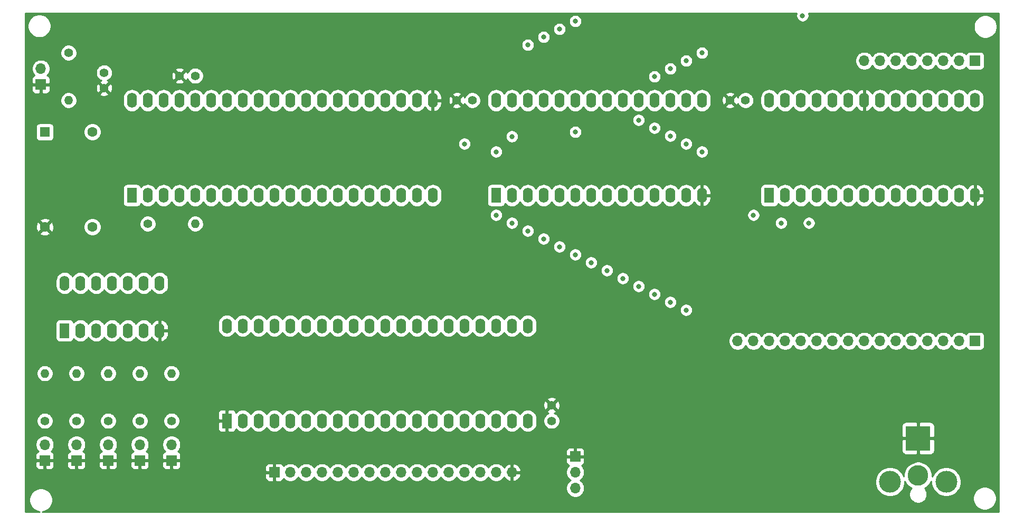
<source format=gbr>
%TF.GenerationSoftware,KiCad,Pcbnew,(5.1.8-0-10_14)*%
%TF.CreationDate,2020-12-19T18:42:48-08:00*%
%TF.ProjectId,Ben6502,42656e36-3530-4322-9e6b-696361645f70,rev?*%
%TF.SameCoordinates,Original*%
%TF.FileFunction,Copper,L2,Inr*%
%TF.FilePolarity,Positive*%
%FSLAX46Y46*%
G04 Gerber Fmt 4.6, Leading zero omitted, Abs format (unit mm)*
G04 Created by KiCad (PCBNEW (5.1.8-0-10_14)) date 2020-12-19 18:42:48*
%MOMM*%
%LPD*%
G01*
G04 APERTURE LIST*
%TA.AperFunction,ComponentPad*%
%ADD10C,3.500000*%
%TD*%
%TA.AperFunction,ComponentPad*%
%ADD11C,3.300000*%
%TD*%
%TA.AperFunction,ComponentPad*%
%ADD12R,4.000000X4.000000*%
%TD*%
%TA.AperFunction,ComponentPad*%
%ADD13O,1.700000X1.700000*%
%TD*%
%TA.AperFunction,ComponentPad*%
%ADD14R,1.700000X1.700000*%
%TD*%
%TA.AperFunction,ComponentPad*%
%ADD15O,1.600000X2.400000*%
%TD*%
%TA.AperFunction,ComponentPad*%
%ADD16R,1.600000X2.400000*%
%TD*%
%TA.AperFunction,ComponentPad*%
%ADD17C,1.600000*%
%TD*%
%TA.AperFunction,ComponentPad*%
%ADD18R,1.600000X1.600000*%
%TD*%
%TA.AperFunction,ComponentPad*%
%ADD19O,1.400000X1.400000*%
%TD*%
%TA.AperFunction,ComponentPad*%
%ADD20C,1.400000*%
%TD*%
%TA.AperFunction,ViaPad*%
%ADD21C,0.800000*%
%TD*%
%TA.AperFunction,Conductor*%
%ADD22C,0.254000*%
%TD*%
%TA.AperFunction,Conductor*%
%ADD23C,0.100000*%
%TD*%
G04 APERTURE END LIST*
D10*
%TO.N,N/C*%
%TO.C,J3*%
X234751000Y-129174000D03*
X225751000Y-129174000D03*
D11*
%TO.N,VCC*%
X230251000Y-128174000D03*
D12*
%TO.N,GND*%
X230251000Y-122174000D03*
%TD*%
D13*
%TO.N,/A15*%
%TO.C,J2*%
X201295000Y-106553000D03*
%TO.N,/A14*%
X203835000Y-106553000D03*
%TO.N,/A13*%
X206375000Y-106553000D03*
%TO.N,/A12*%
X208915000Y-106553000D03*
%TO.N,/A11*%
X211455000Y-106553000D03*
%TO.N,/A10*%
X213995000Y-106553000D03*
%TO.N,/A9*%
X216535000Y-106553000D03*
%TO.N,/A8*%
X219075000Y-106553000D03*
%TO.N,/A7*%
X221615000Y-106553000D03*
%TO.N,/A6*%
X224155000Y-106553000D03*
%TO.N,/A5*%
X226695000Y-106553000D03*
%TO.N,/A4*%
X229235000Y-106553000D03*
%TO.N,/A3*%
X231775000Y-106553000D03*
%TO.N,/A2*%
X234315000Y-106553000D03*
%TO.N,/A1*%
X236855000Y-106553000D03*
D14*
%TO.N,/A0*%
X239395000Y-106553000D03*
%TD*%
D13*
%TO.N,/D7*%
%TO.C,J1*%
X221615000Y-61595000D03*
%TO.N,/D6*%
X224155000Y-61595000D03*
%TO.N,/D5*%
X226695000Y-61595000D03*
%TO.N,/D4*%
X229235000Y-61595000D03*
%TO.N,/D3*%
X231775000Y-61595000D03*
%TO.N,/D2*%
X234315000Y-61595000D03*
%TO.N,/D1*%
X236855000Y-61595000D03*
D14*
%TO.N,/D0*%
X239395000Y-61595000D03*
%TD*%
D15*
%TO.N,VCC*%
%TO.C,U5*%
X206375000Y-67945000D03*
%TO.N,GND*%
X239395000Y-83185000D03*
%TO.N,VCC*%
X208915000Y-67945000D03*
%TO.N,/D2*%
X236855000Y-83185000D03*
%TO.N,/A13*%
X211455000Y-67945000D03*
%TO.N,/D1*%
X234315000Y-83185000D03*
%TO.N,/A8*%
X213995000Y-67945000D03*
%TO.N,/D0*%
X231775000Y-83185000D03*
%TO.N,/A9*%
X216535000Y-67945000D03*
%TO.N,/A0*%
X229235000Y-83185000D03*
%TO.N,/A11*%
X219075000Y-67945000D03*
%TO.N,/A1*%
X226695000Y-83185000D03*
%TO.N,GND*%
X221615000Y-67945000D03*
%TO.N,/A2*%
X224155000Y-83185000D03*
%TO.N,/A10*%
X224155000Y-67945000D03*
%TO.N,/A3*%
X221615000Y-83185000D03*
%TO.N,Net-(U5-Pad20)*%
X226695000Y-67945000D03*
%TO.N,/A4*%
X219075000Y-83185000D03*
%TO.N,/D7*%
X229235000Y-67945000D03*
%TO.N,/A5*%
X216535000Y-83185000D03*
%TO.N,/D6*%
X231775000Y-67945000D03*
%TO.N,/A6*%
X213995000Y-83185000D03*
%TO.N,/D5*%
X234315000Y-67945000D03*
%TO.N,/A7*%
X211455000Y-83185000D03*
%TO.N,/D4*%
X236855000Y-67945000D03*
%TO.N,/A12*%
X208915000Y-83185000D03*
%TO.N,/D3*%
X239395000Y-67945000D03*
D16*
%TO.N,/A14*%
X206375000Y-83185000D03*
%TD*%
D15*
%TO.N,VCC*%
%TO.C,U2*%
X162560000Y-67945000D03*
%TO.N,GND*%
X195580000Y-83185000D03*
%TO.N,Net-(U2-Pad27)*%
X165100000Y-67945000D03*
%TO.N,/D2*%
X193040000Y-83185000D03*
%TO.N,/A13*%
X167640000Y-67945000D03*
%TO.N,/D1*%
X190500000Y-83185000D03*
%TO.N,/A8*%
X170180000Y-67945000D03*
%TO.N,/D0*%
X187960000Y-83185000D03*
%TO.N,/A9*%
X172720000Y-67945000D03*
%TO.N,/A0*%
X185420000Y-83185000D03*
%TO.N,/A11*%
X175260000Y-67945000D03*
%TO.N,/A1*%
X182880000Y-83185000D03*
%TO.N,/A14*%
X177800000Y-67945000D03*
%TO.N,/A2*%
X180340000Y-83185000D03*
%TO.N,/A10*%
X180340000Y-67945000D03*
%TO.N,/A3*%
X177800000Y-83185000D03*
%TO.N,Net-(U2-Pad20)*%
X182880000Y-67945000D03*
%TO.N,/A4*%
X175260000Y-83185000D03*
%TO.N,/D7*%
X185420000Y-67945000D03*
%TO.N,/A5*%
X172720000Y-83185000D03*
%TO.N,/D6*%
X187960000Y-67945000D03*
%TO.N,/A6*%
X170180000Y-83185000D03*
%TO.N,/D5*%
X190500000Y-67945000D03*
%TO.N,/A7*%
X167640000Y-83185000D03*
%TO.N,/D4*%
X193040000Y-67945000D03*
%TO.N,/A12*%
X165100000Y-83185000D03*
%TO.N,/D3*%
X195580000Y-67945000D03*
D16*
%TO.N,/A14*%
X162560000Y-83185000D03*
%TD*%
D17*
%TO.N,GND*%
%TO.C,X1*%
X90170000Y-88265000D03*
%TO.N,CLK*%
X97790000Y-88265000D03*
%TO.N,VCC*%
X97790000Y-73025000D03*
D18*
%TO.N,N/C*%
X90170000Y-73025000D03*
%TD*%
D15*
%TO.N,VCC*%
%TO.C,U6*%
X93345000Y-97282000D03*
%TO.N,GND*%
X108585000Y-104902000D03*
%TO.N,/A15*%
X95885000Y-97282000D03*
%TO.N,Net-(U4-Pad23)*%
X106045000Y-104902000D03*
%TO.N,/A15*%
X98425000Y-97282000D03*
%TO.N,Net-(U5-Pad20)*%
X103505000Y-104902000D03*
X100965000Y-97282000D03*
%TO.N,/A14*%
X100965000Y-104902000D03*
%TO.N,Net-(U5-Pad20)*%
X103505000Y-97282000D03*
%TO.N,N/C*%
X98425000Y-104902000D03*
%TO.N,CLK*%
X106045000Y-97282000D03*
%TO.N,N/C*%
X95885000Y-104902000D03*
%TO.N,Net-(U2-Pad20)*%
X108585000Y-97282000D03*
D16*
%TO.N,N/C*%
X93345000Y-104902000D03*
%TD*%
D15*
%TO.N,N/C*%
%TO.C,U4*%
X119380000Y-104140000D03*
%TO.N,VCC*%
X167640000Y-119380000D03*
%TO.N,N/C*%
X121920000Y-104140000D03*
X165100000Y-119380000D03*
%TO.N,/A0*%
X124460000Y-104140000D03*
%TO.N,N/C*%
X162560000Y-119380000D03*
%TO.N,/A1*%
X127000000Y-104140000D03*
%TO.N,Net-(U1-Pad14)*%
X160020000Y-119380000D03*
%TO.N,/A2*%
X129540000Y-104140000D03*
%TO.N,Net-(U1-Pad13)*%
X157480000Y-119380000D03*
%TO.N,/A3*%
X132080000Y-104140000D03*
%TO.N,Net-(U1-Pad12)*%
X154940000Y-119380000D03*
%TO.N,Net-(C1-Pad1)*%
X134620000Y-104140000D03*
%TO.N,Net-(U1-Pad11)*%
X152400000Y-119380000D03*
%TO.N,/D0*%
X137160000Y-104140000D03*
%TO.N,Net-(U1-Pad10)*%
X149860000Y-119380000D03*
%TO.N,/D1*%
X139700000Y-104140000D03*
%TO.N,Net-(U1-Pad9)*%
X147320000Y-119380000D03*
%TO.N,/D2*%
X142240000Y-104140000D03*
%TO.N,Net-(U1-Pad8)*%
X144780000Y-119380000D03*
%TO.N,/D3*%
X144780000Y-104140000D03*
%TO.N,Net-(U1-Pad7)*%
X142240000Y-119380000D03*
%TO.N,/D4*%
X147320000Y-104140000D03*
%TO.N,Net-(U1-Pad6)*%
X139700000Y-119380000D03*
%TO.N,/D5*%
X149860000Y-104140000D03*
%TO.N,Net-(U1-Pad5)*%
X137160000Y-119380000D03*
%TO.N,/D6*%
X152400000Y-104140000D03*
%TO.N,Net-(U1-Pad4)*%
X134620000Y-119380000D03*
%TO.N,/D7*%
X154940000Y-104140000D03*
%TO.N,Net-(R7-Pad1)*%
X132080000Y-119380000D03*
%TO.N,CLK*%
X157480000Y-104140000D03*
%TO.N,Net-(R6-Pad1)*%
X129540000Y-119380000D03*
%TO.N,/A13*%
X160020000Y-104140000D03*
%TO.N,Net-(R5-Pad1)*%
X127000000Y-119380000D03*
%TO.N,Net-(U4-Pad23)*%
X162560000Y-104140000D03*
%TO.N,Net-(R4-Pad1)*%
X124460000Y-119380000D03*
%TO.N,Net-(U2-Pad27)*%
X165100000Y-104140000D03*
%TO.N,Net-(R3-Pad1)*%
X121920000Y-119380000D03*
%TO.N,IRQ*%
X167640000Y-104140000D03*
D16*
%TO.N,GND*%
X119380000Y-119380000D03*
%TD*%
D15*
%TO.N,Net-(C1-Pad1)*%
%TO.C,U3*%
X104140000Y-67945000D03*
%TO.N,/A11*%
X152400000Y-83185000D03*
%TO.N,N/C*%
X106680000Y-67945000D03*
%TO.N,/A10*%
X149860000Y-83185000D03*
%TO.N,N/C*%
X109220000Y-67945000D03*
%TO.N,/A9*%
X147320000Y-83185000D03*
%TO.N,CLK*%
X111760000Y-67945000D03*
%TO.N,/A8*%
X144780000Y-83185000D03*
%TO.N,VCC*%
X114300000Y-67945000D03*
%TO.N,/A7*%
X142240000Y-83185000D03*
%TO.N,N/C*%
X116840000Y-67945000D03*
%TO.N,/A6*%
X139700000Y-83185000D03*
%TO.N,Net-(U2-Pad27)*%
X119380000Y-67945000D03*
%TO.N,/A5*%
X137160000Y-83185000D03*
%TO.N,/D0*%
X121920000Y-67945000D03*
%TO.N,/A4*%
X134620000Y-83185000D03*
%TO.N,/D1*%
X124460000Y-67945000D03*
%TO.N,/A3*%
X132080000Y-83185000D03*
%TO.N,/D2*%
X127000000Y-67945000D03*
%TO.N,/A2*%
X129540000Y-83185000D03*
%TO.N,/D3*%
X129540000Y-67945000D03*
%TO.N,/A1*%
X127000000Y-83185000D03*
%TO.N,/D4*%
X132080000Y-67945000D03*
%TO.N,/A0*%
X124460000Y-83185000D03*
%TO.N,/D5*%
X134620000Y-67945000D03*
%TO.N,VCC*%
X121920000Y-83185000D03*
%TO.N,/D6*%
X137160000Y-67945000D03*
%TO.N,N/C*%
X119380000Y-83185000D03*
%TO.N,/D7*%
X139700000Y-67945000D03*
%TO.N,VCC*%
X116840000Y-83185000D03*
%TO.N,/A15*%
X142240000Y-67945000D03*
%TO.N,N/C*%
X114300000Y-83185000D03*
%TO.N,/A14*%
X144780000Y-67945000D03*
%TO.N,IRQ*%
X111760000Y-83185000D03*
%TO.N,/A13*%
X147320000Y-67945000D03*
%TO.N,N/C*%
X109220000Y-83185000D03*
%TO.N,/A12*%
X149860000Y-67945000D03*
%TO.N,Net-(R2-Pad1)*%
X106680000Y-83185000D03*
%TO.N,GND*%
X152400000Y-67945000D03*
D16*
%TO.N,N/C*%
X104140000Y-83185000D03*
%TD*%
D13*
%TO.N,GND*%
%TO.C,U1*%
X165100000Y-127635000D03*
%TO.N,VCC*%
X162560000Y-127635000D03*
%TO.N,Net-(U1-Pad14)*%
X160020000Y-127635000D03*
%TO.N,Net-(U1-Pad13)*%
X157480000Y-127635000D03*
%TO.N,Net-(U1-Pad12)*%
X154940000Y-127635000D03*
%TO.N,Net-(U1-Pad11)*%
X152400000Y-127635000D03*
%TO.N,Net-(U1-Pad10)*%
X149860000Y-127635000D03*
%TO.N,Net-(U1-Pad9)*%
X147320000Y-127635000D03*
%TO.N,Net-(U1-Pad8)*%
X144780000Y-127635000D03*
%TO.N,Net-(U1-Pad7)*%
X142240000Y-127635000D03*
%TO.N,Net-(U1-Pad6)*%
X139700000Y-127635000D03*
%TO.N,Net-(U1-Pad5)*%
X137160000Y-127635000D03*
%TO.N,Net-(U1-Pad4)*%
X134620000Y-127635000D03*
%TO.N,Net-(RV1-Pad2)*%
X132080000Y-127635000D03*
%TO.N,VCC*%
X129540000Y-127635000D03*
D14*
%TO.N,GND*%
X127000000Y-127635000D03*
%TD*%
D13*
%TO.N,Net-(R7-Pad1)*%
%TO.C,SW5*%
X90170000Y-123190000D03*
D14*
%TO.N,GND*%
X90170000Y-125730000D03*
%TD*%
D13*
%TO.N,Net-(R6-Pad1)*%
%TO.C,SW4*%
X95250000Y-123190000D03*
D14*
%TO.N,GND*%
X95250000Y-125730000D03*
%TD*%
D13*
%TO.N,Net-(R5-Pad1)*%
%TO.C,SW3*%
X100330000Y-123190000D03*
D14*
%TO.N,GND*%
X100330000Y-125730000D03*
%TD*%
D13*
%TO.N,Net-(R4-Pad1)*%
%TO.C,SW2*%
X105410000Y-123190000D03*
D14*
%TO.N,GND*%
X105410000Y-125730000D03*
%TD*%
D13*
%TO.N,Net-(R3-Pad1)*%
%TO.C,SW1*%
X110490000Y-123190000D03*
D14*
%TO.N,GND*%
X110490000Y-125730000D03*
%TD*%
D13*
%TO.N,N/C*%
%TO.C,RV1*%
X175260000Y-130175000D03*
%TO.N,Net-(RV1-Pad2)*%
X175260000Y-127635000D03*
D14*
%TO.N,GND*%
X175260000Y-125095000D03*
%TD*%
D13*
%TO.N,Net-(C1-Pad1)*%
%TO.C,RESET1*%
X89535000Y-62865000D03*
D14*
%TO.N,GND*%
X89535000Y-65405000D03*
%TD*%
D19*
%TO.N,VCC*%
%TO.C,R7*%
X90170000Y-111760000D03*
D20*
%TO.N,Net-(R7-Pad1)*%
X90170000Y-119380000D03*
%TD*%
D19*
%TO.N,VCC*%
%TO.C,R6*%
X95250000Y-111760000D03*
D20*
%TO.N,Net-(R6-Pad1)*%
X95250000Y-119380000D03*
%TD*%
D19*
%TO.N,VCC*%
%TO.C,R5*%
X100330000Y-111760000D03*
D20*
%TO.N,Net-(R5-Pad1)*%
X100330000Y-119380000D03*
%TD*%
D19*
%TO.N,VCC*%
%TO.C,R4*%
X105410000Y-111760000D03*
D20*
%TO.N,Net-(R4-Pad1)*%
X105410000Y-119380000D03*
%TD*%
D19*
%TO.N,VCC*%
%TO.C,R3*%
X110490000Y-111760000D03*
D20*
%TO.N,Net-(R3-Pad1)*%
X110490000Y-119380000D03*
%TD*%
D19*
%TO.N,VCC*%
%TO.C,R2*%
X114300000Y-87757000D03*
D20*
%TO.N,Net-(R2-Pad1)*%
X106680000Y-87757000D03*
%TD*%
D19*
%TO.N,VCC*%
%TO.C,R1*%
X93980000Y-67945000D03*
D20*
%TO.N,Net-(C1-Pad1)*%
X93980000Y-60325000D03*
%TD*%
%TO.N,GND*%
%TO.C,C5*%
X200065000Y-67945000D03*
%TO.N,VCC*%
X202565000Y-67945000D03*
%TD*%
%TO.N,GND*%
%TO.C,C4*%
X171450000Y-116880000D03*
%TO.N,VCC*%
X171450000Y-119380000D03*
%TD*%
%TO.N,GND*%
%TO.C,C3*%
X111800000Y-64008000D03*
%TO.N,VCC*%
X114300000Y-64008000D03*
%TD*%
%TO.N,GND*%
%TO.C,C2*%
X156250000Y-67945000D03*
%TO.N,VCC*%
X158750000Y-67945000D03*
%TD*%
%TO.N,GND*%
%TO.C,C1*%
X99695000Y-66000000D03*
%TO.N,Net-(C1-Pad1)*%
X99695000Y-63500000D03*
%TD*%
D21*
%TO.N,/D2*%
X193040000Y-101600000D03*
%TO.N,/A13*%
X157480000Y-74930000D03*
X167640000Y-59054990D03*
%TO.N,/D1*%
X190499993Y-100330007D03*
%TO.N,/A8*%
X170180000Y-57785000D03*
%TO.N,/D0*%
X187960000Y-99060000D03*
%TO.N,/A9*%
X172720000Y-56515000D03*
%TO.N,/A0*%
X185420000Y-97790000D03*
%TO.N,/A11*%
X175260000Y-73025000D03*
X175260000Y-55245000D03*
%TO.N,/A1*%
X182880000Y-96520000D03*
%TO.N,/A14*%
X162560000Y-86360000D03*
X162560000Y-76200000D03*
X203835000Y-86360000D03*
%TO.N,/A2*%
X180340000Y-95250000D03*
%TO.N,/A10*%
X211709022Y-54356000D03*
%TO.N,/A3*%
X177800000Y-93980000D03*
%TO.N,/A4*%
X175260000Y-92709988D03*
%TO.N,/D7*%
X185420000Y-71120002D03*
%TO.N,/A5*%
X172720000Y-91440000D03*
%TO.N,/D6*%
X187960000Y-64135000D03*
X187960000Y-72390000D03*
%TO.N,/A6*%
X170180000Y-90169992D03*
%TO.N,/D5*%
X190500000Y-62865016D03*
X190500000Y-73660000D03*
%TO.N,/A7*%
X167640000Y-88900000D03*
X212725000Y-87630000D03*
%TO.N,/D4*%
X193040026Y-61595000D03*
X193040000Y-74930000D03*
%TO.N,/A12*%
X165100000Y-87630000D03*
X165100000Y-73752010D03*
X208280000Y-87630000D03*
%TO.N,/D3*%
X195580000Y-60325000D03*
X195580000Y-76200000D03*
%TD*%
D22*
%TO.N,GND*%
X210713796Y-54054102D02*
X210674022Y-54254061D01*
X210674022Y-54457939D01*
X210713796Y-54657898D01*
X210791817Y-54846256D01*
X210905085Y-55015774D01*
X211049248Y-55159937D01*
X211218766Y-55273205D01*
X211407124Y-55351226D01*
X211607083Y-55391000D01*
X211810961Y-55391000D01*
X212010920Y-55351226D01*
X212199278Y-55273205D01*
X212368796Y-55159937D01*
X212512959Y-55015774D01*
X212626227Y-54846256D01*
X212704248Y-54657898D01*
X212744022Y-54457939D01*
X212744022Y-54254061D01*
X212704248Y-54054102D01*
X212681838Y-54000000D01*
X243180000Y-54000000D01*
X243180001Y-133960000D01*
X89745793Y-133960000D01*
X90084834Y-133892561D01*
X90427882Y-133750466D01*
X90736618Y-133544175D01*
X90999175Y-133281618D01*
X91205466Y-132972882D01*
X91347561Y-132629834D01*
X91420000Y-132265656D01*
X91420000Y-131894344D01*
X91347561Y-131530166D01*
X91205466Y-131187118D01*
X90999175Y-130878382D01*
X90736618Y-130615825D01*
X90427882Y-130409534D01*
X90084834Y-130267439D01*
X89720656Y-130195000D01*
X89349344Y-130195000D01*
X88985166Y-130267439D01*
X88642118Y-130409534D01*
X88333382Y-130615825D01*
X88070825Y-130878382D01*
X87864534Y-131187118D01*
X87722439Y-131530166D01*
X87650000Y-131894344D01*
X87650000Y-132265656D01*
X87722439Y-132629834D01*
X87864534Y-132972882D01*
X88070825Y-133281618D01*
X88333382Y-133544175D01*
X88642118Y-133750466D01*
X88985166Y-133892561D01*
X89324207Y-133960000D01*
X87020000Y-133960000D01*
X87020000Y-128485000D01*
X125511928Y-128485000D01*
X125524188Y-128609482D01*
X125560498Y-128729180D01*
X125619463Y-128839494D01*
X125698815Y-128936185D01*
X125795506Y-129015537D01*
X125905820Y-129074502D01*
X126025518Y-129110812D01*
X126150000Y-129123072D01*
X126714250Y-129120000D01*
X126873000Y-128961250D01*
X126873000Y-127762000D01*
X125673750Y-127762000D01*
X125515000Y-127920750D01*
X125511928Y-128485000D01*
X87020000Y-128485000D01*
X87020000Y-126580000D01*
X88681928Y-126580000D01*
X88694188Y-126704482D01*
X88730498Y-126824180D01*
X88789463Y-126934494D01*
X88868815Y-127031185D01*
X88965506Y-127110537D01*
X89075820Y-127169502D01*
X89195518Y-127205812D01*
X89320000Y-127218072D01*
X89884250Y-127215000D01*
X90043000Y-127056250D01*
X90043000Y-125857000D01*
X90297000Y-125857000D01*
X90297000Y-127056250D01*
X90455750Y-127215000D01*
X91020000Y-127218072D01*
X91144482Y-127205812D01*
X91264180Y-127169502D01*
X91374494Y-127110537D01*
X91471185Y-127031185D01*
X91550537Y-126934494D01*
X91609502Y-126824180D01*
X91645812Y-126704482D01*
X91658072Y-126580000D01*
X93761928Y-126580000D01*
X93774188Y-126704482D01*
X93810498Y-126824180D01*
X93869463Y-126934494D01*
X93948815Y-127031185D01*
X94045506Y-127110537D01*
X94155820Y-127169502D01*
X94275518Y-127205812D01*
X94400000Y-127218072D01*
X94964250Y-127215000D01*
X95123000Y-127056250D01*
X95123000Y-125857000D01*
X95377000Y-125857000D01*
X95377000Y-127056250D01*
X95535750Y-127215000D01*
X96100000Y-127218072D01*
X96224482Y-127205812D01*
X96344180Y-127169502D01*
X96454494Y-127110537D01*
X96551185Y-127031185D01*
X96630537Y-126934494D01*
X96689502Y-126824180D01*
X96725812Y-126704482D01*
X96738072Y-126580000D01*
X98841928Y-126580000D01*
X98854188Y-126704482D01*
X98890498Y-126824180D01*
X98949463Y-126934494D01*
X99028815Y-127031185D01*
X99125506Y-127110537D01*
X99235820Y-127169502D01*
X99355518Y-127205812D01*
X99480000Y-127218072D01*
X100044250Y-127215000D01*
X100203000Y-127056250D01*
X100203000Y-125857000D01*
X100457000Y-125857000D01*
X100457000Y-127056250D01*
X100615750Y-127215000D01*
X101180000Y-127218072D01*
X101304482Y-127205812D01*
X101424180Y-127169502D01*
X101534494Y-127110537D01*
X101631185Y-127031185D01*
X101710537Y-126934494D01*
X101769502Y-126824180D01*
X101805812Y-126704482D01*
X101818072Y-126580000D01*
X103921928Y-126580000D01*
X103934188Y-126704482D01*
X103970498Y-126824180D01*
X104029463Y-126934494D01*
X104108815Y-127031185D01*
X104205506Y-127110537D01*
X104315820Y-127169502D01*
X104435518Y-127205812D01*
X104560000Y-127218072D01*
X105124250Y-127215000D01*
X105283000Y-127056250D01*
X105283000Y-125857000D01*
X105537000Y-125857000D01*
X105537000Y-127056250D01*
X105695750Y-127215000D01*
X106260000Y-127218072D01*
X106384482Y-127205812D01*
X106504180Y-127169502D01*
X106614494Y-127110537D01*
X106711185Y-127031185D01*
X106790537Y-126934494D01*
X106849502Y-126824180D01*
X106885812Y-126704482D01*
X106898072Y-126580000D01*
X109001928Y-126580000D01*
X109014188Y-126704482D01*
X109050498Y-126824180D01*
X109109463Y-126934494D01*
X109188815Y-127031185D01*
X109285506Y-127110537D01*
X109395820Y-127169502D01*
X109515518Y-127205812D01*
X109640000Y-127218072D01*
X110204250Y-127215000D01*
X110363000Y-127056250D01*
X110363000Y-125857000D01*
X110617000Y-125857000D01*
X110617000Y-127056250D01*
X110775750Y-127215000D01*
X111340000Y-127218072D01*
X111464482Y-127205812D01*
X111584180Y-127169502D01*
X111694494Y-127110537D01*
X111791185Y-127031185D01*
X111870537Y-126934494D01*
X111929502Y-126824180D01*
X111941387Y-126785000D01*
X125511928Y-126785000D01*
X125515000Y-127349250D01*
X125673750Y-127508000D01*
X126873000Y-127508000D01*
X126873000Y-126308750D01*
X127127000Y-126308750D01*
X127127000Y-127508000D01*
X127147000Y-127508000D01*
X127147000Y-127762000D01*
X127127000Y-127762000D01*
X127127000Y-128961250D01*
X127285750Y-129120000D01*
X127850000Y-129123072D01*
X127974482Y-129110812D01*
X128094180Y-129074502D01*
X128204494Y-129015537D01*
X128301185Y-128936185D01*
X128380537Y-128839494D01*
X128439502Y-128729180D01*
X128461513Y-128656620D01*
X128593368Y-128788475D01*
X128836589Y-128950990D01*
X129106842Y-129062932D01*
X129393740Y-129120000D01*
X129686260Y-129120000D01*
X129973158Y-129062932D01*
X130243411Y-128950990D01*
X130486632Y-128788475D01*
X130693475Y-128581632D01*
X130810000Y-128407240D01*
X130926525Y-128581632D01*
X131133368Y-128788475D01*
X131376589Y-128950990D01*
X131646842Y-129062932D01*
X131933740Y-129120000D01*
X132226260Y-129120000D01*
X132513158Y-129062932D01*
X132783411Y-128950990D01*
X133026632Y-128788475D01*
X133233475Y-128581632D01*
X133350000Y-128407240D01*
X133466525Y-128581632D01*
X133673368Y-128788475D01*
X133916589Y-128950990D01*
X134186842Y-129062932D01*
X134473740Y-129120000D01*
X134766260Y-129120000D01*
X135053158Y-129062932D01*
X135323411Y-128950990D01*
X135566632Y-128788475D01*
X135773475Y-128581632D01*
X135890000Y-128407240D01*
X136006525Y-128581632D01*
X136213368Y-128788475D01*
X136456589Y-128950990D01*
X136726842Y-129062932D01*
X137013740Y-129120000D01*
X137306260Y-129120000D01*
X137593158Y-129062932D01*
X137863411Y-128950990D01*
X138106632Y-128788475D01*
X138313475Y-128581632D01*
X138430000Y-128407240D01*
X138546525Y-128581632D01*
X138753368Y-128788475D01*
X138996589Y-128950990D01*
X139266842Y-129062932D01*
X139553740Y-129120000D01*
X139846260Y-129120000D01*
X140133158Y-129062932D01*
X140403411Y-128950990D01*
X140646632Y-128788475D01*
X140853475Y-128581632D01*
X140970000Y-128407240D01*
X141086525Y-128581632D01*
X141293368Y-128788475D01*
X141536589Y-128950990D01*
X141806842Y-129062932D01*
X142093740Y-129120000D01*
X142386260Y-129120000D01*
X142673158Y-129062932D01*
X142943411Y-128950990D01*
X143186632Y-128788475D01*
X143393475Y-128581632D01*
X143510000Y-128407240D01*
X143626525Y-128581632D01*
X143833368Y-128788475D01*
X144076589Y-128950990D01*
X144346842Y-129062932D01*
X144633740Y-129120000D01*
X144926260Y-129120000D01*
X145213158Y-129062932D01*
X145483411Y-128950990D01*
X145726632Y-128788475D01*
X145933475Y-128581632D01*
X146050000Y-128407240D01*
X146166525Y-128581632D01*
X146373368Y-128788475D01*
X146616589Y-128950990D01*
X146886842Y-129062932D01*
X147173740Y-129120000D01*
X147466260Y-129120000D01*
X147753158Y-129062932D01*
X148023411Y-128950990D01*
X148266632Y-128788475D01*
X148473475Y-128581632D01*
X148590000Y-128407240D01*
X148706525Y-128581632D01*
X148913368Y-128788475D01*
X149156589Y-128950990D01*
X149426842Y-129062932D01*
X149713740Y-129120000D01*
X150006260Y-129120000D01*
X150293158Y-129062932D01*
X150563411Y-128950990D01*
X150806632Y-128788475D01*
X151013475Y-128581632D01*
X151130000Y-128407240D01*
X151246525Y-128581632D01*
X151453368Y-128788475D01*
X151696589Y-128950990D01*
X151966842Y-129062932D01*
X152253740Y-129120000D01*
X152546260Y-129120000D01*
X152833158Y-129062932D01*
X153103411Y-128950990D01*
X153346632Y-128788475D01*
X153553475Y-128581632D01*
X153670000Y-128407240D01*
X153786525Y-128581632D01*
X153993368Y-128788475D01*
X154236589Y-128950990D01*
X154506842Y-129062932D01*
X154793740Y-129120000D01*
X155086260Y-129120000D01*
X155373158Y-129062932D01*
X155643411Y-128950990D01*
X155886632Y-128788475D01*
X156093475Y-128581632D01*
X156210000Y-128407240D01*
X156326525Y-128581632D01*
X156533368Y-128788475D01*
X156776589Y-128950990D01*
X157046842Y-129062932D01*
X157333740Y-129120000D01*
X157626260Y-129120000D01*
X157913158Y-129062932D01*
X158183411Y-128950990D01*
X158426632Y-128788475D01*
X158633475Y-128581632D01*
X158750000Y-128407240D01*
X158866525Y-128581632D01*
X159073368Y-128788475D01*
X159316589Y-128950990D01*
X159586842Y-129062932D01*
X159873740Y-129120000D01*
X160166260Y-129120000D01*
X160453158Y-129062932D01*
X160723411Y-128950990D01*
X160966632Y-128788475D01*
X161173475Y-128581632D01*
X161290000Y-128407240D01*
X161406525Y-128581632D01*
X161613368Y-128788475D01*
X161856589Y-128950990D01*
X162126842Y-129062932D01*
X162413740Y-129120000D01*
X162706260Y-129120000D01*
X162993158Y-129062932D01*
X163263411Y-128950990D01*
X163506632Y-128788475D01*
X163713475Y-128581632D01*
X163835195Y-128399466D01*
X163904822Y-128516355D01*
X164099731Y-128732588D01*
X164333080Y-128906641D01*
X164595901Y-129031825D01*
X164743110Y-129076476D01*
X164973000Y-128955155D01*
X164973000Y-127762000D01*
X165227000Y-127762000D01*
X165227000Y-128955155D01*
X165456890Y-129076476D01*
X165604099Y-129031825D01*
X165866920Y-128906641D01*
X166100269Y-128732588D01*
X166295178Y-128516355D01*
X166444157Y-128266252D01*
X166541481Y-127991891D01*
X166420814Y-127762000D01*
X165227000Y-127762000D01*
X164973000Y-127762000D01*
X164953000Y-127762000D01*
X164953000Y-127508000D01*
X164973000Y-127508000D01*
X164973000Y-126314845D01*
X165227000Y-126314845D01*
X165227000Y-127508000D01*
X166420814Y-127508000D01*
X166541481Y-127278109D01*
X166444157Y-127003748D01*
X166295178Y-126753645D01*
X166100269Y-126537412D01*
X165866920Y-126363359D01*
X165604099Y-126238175D01*
X165456890Y-126193524D01*
X165227000Y-126314845D01*
X164973000Y-126314845D01*
X164743110Y-126193524D01*
X164595901Y-126238175D01*
X164333080Y-126363359D01*
X164099731Y-126537412D01*
X163904822Y-126753645D01*
X163835195Y-126870534D01*
X163713475Y-126688368D01*
X163506632Y-126481525D01*
X163263411Y-126319010D01*
X162993158Y-126207068D01*
X162706260Y-126150000D01*
X162413740Y-126150000D01*
X162126842Y-126207068D01*
X161856589Y-126319010D01*
X161613368Y-126481525D01*
X161406525Y-126688368D01*
X161290000Y-126862760D01*
X161173475Y-126688368D01*
X160966632Y-126481525D01*
X160723411Y-126319010D01*
X160453158Y-126207068D01*
X160166260Y-126150000D01*
X159873740Y-126150000D01*
X159586842Y-126207068D01*
X159316589Y-126319010D01*
X159073368Y-126481525D01*
X158866525Y-126688368D01*
X158750000Y-126862760D01*
X158633475Y-126688368D01*
X158426632Y-126481525D01*
X158183411Y-126319010D01*
X157913158Y-126207068D01*
X157626260Y-126150000D01*
X157333740Y-126150000D01*
X157046842Y-126207068D01*
X156776589Y-126319010D01*
X156533368Y-126481525D01*
X156326525Y-126688368D01*
X156210000Y-126862760D01*
X156093475Y-126688368D01*
X155886632Y-126481525D01*
X155643411Y-126319010D01*
X155373158Y-126207068D01*
X155086260Y-126150000D01*
X154793740Y-126150000D01*
X154506842Y-126207068D01*
X154236589Y-126319010D01*
X153993368Y-126481525D01*
X153786525Y-126688368D01*
X153670000Y-126862760D01*
X153553475Y-126688368D01*
X153346632Y-126481525D01*
X153103411Y-126319010D01*
X152833158Y-126207068D01*
X152546260Y-126150000D01*
X152253740Y-126150000D01*
X151966842Y-126207068D01*
X151696589Y-126319010D01*
X151453368Y-126481525D01*
X151246525Y-126688368D01*
X151130000Y-126862760D01*
X151013475Y-126688368D01*
X150806632Y-126481525D01*
X150563411Y-126319010D01*
X150293158Y-126207068D01*
X150006260Y-126150000D01*
X149713740Y-126150000D01*
X149426842Y-126207068D01*
X149156589Y-126319010D01*
X148913368Y-126481525D01*
X148706525Y-126688368D01*
X148590000Y-126862760D01*
X148473475Y-126688368D01*
X148266632Y-126481525D01*
X148023411Y-126319010D01*
X147753158Y-126207068D01*
X147466260Y-126150000D01*
X147173740Y-126150000D01*
X146886842Y-126207068D01*
X146616589Y-126319010D01*
X146373368Y-126481525D01*
X146166525Y-126688368D01*
X146050000Y-126862760D01*
X145933475Y-126688368D01*
X145726632Y-126481525D01*
X145483411Y-126319010D01*
X145213158Y-126207068D01*
X144926260Y-126150000D01*
X144633740Y-126150000D01*
X144346842Y-126207068D01*
X144076589Y-126319010D01*
X143833368Y-126481525D01*
X143626525Y-126688368D01*
X143510000Y-126862760D01*
X143393475Y-126688368D01*
X143186632Y-126481525D01*
X142943411Y-126319010D01*
X142673158Y-126207068D01*
X142386260Y-126150000D01*
X142093740Y-126150000D01*
X141806842Y-126207068D01*
X141536589Y-126319010D01*
X141293368Y-126481525D01*
X141086525Y-126688368D01*
X140970000Y-126862760D01*
X140853475Y-126688368D01*
X140646632Y-126481525D01*
X140403411Y-126319010D01*
X140133158Y-126207068D01*
X139846260Y-126150000D01*
X139553740Y-126150000D01*
X139266842Y-126207068D01*
X138996589Y-126319010D01*
X138753368Y-126481525D01*
X138546525Y-126688368D01*
X138430000Y-126862760D01*
X138313475Y-126688368D01*
X138106632Y-126481525D01*
X137863411Y-126319010D01*
X137593158Y-126207068D01*
X137306260Y-126150000D01*
X137013740Y-126150000D01*
X136726842Y-126207068D01*
X136456589Y-126319010D01*
X136213368Y-126481525D01*
X136006525Y-126688368D01*
X135890000Y-126862760D01*
X135773475Y-126688368D01*
X135566632Y-126481525D01*
X135323411Y-126319010D01*
X135053158Y-126207068D01*
X134766260Y-126150000D01*
X134473740Y-126150000D01*
X134186842Y-126207068D01*
X133916589Y-126319010D01*
X133673368Y-126481525D01*
X133466525Y-126688368D01*
X133350000Y-126862760D01*
X133233475Y-126688368D01*
X133026632Y-126481525D01*
X132783411Y-126319010D01*
X132513158Y-126207068D01*
X132226260Y-126150000D01*
X131933740Y-126150000D01*
X131646842Y-126207068D01*
X131376589Y-126319010D01*
X131133368Y-126481525D01*
X130926525Y-126688368D01*
X130810000Y-126862760D01*
X130693475Y-126688368D01*
X130486632Y-126481525D01*
X130243411Y-126319010D01*
X129973158Y-126207068D01*
X129686260Y-126150000D01*
X129393740Y-126150000D01*
X129106842Y-126207068D01*
X128836589Y-126319010D01*
X128593368Y-126481525D01*
X128461513Y-126613380D01*
X128439502Y-126540820D01*
X128380537Y-126430506D01*
X128301185Y-126333815D01*
X128204494Y-126254463D01*
X128094180Y-126195498D01*
X127974482Y-126159188D01*
X127850000Y-126146928D01*
X127285750Y-126150000D01*
X127127000Y-126308750D01*
X126873000Y-126308750D01*
X126714250Y-126150000D01*
X126150000Y-126146928D01*
X126025518Y-126159188D01*
X125905820Y-126195498D01*
X125795506Y-126254463D01*
X125698815Y-126333815D01*
X125619463Y-126430506D01*
X125560498Y-126540820D01*
X125524188Y-126660518D01*
X125511928Y-126785000D01*
X111941387Y-126785000D01*
X111965812Y-126704482D01*
X111978072Y-126580000D01*
X111975000Y-126015750D01*
X111904250Y-125945000D01*
X173771928Y-125945000D01*
X173784188Y-126069482D01*
X173820498Y-126189180D01*
X173879463Y-126299494D01*
X173958815Y-126396185D01*
X174055506Y-126475537D01*
X174165820Y-126534502D01*
X174238380Y-126556513D01*
X174106525Y-126688368D01*
X173944010Y-126931589D01*
X173832068Y-127201842D01*
X173775000Y-127488740D01*
X173775000Y-127781260D01*
X173832068Y-128068158D01*
X173944010Y-128338411D01*
X174106525Y-128581632D01*
X174313368Y-128788475D01*
X174487760Y-128905000D01*
X174313368Y-129021525D01*
X174106525Y-129228368D01*
X173944010Y-129471589D01*
X173832068Y-129741842D01*
X173775000Y-130028740D01*
X173775000Y-130321260D01*
X173832068Y-130608158D01*
X173944010Y-130878411D01*
X174106525Y-131121632D01*
X174313368Y-131328475D01*
X174556589Y-131490990D01*
X174826842Y-131602932D01*
X175113740Y-131660000D01*
X175406260Y-131660000D01*
X175693158Y-131602932D01*
X175963411Y-131490990D01*
X176206632Y-131328475D01*
X176413475Y-131121632D01*
X176575990Y-130878411D01*
X176687932Y-130608158D01*
X176745000Y-130321260D01*
X176745000Y-130028740D01*
X176687932Y-129741842D01*
X176575990Y-129471589D01*
X176413475Y-129228368D01*
X176206632Y-129021525D01*
X176083272Y-128939098D01*
X223366000Y-128939098D01*
X223366000Y-129408902D01*
X223457654Y-129869679D01*
X223637440Y-130303721D01*
X223898450Y-130694349D01*
X224230651Y-131026550D01*
X224621279Y-131287560D01*
X225055321Y-131467346D01*
X225516098Y-131559000D01*
X225985902Y-131559000D01*
X226446679Y-131467346D01*
X226880721Y-131287560D01*
X227271349Y-131026550D01*
X227603550Y-130694349D01*
X227864560Y-130303721D01*
X228044346Y-129869679D01*
X228136000Y-129408902D01*
X228136000Y-129038932D01*
X228226059Y-129256353D01*
X228476125Y-129630603D01*
X228794397Y-129948875D01*
X229168647Y-130198941D01*
X229188457Y-130207147D01*
X229136363Y-130259241D01*
X228979320Y-130494273D01*
X228871147Y-130755426D01*
X228816000Y-131032665D01*
X228816000Y-131315335D01*
X228871147Y-131592574D01*
X228979320Y-131853727D01*
X229136363Y-132088759D01*
X229336241Y-132288637D01*
X229571273Y-132445680D01*
X229832426Y-132553853D01*
X230109665Y-132609000D01*
X230392335Y-132609000D01*
X230669574Y-132553853D01*
X230930727Y-132445680D01*
X231165759Y-132288637D01*
X231365637Y-132088759D01*
X231522680Y-131853727D01*
X231611066Y-131640344D01*
X239034000Y-131640344D01*
X239034000Y-132011656D01*
X239106439Y-132375834D01*
X239248534Y-132718882D01*
X239454825Y-133027618D01*
X239717382Y-133290175D01*
X240026118Y-133496466D01*
X240369166Y-133638561D01*
X240733344Y-133711000D01*
X241104656Y-133711000D01*
X241468834Y-133638561D01*
X241811882Y-133496466D01*
X242120618Y-133290175D01*
X242383175Y-133027618D01*
X242589466Y-132718882D01*
X242731561Y-132375834D01*
X242804000Y-132011656D01*
X242804000Y-131640344D01*
X242731561Y-131276166D01*
X242589466Y-130933118D01*
X242383175Y-130624382D01*
X242120618Y-130361825D01*
X241811882Y-130155534D01*
X241468834Y-130013439D01*
X241104656Y-129941000D01*
X240733344Y-129941000D01*
X240369166Y-130013439D01*
X240026118Y-130155534D01*
X239717382Y-130361825D01*
X239454825Y-130624382D01*
X239248534Y-130933118D01*
X239106439Y-131276166D01*
X239034000Y-131640344D01*
X231611066Y-131640344D01*
X231630853Y-131592574D01*
X231686000Y-131315335D01*
X231686000Y-131032665D01*
X231630853Y-130755426D01*
X231522680Y-130494273D01*
X231365637Y-130259241D01*
X231313543Y-130207147D01*
X231333353Y-130198941D01*
X231707603Y-129948875D01*
X232025875Y-129630603D01*
X232275941Y-129256353D01*
X232366000Y-129038932D01*
X232366000Y-129408902D01*
X232457654Y-129869679D01*
X232637440Y-130303721D01*
X232898450Y-130694349D01*
X233230651Y-131026550D01*
X233621279Y-131287560D01*
X234055321Y-131467346D01*
X234516098Y-131559000D01*
X234985902Y-131559000D01*
X235446679Y-131467346D01*
X235880721Y-131287560D01*
X236271349Y-131026550D01*
X236603550Y-130694349D01*
X236864560Y-130303721D01*
X237044346Y-129869679D01*
X237136000Y-129408902D01*
X237136000Y-128939098D01*
X237044346Y-128478321D01*
X236864560Y-128044279D01*
X236603550Y-127653651D01*
X236271349Y-127321450D01*
X235880721Y-127060440D01*
X235446679Y-126880654D01*
X234985902Y-126789000D01*
X234516098Y-126789000D01*
X234055321Y-126880654D01*
X233621279Y-127060440D01*
X233230651Y-127321450D01*
X232898450Y-127653651D01*
X232637440Y-128044279D01*
X232536000Y-128289177D01*
X232536000Y-127948947D01*
X232448189Y-127507490D01*
X232275941Y-127091647D01*
X232025875Y-126717397D01*
X231707603Y-126399125D01*
X231333353Y-126149059D01*
X230917510Y-125976811D01*
X230476053Y-125889000D01*
X230025947Y-125889000D01*
X229584490Y-125976811D01*
X229168647Y-126149059D01*
X228794397Y-126399125D01*
X228476125Y-126717397D01*
X228226059Y-127091647D01*
X228053811Y-127507490D01*
X227966000Y-127948947D01*
X227966000Y-128289177D01*
X227864560Y-128044279D01*
X227603550Y-127653651D01*
X227271349Y-127321450D01*
X226880721Y-127060440D01*
X226446679Y-126880654D01*
X225985902Y-126789000D01*
X225516098Y-126789000D01*
X225055321Y-126880654D01*
X224621279Y-127060440D01*
X224230651Y-127321450D01*
X223898450Y-127653651D01*
X223637440Y-128044279D01*
X223457654Y-128478321D01*
X223366000Y-128939098D01*
X176083272Y-128939098D01*
X176032240Y-128905000D01*
X176206632Y-128788475D01*
X176413475Y-128581632D01*
X176575990Y-128338411D01*
X176687932Y-128068158D01*
X176745000Y-127781260D01*
X176745000Y-127488740D01*
X176687932Y-127201842D01*
X176575990Y-126931589D01*
X176413475Y-126688368D01*
X176281620Y-126556513D01*
X176354180Y-126534502D01*
X176464494Y-126475537D01*
X176561185Y-126396185D01*
X176640537Y-126299494D01*
X176699502Y-126189180D01*
X176735812Y-126069482D01*
X176748072Y-125945000D01*
X176745000Y-125380750D01*
X176586250Y-125222000D01*
X175387000Y-125222000D01*
X175387000Y-125242000D01*
X175133000Y-125242000D01*
X175133000Y-125222000D01*
X173933750Y-125222000D01*
X173775000Y-125380750D01*
X173771928Y-125945000D01*
X111904250Y-125945000D01*
X111816250Y-125857000D01*
X110617000Y-125857000D01*
X110363000Y-125857000D01*
X109163750Y-125857000D01*
X109005000Y-126015750D01*
X109001928Y-126580000D01*
X106898072Y-126580000D01*
X106895000Y-126015750D01*
X106736250Y-125857000D01*
X105537000Y-125857000D01*
X105283000Y-125857000D01*
X104083750Y-125857000D01*
X103925000Y-126015750D01*
X103921928Y-126580000D01*
X101818072Y-126580000D01*
X101815000Y-126015750D01*
X101656250Y-125857000D01*
X100457000Y-125857000D01*
X100203000Y-125857000D01*
X99003750Y-125857000D01*
X98845000Y-126015750D01*
X98841928Y-126580000D01*
X96738072Y-126580000D01*
X96735000Y-126015750D01*
X96576250Y-125857000D01*
X95377000Y-125857000D01*
X95123000Y-125857000D01*
X93923750Y-125857000D01*
X93765000Y-126015750D01*
X93761928Y-126580000D01*
X91658072Y-126580000D01*
X91655000Y-126015750D01*
X91496250Y-125857000D01*
X90297000Y-125857000D01*
X90043000Y-125857000D01*
X88843750Y-125857000D01*
X88685000Y-126015750D01*
X88681928Y-126580000D01*
X87020000Y-126580000D01*
X87020000Y-124880000D01*
X88681928Y-124880000D01*
X88685000Y-125444250D01*
X88843750Y-125603000D01*
X90043000Y-125603000D01*
X90043000Y-125583000D01*
X90297000Y-125583000D01*
X90297000Y-125603000D01*
X91496250Y-125603000D01*
X91655000Y-125444250D01*
X91658072Y-124880000D01*
X93761928Y-124880000D01*
X93765000Y-125444250D01*
X93923750Y-125603000D01*
X95123000Y-125603000D01*
X95123000Y-125583000D01*
X95377000Y-125583000D01*
X95377000Y-125603000D01*
X96576250Y-125603000D01*
X96735000Y-125444250D01*
X96738072Y-124880000D01*
X98841928Y-124880000D01*
X98845000Y-125444250D01*
X99003750Y-125603000D01*
X100203000Y-125603000D01*
X100203000Y-125583000D01*
X100457000Y-125583000D01*
X100457000Y-125603000D01*
X101656250Y-125603000D01*
X101815000Y-125444250D01*
X101818072Y-124880000D01*
X103921928Y-124880000D01*
X103925000Y-125444250D01*
X104083750Y-125603000D01*
X105283000Y-125603000D01*
X105283000Y-125583000D01*
X105537000Y-125583000D01*
X105537000Y-125603000D01*
X106736250Y-125603000D01*
X106895000Y-125444250D01*
X106898072Y-124880000D01*
X109001928Y-124880000D01*
X109005000Y-125444250D01*
X109163750Y-125603000D01*
X110363000Y-125603000D01*
X110363000Y-125583000D01*
X110617000Y-125583000D01*
X110617000Y-125603000D01*
X111816250Y-125603000D01*
X111975000Y-125444250D01*
X111978072Y-124880000D01*
X111965812Y-124755518D01*
X111929502Y-124635820D01*
X111870537Y-124525506D01*
X111791185Y-124428815D01*
X111694494Y-124349463D01*
X111584180Y-124290498D01*
X111511620Y-124268487D01*
X111535107Y-124245000D01*
X173771928Y-124245000D01*
X173775000Y-124809250D01*
X173933750Y-124968000D01*
X175133000Y-124968000D01*
X175133000Y-123768750D01*
X175387000Y-123768750D01*
X175387000Y-124968000D01*
X176586250Y-124968000D01*
X176745000Y-124809250D01*
X176748072Y-124245000D01*
X176741080Y-124174000D01*
X227612928Y-124174000D01*
X227625188Y-124298482D01*
X227661498Y-124418180D01*
X227720463Y-124528494D01*
X227799815Y-124625185D01*
X227896506Y-124704537D01*
X228006820Y-124763502D01*
X228126518Y-124799812D01*
X228251000Y-124812072D01*
X229965250Y-124809000D01*
X230124000Y-124650250D01*
X230124000Y-122301000D01*
X230378000Y-122301000D01*
X230378000Y-124650250D01*
X230536750Y-124809000D01*
X232251000Y-124812072D01*
X232375482Y-124799812D01*
X232495180Y-124763502D01*
X232605494Y-124704537D01*
X232702185Y-124625185D01*
X232781537Y-124528494D01*
X232840502Y-124418180D01*
X232876812Y-124298482D01*
X232889072Y-124174000D01*
X232886000Y-122459750D01*
X232727250Y-122301000D01*
X230378000Y-122301000D01*
X230124000Y-122301000D01*
X227774750Y-122301000D01*
X227616000Y-122459750D01*
X227612928Y-124174000D01*
X176741080Y-124174000D01*
X176735812Y-124120518D01*
X176699502Y-124000820D01*
X176640537Y-123890506D01*
X176561185Y-123793815D01*
X176464494Y-123714463D01*
X176354180Y-123655498D01*
X176234482Y-123619188D01*
X176110000Y-123606928D01*
X175545750Y-123610000D01*
X175387000Y-123768750D01*
X175133000Y-123768750D01*
X174974250Y-123610000D01*
X174410000Y-123606928D01*
X174285518Y-123619188D01*
X174165820Y-123655498D01*
X174055506Y-123714463D01*
X173958815Y-123793815D01*
X173879463Y-123890506D01*
X173820498Y-124000820D01*
X173784188Y-124120518D01*
X173771928Y-124245000D01*
X111535107Y-124245000D01*
X111643475Y-124136632D01*
X111805990Y-123893411D01*
X111917932Y-123623158D01*
X111975000Y-123336260D01*
X111975000Y-123043740D01*
X111917932Y-122756842D01*
X111805990Y-122486589D01*
X111643475Y-122243368D01*
X111436632Y-122036525D01*
X111193411Y-121874010D01*
X110923158Y-121762068D01*
X110636260Y-121705000D01*
X110343740Y-121705000D01*
X110056842Y-121762068D01*
X109786589Y-121874010D01*
X109543368Y-122036525D01*
X109336525Y-122243368D01*
X109174010Y-122486589D01*
X109062068Y-122756842D01*
X109005000Y-123043740D01*
X109005000Y-123336260D01*
X109062068Y-123623158D01*
X109174010Y-123893411D01*
X109336525Y-124136632D01*
X109468380Y-124268487D01*
X109395820Y-124290498D01*
X109285506Y-124349463D01*
X109188815Y-124428815D01*
X109109463Y-124525506D01*
X109050498Y-124635820D01*
X109014188Y-124755518D01*
X109001928Y-124880000D01*
X106898072Y-124880000D01*
X106885812Y-124755518D01*
X106849502Y-124635820D01*
X106790537Y-124525506D01*
X106711185Y-124428815D01*
X106614494Y-124349463D01*
X106504180Y-124290498D01*
X106431620Y-124268487D01*
X106563475Y-124136632D01*
X106725990Y-123893411D01*
X106837932Y-123623158D01*
X106895000Y-123336260D01*
X106895000Y-123043740D01*
X106837932Y-122756842D01*
X106725990Y-122486589D01*
X106563475Y-122243368D01*
X106356632Y-122036525D01*
X106113411Y-121874010D01*
X105843158Y-121762068D01*
X105556260Y-121705000D01*
X105263740Y-121705000D01*
X104976842Y-121762068D01*
X104706589Y-121874010D01*
X104463368Y-122036525D01*
X104256525Y-122243368D01*
X104094010Y-122486589D01*
X103982068Y-122756842D01*
X103925000Y-123043740D01*
X103925000Y-123336260D01*
X103982068Y-123623158D01*
X104094010Y-123893411D01*
X104256525Y-124136632D01*
X104388380Y-124268487D01*
X104315820Y-124290498D01*
X104205506Y-124349463D01*
X104108815Y-124428815D01*
X104029463Y-124525506D01*
X103970498Y-124635820D01*
X103934188Y-124755518D01*
X103921928Y-124880000D01*
X101818072Y-124880000D01*
X101805812Y-124755518D01*
X101769502Y-124635820D01*
X101710537Y-124525506D01*
X101631185Y-124428815D01*
X101534494Y-124349463D01*
X101424180Y-124290498D01*
X101351620Y-124268487D01*
X101483475Y-124136632D01*
X101645990Y-123893411D01*
X101757932Y-123623158D01*
X101815000Y-123336260D01*
X101815000Y-123043740D01*
X101757932Y-122756842D01*
X101645990Y-122486589D01*
X101483475Y-122243368D01*
X101276632Y-122036525D01*
X101033411Y-121874010D01*
X100763158Y-121762068D01*
X100476260Y-121705000D01*
X100183740Y-121705000D01*
X99896842Y-121762068D01*
X99626589Y-121874010D01*
X99383368Y-122036525D01*
X99176525Y-122243368D01*
X99014010Y-122486589D01*
X98902068Y-122756842D01*
X98845000Y-123043740D01*
X98845000Y-123336260D01*
X98902068Y-123623158D01*
X99014010Y-123893411D01*
X99176525Y-124136632D01*
X99308380Y-124268487D01*
X99235820Y-124290498D01*
X99125506Y-124349463D01*
X99028815Y-124428815D01*
X98949463Y-124525506D01*
X98890498Y-124635820D01*
X98854188Y-124755518D01*
X98841928Y-124880000D01*
X96738072Y-124880000D01*
X96725812Y-124755518D01*
X96689502Y-124635820D01*
X96630537Y-124525506D01*
X96551185Y-124428815D01*
X96454494Y-124349463D01*
X96344180Y-124290498D01*
X96271620Y-124268487D01*
X96403475Y-124136632D01*
X96565990Y-123893411D01*
X96677932Y-123623158D01*
X96735000Y-123336260D01*
X96735000Y-123043740D01*
X96677932Y-122756842D01*
X96565990Y-122486589D01*
X96403475Y-122243368D01*
X96196632Y-122036525D01*
X95953411Y-121874010D01*
X95683158Y-121762068D01*
X95396260Y-121705000D01*
X95103740Y-121705000D01*
X94816842Y-121762068D01*
X94546589Y-121874010D01*
X94303368Y-122036525D01*
X94096525Y-122243368D01*
X93934010Y-122486589D01*
X93822068Y-122756842D01*
X93765000Y-123043740D01*
X93765000Y-123336260D01*
X93822068Y-123623158D01*
X93934010Y-123893411D01*
X94096525Y-124136632D01*
X94228380Y-124268487D01*
X94155820Y-124290498D01*
X94045506Y-124349463D01*
X93948815Y-124428815D01*
X93869463Y-124525506D01*
X93810498Y-124635820D01*
X93774188Y-124755518D01*
X93761928Y-124880000D01*
X91658072Y-124880000D01*
X91645812Y-124755518D01*
X91609502Y-124635820D01*
X91550537Y-124525506D01*
X91471185Y-124428815D01*
X91374494Y-124349463D01*
X91264180Y-124290498D01*
X91191620Y-124268487D01*
X91323475Y-124136632D01*
X91485990Y-123893411D01*
X91597932Y-123623158D01*
X91655000Y-123336260D01*
X91655000Y-123043740D01*
X91597932Y-122756842D01*
X91485990Y-122486589D01*
X91323475Y-122243368D01*
X91116632Y-122036525D01*
X90873411Y-121874010D01*
X90603158Y-121762068D01*
X90316260Y-121705000D01*
X90023740Y-121705000D01*
X89736842Y-121762068D01*
X89466589Y-121874010D01*
X89223368Y-122036525D01*
X89016525Y-122243368D01*
X88854010Y-122486589D01*
X88742068Y-122756842D01*
X88685000Y-123043740D01*
X88685000Y-123336260D01*
X88742068Y-123623158D01*
X88854010Y-123893411D01*
X89016525Y-124136632D01*
X89148380Y-124268487D01*
X89075820Y-124290498D01*
X88965506Y-124349463D01*
X88868815Y-124428815D01*
X88789463Y-124525506D01*
X88730498Y-124635820D01*
X88694188Y-124755518D01*
X88681928Y-124880000D01*
X87020000Y-124880000D01*
X87020000Y-119248514D01*
X88835000Y-119248514D01*
X88835000Y-119511486D01*
X88886304Y-119769405D01*
X88986939Y-120012359D01*
X89133038Y-120231013D01*
X89318987Y-120416962D01*
X89537641Y-120563061D01*
X89780595Y-120663696D01*
X90038514Y-120715000D01*
X90301486Y-120715000D01*
X90559405Y-120663696D01*
X90802359Y-120563061D01*
X91021013Y-120416962D01*
X91206962Y-120231013D01*
X91353061Y-120012359D01*
X91453696Y-119769405D01*
X91505000Y-119511486D01*
X91505000Y-119248514D01*
X93915000Y-119248514D01*
X93915000Y-119511486D01*
X93966304Y-119769405D01*
X94066939Y-120012359D01*
X94213038Y-120231013D01*
X94398987Y-120416962D01*
X94617641Y-120563061D01*
X94860595Y-120663696D01*
X95118514Y-120715000D01*
X95381486Y-120715000D01*
X95639405Y-120663696D01*
X95882359Y-120563061D01*
X96101013Y-120416962D01*
X96286962Y-120231013D01*
X96433061Y-120012359D01*
X96533696Y-119769405D01*
X96585000Y-119511486D01*
X96585000Y-119248514D01*
X98995000Y-119248514D01*
X98995000Y-119511486D01*
X99046304Y-119769405D01*
X99146939Y-120012359D01*
X99293038Y-120231013D01*
X99478987Y-120416962D01*
X99697641Y-120563061D01*
X99940595Y-120663696D01*
X100198514Y-120715000D01*
X100461486Y-120715000D01*
X100719405Y-120663696D01*
X100962359Y-120563061D01*
X101181013Y-120416962D01*
X101366962Y-120231013D01*
X101513061Y-120012359D01*
X101613696Y-119769405D01*
X101665000Y-119511486D01*
X101665000Y-119248514D01*
X104075000Y-119248514D01*
X104075000Y-119511486D01*
X104126304Y-119769405D01*
X104226939Y-120012359D01*
X104373038Y-120231013D01*
X104558987Y-120416962D01*
X104777641Y-120563061D01*
X105020595Y-120663696D01*
X105278514Y-120715000D01*
X105541486Y-120715000D01*
X105799405Y-120663696D01*
X106042359Y-120563061D01*
X106261013Y-120416962D01*
X106446962Y-120231013D01*
X106593061Y-120012359D01*
X106693696Y-119769405D01*
X106745000Y-119511486D01*
X106745000Y-119248514D01*
X109155000Y-119248514D01*
X109155000Y-119511486D01*
X109206304Y-119769405D01*
X109306939Y-120012359D01*
X109453038Y-120231013D01*
X109638987Y-120416962D01*
X109857641Y-120563061D01*
X110100595Y-120663696D01*
X110358514Y-120715000D01*
X110621486Y-120715000D01*
X110879405Y-120663696D01*
X111081464Y-120580000D01*
X117941928Y-120580000D01*
X117954188Y-120704482D01*
X117990498Y-120824180D01*
X118049463Y-120934494D01*
X118128815Y-121031185D01*
X118225506Y-121110537D01*
X118335820Y-121169502D01*
X118455518Y-121205812D01*
X118580000Y-121218072D01*
X119094250Y-121215000D01*
X119253000Y-121056250D01*
X119253000Y-119507000D01*
X118103750Y-119507000D01*
X117945000Y-119665750D01*
X117941928Y-120580000D01*
X111081464Y-120580000D01*
X111122359Y-120563061D01*
X111341013Y-120416962D01*
X111526962Y-120231013D01*
X111673061Y-120012359D01*
X111773696Y-119769405D01*
X111825000Y-119511486D01*
X111825000Y-119248514D01*
X111773696Y-118990595D01*
X111673061Y-118747641D01*
X111526962Y-118528987D01*
X111341013Y-118343038D01*
X111122359Y-118196939D01*
X111081465Y-118180000D01*
X117941928Y-118180000D01*
X117945000Y-119094250D01*
X118103750Y-119253000D01*
X119253000Y-119253000D01*
X119253000Y-117703750D01*
X119507000Y-117703750D01*
X119507000Y-119253000D01*
X119527000Y-119253000D01*
X119527000Y-119507000D01*
X119507000Y-119507000D01*
X119507000Y-121056250D01*
X119665750Y-121215000D01*
X120180000Y-121218072D01*
X120304482Y-121205812D01*
X120424180Y-121169502D01*
X120534494Y-121110537D01*
X120631185Y-121031185D01*
X120710537Y-120934494D01*
X120769502Y-120824180D01*
X120805812Y-120704482D01*
X120807581Y-120686517D01*
X120900393Y-120799608D01*
X121118900Y-120978932D01*
X121368193Y-121112182D01*
X121638692Y-121194236D01*
X121920000Y-121221943D01*
X122201309Y-121194236D01*
X122471808Y-121112182D01*
X122721101Y-120978932D01*
X122939608Y-120799608D01*
X123118932Y-120581101D01*
X123190000Y-120448142D01*
X123261068Y-120581101D01*
X123440393Y-120799608D01*
X123658900Y-120978932D01*
X123908193Y-121112182D01*
X124178692Y-121194236D01*
X124460000Y-121221943D01*
X124741309Y-121194236D01*
X125011808Y-121112182D01*
X125261101Y-120978932D01*
X125479608Y-120799608D01*
X125658932Y-120581101D01*
X125730000Y-120448142D01*
X125801068Y-120581101D01*
X125980393Y-120799608D01*
X126198900Y-120978932D01*
X126448193Y-121112182D01*
X126718692Y-121194236D01*
X127000000Y-121221943D01*
X127281309Y-121194236D01*
X127551808Y-121112182D01*
X127801101Y-120978932D01*
X128019608Y-120799608D01*
X128198932Y-120581101D01*
X128270000Y-120448142D01*
X128341068Y-120581101D01*
X128520393Y-120799608D01*
X128738900Y-120978932D01*
X128988193Y-121112182D01*
X129258692Y-121194236D01*
X129540000Y-121221943D01*
X129821309Y-121194236D01*
X130091808Y-121112182D01*
X130341101Y-120978932D01*
X130559608Y-120799608D01*
X130738932Y-120581101D01*
X130810000Y-120448142D01*
X130881068Y-120581101D01*
X131060393Y-120799608D01*
X131278900Y-120978932D01*
X131528193Y-121112182D01*
X131798692Y-121194236D01*
X132080000Y-121221943D01*
X132361309Y-121194236D01*
X132631808Y-121112182D01*
X132881101Y-120978932D01*
X133099608Y-120799608D01*
X133278932Y-120581101D01*
X133350000Y-120448142D01*
X133421068Y-120581101D01*
X133600393Y-120799608D01*
X133818900Y-120978932D01*
X134068193Y-121112182D01*
X134338692Y-121194236D01*
X134620000Y-121221943D01*
X134901309Y-121194236D01*
X135171808Y-121112182D01*
X135421101Y-120978932D01*
X135639608Y-120799608D01*
X135818932Y-120581101D01*
X135890000Y-120448142D01*
X135961068Y-120581101D01*
X136140393Y-120799608D01*
X136358900Y-120978932D01*
X136608193Y-121112182D01*
X136878692Y-121194236D01*
X137160000Y-121221943D01*
X137441309Y-121194236D01*
X137711808Y-121112182D01*
X137961101Y-120978932D01*
X138179608Y-120799608D01*
X138358932Y-120581101D01*
X138430000Y-120448142D01*
X138501068Y-120581101D01*
X138680393Y-120799608D01*
X138898900Y-120978932D01*
X139148193Y-121112182D01*
X139418692Y-121194236D01*
X139700000Y-121221943D01*
X139981309Y-121194236D01*
X140251808Y-121112182D01*
X140501101Y-120978932D01*
X140719608Y-120799608D01*
X140898932Y-120581101D01*
X140970000Y-120448142D01*
X141041068Y-120581101D01*
X141220393Y-120799608D01*
X141438900Y-120978932D01*
X141688193Y-121112182D01*
X141958692Y-121194236D01*
X142240000Y-121221943D01*
X142521309Y-121194236D01*
X142791808Y-121112182D01*
X143041101Y-120978932D01*
X143259608Y-120799608D01*
X143438932Y-120581101D01*
X143510000Y-120448142D01*
X143581068Y-120581101D01*
X143760393Y-120799608D01*
X143978900Y-120978932D01*
X144228193Y-121112182D01*
X144498692Y-121194236D01*
X144780000Y-121221943D01*
X145061309Y-121194236D01*
X145331808Y-121112182D01*
X145581101Y-120978932D01*
X145799608Y-120799608D01*
X145978932Y-120581101D01*
X146050000Y-120448142D01*
X146121068Y-120581101D01*
X146300393Y-120799608D01*
X146518900Y-120978932D01*
X146768193Y-121112182D01*
X147038692Y-121194236D01*
X147320000Y-121221943D01*
X147601309Y-121194236D01*
X147871808Y-121112182D01*
X148121101Y-120978932D01*
X148339608Y-120799608D01*
X148518932Y-120581101D01*
X148590000Y-120448142D01*
X148661068Y-120581101D01*
X148840393Y-120799608D01*
X149058900Y-120978932D01*
X149308193Y-121112182D01*
X149578692Y-121194236D01*
X149860000Y-121221943D01*
X150141309Y-121194236D01*
X150411808Y-121112182D01*
X150661101Y-120978932D01*
X150879608Y-120799608D01*
X151058932Y-120581101D01*
X151130000Y-120448142D01*
X151201068Y-120581101D01*
X151380393Y-120799608D01*
X151598900Y-120978932D01*
X151848193Y-121112182D01*
X152118692Y-121194236D01*
X152400000Y-121221943D01*
X152681309Y-121194236D01*
X152951808Y-121112182D01*
X153201101Y-120978932D01*
X153419608Y-120799608D01*
X153598932Y-120581101D01*
X153670000Y-120448142D01*
X153741068Y-120581101D01*
X153920393Y-120799608D01*
X154138900Y-120978932D01*
X154388193Y-121112182D01*
X154658692Y-121194236D01*
X154940000Y-121221943D01*
X155221309Y-121194236D01*
X155491808Y-121112182D01*
X155741101Y-120978932D01*
X155959608Y-120799608D01*
X156138932Y-120581101D01*
X156210000Y-120448142D01*
X156281068Y-120581101D01*
X156460393Y-120799608D01*
X156678900Y-120978932D01*
X156928193Y-121112182D01*
X157198692Y-121194236D01*
X157480000Y-121221943D01*
X157761309Y-121194236D01*
X158031808Y-121112182D01*
X158281101Y-120978932D01*
X158499608Y-120799608D01*
X158678932Y-120581101D01*
X158750000Y-120448142D01*
X158821068Y-120581101D01*
X159000393Y-120799608D01*
X159218900Y-120978932D01*
X159468193Y-121112182D01*
X159738692Y-121194236D01*
X160020000Y-121221943D01*
X160301309Y-121194236D01*
X160571808Y-121112182D01*
X160821101Y-120978932D01*
X161039608Y-120799608D01*
X161218932Y-120581101D01*
X161290000Y-120448142D01*
X161361068Y-120581101D01*
X161540393Y-120799608D01*
X161758900Y-120978932D01*
X162008193Y-121112182D01*
X162278692Y-121194236D01*
X162560000Y-121221943D01*
X162841309Y-121194236D01*
X163111808Y-121112182D01*
X163361101Y-120978932D01*
X163579608Y-120799608D01*
X163758932Y-120581101D01*
X163830000Y-120448142D01*
X163901068Y-120581101D01*
X164080393Y-120799608D01*
X164298900Y-120978932D01*
X164548193Y-121112182D01*
X164818692Y-121194236D01*
X165100000Y-121221943D01*
X165381309Y-121194236D01*
X165651808Y-121112182D01*
X165901101Y-120978932D01*
X166119608Y-120799608D01*
X166298932Y-120581101D01*
X166370000Y-120448142D01*
X166441068Y-120581101D01*
X166620393Y-120799608D01*
X166838900Y-120978932D01*
X167088193Y-121112182D01*
X167358692Y-121194236D01*
X167640000Y-121221943D01*
X167921309Y-121194236D01*
X168191808Y-121112182D01*
X168441101Y-120978932D01*
X168659608Y-120799608D01*
X168838932Y-120581101D01*
X168972182Y-120331808D01*
X169054236Y-120061309D01*
X169075000Y-119850491D01*
X169075000Y-119248514D01*
X170115000Y-119248514D01*
X170115000Y-119511486D01*
X170166304Y-119769405D01*
X170266939Y-120012359D01*
X170413038Y-120231013D01*
X170598987Y-120416962D01*
X170817641Y-120563061D01*
X171060595Y-120663696D01*
X171318514Y-120715000D01*
X171581486Y-120715000D01*
X171839405Y-120663696D01*
X172082359Y-120563061D01*
X172301013Y-120416962D01*
X172486962Y-120231013D01*
X172525056Y-120174000D01*
X227612928Y-120174000D01*
X227616000Y-121888250D01*
X227774750Y-122047000D01*
X230124000Y-122047000D01*
X230124000Y-119697750D01*
X230378000Y-119697750D01*
X230378000Y-122047000D01*
X232727250Y-122047000D01*
X232886000Y-121888250D01*
X232889072Y-120174000D01*
X232876812Y-120049518D01*
X232840502Y-119929820D01*
X232781537Y-119819506D01*
X232702185Y-119722815D01*
X232605494Y-119643463D01*
X232495180Y-119584498D01*
X232375482Y-119548188D01*
X232251000Y-119535928D01*
X230536750Y-119539000D01*
X230378000Y-119697750D01*
X230124000Y-119697750D01*
X229965250Y-119539000D01*
X228251000Y-119535928D01*
X228126518Y-119548188D01*
X228006820Y-119584498D01*
X227896506Y-119643463D01*
X227799815Y-119722815D01*
X227720463Y-119819506D01*
X227661498Y-119929820D01*
X227625188Y-120049518D01*
X227612928Y-120174000D01*
X172525056Y-120174000D01*
X172633061Y-120012359D01*
X172733696Y-119769405D01*
X172785000Y-119511486D01*
X172785000Y-119248514D01*
X172733696Y-118990595D01*
X172633061Y-118747641D01*
X172486962Y-118528987D01*
X172301013Y-118343038D01*
X172082359Y-118196939D01*
X171919882Y-118129639D01*
X172031366Y-118088935D01*
X172132203Y-118035037D01*
X172191664Y-117801269D01*
X171450000Y-117059605D01*
X170708336Y-117801269D01*
X170767797Y-118035037D01*
X170975404Y-118131592D01*
X170817641Y-118196939D01*
X170598987Y-118343038D01*
X170413038Y-118528987D01*
X170266939Y-118747641D01*
X170166304Y-118990595D01*
X170115000Y-119248514D01*
X169075000Y-119248514D01*
X169075000Y-118909508D01*
X169054236Y-118698691D01*
X168972182Y-118428192D01*
X168838932Y-118178899D01*
X168659607Y-117960392D01*
X168441100Y-117781068D01*
X168191807Y-117647818D01*
X167921308Y-117565764D01*
X167640000Y-117538057D01*
X167358691Y-117565764D01*
X167088192Y-117647818D01*
X166838899Y-117781068D01*
X166620392Y-117960393D01*
X166441068Y-118178900D01*
X166370000Y-118311858D01*
X166298932Y-118178899D01*
X166119607Y-117960392D01*
X165901100Y-117781068D01*
X165651807Y-117647818D01*
X165381308Y-117565764D01*
X165100000Y-117538057D01*
X164818691Y-117565764D01*
X164548192Y-117647818D01*
X164298899Y-117781068D01*
X164080392Y-117960393D01*
X163901068Y-118178900D01*
X163830000Y-118311858D01*
X163758932Y-118178899D01*
X163579607Y-117960392D01*
X163361100Y-117781068D01*
X163111807Y-117647818D01*
X162841308Y-117565764D01*
X162560000Y-117538057D01*
X162278691Y-117565764D01*
X162008192Y-117647818D01*
X161758899Y-117781068D01*
X161540392Y-117960393D01*
X161361068Y-118178900D01*
X161290000Y-118311858D01*
X161218932Y-118178899D01*
X161039607Y-117960392D01*
X160821100Y-117781068D01*
X160571807Y-117647818D01*
X160301308Y-117565764D01*
X160020000Y-117538057D01*
X159738691Y-117565764D01*
X159468192Y-117647818D01*
X159218899Y-117781068D01*
X159000392Y-117960393D01*
X158821068Y-118178900D01*
X158750000Y-118311858D01*
X158678932Y-118178899D01*
X158499607Y-117960392D01*
X158281100Y-117781068D01*
X158031807Y-117647818D01*
X157761308Y-117565764D01*
X157480000Y-117538057D01*
X157198691Y-117565764D01*
X156928192Y-117647818D01*
X156678899Y-117781068D01*
X156460392Y-117960393D01*
X156281068Y-118178900D01*
X156210000Y-118311858D01*
X156138932Y-118178899D01*
X155959607Y-117960392D01*
X155741100Y-117781068D01*
X155491807Y-117647818D01*
X155221308Y-117565764D01*
X154940000Y-117538057D01*
X154658691Y-117565764D01*
X154388192Y-117647818D01*
X154138899Y-117781068D01*
X153920392Y-117960393D01*
X153741068Y-118178900D01*
X153670000Y-118311858D01*
X153598932Y-118178899D01*
X153419607Y-117960392D01*
X153201100Y-117781068D01*
X152951807Y-117647818D01*
X152681308Y-117565764D01*
X152400000Y-117538057D01*
X152118691Y-117565764D01*
X151848192Y-117647818D01*
X151598899Y-117781068D01*
X151380392Y-117960393D01*
X151201068Y-118178900D01*
X151130000Y-118311858D01*
X151058932Y-118178899D01*
X150879607Y-117960392D01*
X150661100Y-117781068D01*
X150411807Y-117647818D01*
X150141308Y-117565764D01*
X149860000Y-117538057D01*
X149578691Y-117565764D01*
X149308192Y-117647818D01*
X149058899Y-117781068D01*
X148840392Y-117960393D01*
X148661068Y-118178900D01*
X148590000Y-118311858D01*
X148518932Y-118178899D01*
X148339607Y-117960392D01*
X148121100Y-117781068D01*
X147871807Y-117647818D01*
X147601308Y-117565764D01*
X147320000Y-117538057D01*
X147038691Y-117565764D01*
X146768192Y-117647818D01*
X146518899Y-117781068D01*
X146300392Y-117960393D01*
X146121068Y-118178900D01*
X146050000Y-118311858D01*
X145978932Y-118178899D01*
X145799607Y-117960392D01*
X145581100Y-117781068D01*
X145331807Y-117647818D01*
X145061308Y-117565764D01*
X144780000Y-117538057D01*
X144498691Y-117565764D01*
X144228192Y-117647818D01*
X143978899Y-117781068D01*
X143760392Y-117960393D01*
X143581068Y-118178900D01*
X143510000Y-118311858D01*
X143438932Y-118178899D01*
X143259607Y-117960392D01*
X143041100Y-117781068D01*
X142791807Y-117647818D01*
X142521308Y-117565764D01*
X142240000Y-117538057D01*
X141958691Y-117565764D01*
X141688192Y-117647818D01*
X141438899Y-117781068D01*
X141220392Y-117960393D01*
X141041068Y-118178900D01*
X140970000Y-118311858D01*
X140898932Y-118178899D01*
X140719607Y-117960392D01*
X140501100Y-117781068D01*
X140251807Y-117647818D01*
X139981308Y-117565764D01*
X139700000Y-117538057D01*
X139418691Y-117565764D01*
X139148192Y-117647818D01*
X138898899Y-117781068D01*
X138680392Y-117960393D01*
X138501068Y-118178900D01*
X138430000Y-118311858D01*
X138358932Y-118178899D01*
X138179607Y-117960392D01*
X137961100Y-117781068D01*
X137711807Y-117647818D01*
X137441308Y-117565764D01*
X137160000Y-117538057D01*
X136878691Y-117565764D01*
X136608192Y-117647818D01*
X136358899Y-117781068D01*
X136140392Y-117960393D01*
X135961068Y-118178900D01*
X135890000Y-118311858D01*
X135818932Y-118178899D01*
X135639607Y-117960392D01*
X135421100Y-117781068D01*
X135171807Y-117647818D01*
X134901308Y-117565764D01*
X134620000Y-117538057D01*
X134338691Y-117565764D01*
X134068192Y-117647818D01*
X133818899Y-117781068D01*
X133600392Y-117960393D01*
X133421068Y-118178900D01*
X133350000Y-118311858D01*
X133278932Y-118178899D01*
X133099607Y-117960392D01*
X132881100Y-117781068D01*
X132631807Y-117647818D01*
X132361308Y-117565764D01*
X132080000Y-117538057D01*
X131798691Y-117565764D01*
X131528192Y-117647818D01*
X131278899Y-117781068D01*
X131060392Y-117960393D01*
X130881068Y-118178900D01*
X130810000Y-118311858D01*
X130738932Y-118178899D01*
X130559607Y-117960392D01*
X130341100Y-117781068D01*
X130091807Y-117647818D01*
X129821308Y-117565764D01*
X129540000Y-117538057D01*
X129258691Y-117565764D01*
X128988192Y-117647818D01*
X128738899Y-117781068D01*
X128520392Y-117960393D01*
X128341068Y-118178900D01*
X128270000Y-118311858D01*
X128198932Y-118178899D01*
X128019607Y-117960392D01*
X127801100Y-117781068D01*
X127551807Y-117647818D01*
X127281308Y-117565764D01*
X127000000Y-117538057D01*
X126718691Y-117565764D01*
X126448192Y-117647818D01*
X126198899Y-117781068D01*
X125980392Y-117960393D01*
X125801068Y-118178900D01*
X125730000Y-118311858D01*
X125658932Y-118178899D01*
X125479607Y-117960392D01*
X125261100Y-117781068D01*
X125011807Y-117647818D01*
X124741308Y-117565764D01*
X124460000Y-117538057D01*
X124178691Y-117565764D01*
X123908192Y-117647818D01*
X123658899Y-117781068D01*
X123440392Y-117960393D01*
X123261068Y-118178900D01*
X123190000Y-118311858D01*
X123118932Y-118178899D01*
X122939607Y-117960392D01*
X122721100Y-117781068D01*
X122471807Y-117647818D01*
X122201308Y-117565764D01*
X121920000Y-117538057D01*
X121638691Y-117565764D01*
X121368192Y-117647818D01*
X121118899Y-117781068D01*
X120900392Y-117960393D01*
X120807581Y-118073483D01*
X120805812Y-118055518D01*
X120769502Y-117935820D01*
X120710537Y-117825506D01*
X120631185Y-117728815D01*
X120534494Y-117649463D01*
X120424180Y-117590498D01*
X120304482Y-117554188D01*
X120180000Y-117541928D01*
X119665750Y-117545000D01*
X119507000Y-117703750D01*
X119253000Y-117703750D01*
X119094250Y-117545000D01*
X118580000Y-117541928D01*
X118455518Y-117554188D01*
X118335820Y-117590498D01*
X118225506Y-117649463D01*
X118128815Y-117728815D01*
X118049463Y-117825506D01*
X117990498Y-117935820D01*
X117954188Y-118055518D01*
X117941928Y-118180000D01*
X111081465Y-118180000D01*
X110879405Y-118096304D01*
X110621486Y-118045000D01*
X110358514Y-118045000D01*
X110100595Y-118096304D01*
X109857641Y-118196939D01*
X109638987Y-118343038D01*
X109453038Y-118528987D01*
X109306939Y-118747641D01*
X109206304Y-118990595D01*
X109155000Y-119248514D01*
X106745000Y-119248514D01*
X106693696Y-118990595D01*
X106593061Y-118747641D01*
X106446962Y-118528987D01*
X106261013Y-118343038D01*
X106042359Y-118196939D01*
X105799405Y-118096304D01*
X105541486Y-118045000D01*
X105278514Y-118045000D01*
X105020595Y-118096304D01*
X104777641Y-118196939D01*
X104558987Y-118343038D01*
X104373038Y-118528987D01*
X104226939Y-118747641D01*
X104126304Y-118990595D01*
X104075000Y-119248514D01*
X101665000Y-119248514D01*
X101613696Y-118990595D01*
X101513061Y-118747641D01*
X101366962Y-118528987D01*
X101181013Y-118343038D01*
X100962359Y-118196939D01*
X100719405Y-118096304D01*
X100461486Y-118045000D01*
X100198514Y-118045000D01*
X99940595Y-118096304D01*
X99697641Y-118196939D01*
X99478987Y-118343038D01*
X99293038Y-118528987D01*
X99146939Y-118747641D01*
X99046304Y-118990595D01*
X98995000Y-119248514D01*
X96585000Y-119248514D01*
X96533696Y-118990595D01*
X96433061Y-118747641D01*
X96286962Y-118528987D01*
X96101013Y-118343038D01*
X95882359Y-118196939D01*
X95639405Y-118096304D01*
X95381486Y-118045000D01*
X95118514Y-118045000D01*
X94860595Y-118096304D01*
X94617641Y-118196939D01*
X94398987Y-118343038D01*
X94213038Y-118528987D01*
X94066939Y-118747641D01*
X93966304Y-118990595D01*
X93915000Y-119248514D01*
X91505000Y-119248514D01*
X91453696Y-118990595D01*
X91353061Y-118747641D01*
X91206962Y-118528987D01*
X91021013Y-118343038D01*
X90802359Y-118196939D01*
X90559405Y-118096304D01*
X90301486Y-118045000D01*
X90038514Y-118045000D01*
X89780595Y-118096304D01*
X89537641Y-118196939D01*
X89318987Y-118343038D01*
X89133038Y-118528987D01*
X88986939Y-118747641D01*
X88886304Y-118990595D01*
X88835000Y-119248514D01*
X87020000Y-119248514D01*
X87020000Y-116954473D01*
X170110610Y-116954473D01*
X170150875Y-117214344D01*
X170241065Y-117461366D01*
X170294963Y-117562203D01*
X170528731Y-117621664D01*
X171270395Y-116880000D01*
X171629605Y-116880000D01*
X172371269Y-117621664D01*
X172605037Y-117562203D01*
X172715934Y-117323758D01*
X172778183Y-117068260D01*
X172789390Y-116805527D01*
X172749125Y-116545656D01*
X172658935Y-116298634D01*
X172605037Y-116197797D01*
X172371269Y-116138336D01*
X171629605Y-116880000D01*
X171270395Y-116880000D01*
X170528731Y-116138336D01*
X170294963Y-116197797D01*
X170184066Y-116436242D01*
X170121817Y-116691740D01*
X170110610Y-116954473D01*
X87020000Y-116954473D01*
X87020000Y-115958731D01*
X170708336Y-115958731D01*
X171450000Y-116700395D01*
X172191664Y-115958731D01*
X172132203Y-115724963D01*
X171893758Y-115614066D01*
X171638260Y-115551817D01*
X171375527Y-115540610D01*
X171115656Y-115580875D01*
X170868634Y-115671065D01*
X170767797Y-115724963D01*
X170708336Y-115958731D01*
X87020000Y-115958731D01*
X87020000Y-111628514D01*
X88835000Y-111628514D01*
X88835000Y-111891486D01*
X88886304Y-112149405D01*
X88986939Y-112392359D01*
X89133038Y-112611013D01*
X89318987Y-112796962D01*
X89537641Y-112943061D01*
X89780595Y-113043696D01*
X90038514Y-113095000D01*
X90301486Y-113095000D01*
X90559405Y-113043696D01*
X90802359Y-112943061D01*
X91021013Y-112796962D01*
X91206962Y-112611013D01*
X91353061Y-112392359D01*
X91453696Y-112149405D01*
X91505000Y-111891486D01*
X91505000Y-111628514D01*
X93915000Y-111628514D01*
X93915000Y-111891486D01*
X93966304Y-112149405D01*
X94066939Y-112392359D01*
X94213038Y-112611013D01*
X94398987Y-112796962D01*
X94617641Y-112943061D01*
X94860595Y-113043696D01*
X95118514Y-113095000D01*
X95381486Y-113095000D01*
X95639405Y-113043696D01*
X95882359Y-112943061D01*
X96101013Y-112796962D01*
X96286962Y-112611013D01*
X96433061Y-112392359D01*
X96533696Y-112149405D01*
X96585000Y-111891486D01*
X96585000Y-111628514D01*
X98995000Y-111628514D01*
X98995000Y-111891486D01*
X99046304Y-112149405D01*
X99146939Y-112392359D01*
X99293038Y-112611013D01*
X99478987Y-112796962D01*
X99697641Y-112943061D01*
X99940595Y-113043696D01*
X100198514Y-113095000D01*
X100461486Y-113095000D01*
X100719405Y-113043696D01*
X100962359Y-112943061D01*
X101181013Y-112796962D01*
X101366962Y-112611013D01*
X101513061Y-112392359D01*
X101613696Y-112149405D01*
X101665000Y-111891486D01*
X101665000Y-111628514D01*
X104075000Y-111628514D01*
X104075000Y-111891486D01*
X104126304Y-112149405D01*
X104226939Y-112392359D01*
X104373038Y-112611013D01*
X104558987Y-112796962D01*
X104777641Y-112943061D01*
X105020595Y-113043696D01*
X105278514Y-113095000D01*
X105541486Y-113095000D01*
X105799405Y-113043696D01*
X106042359Y-112943061D01*
X106261013Y-112796962D01*
X106446962Y-112611013D01*
X106593061Y-112392359D01*
X106693696Y-112149405D01*
X106745000Y-111891486D01*
X106745000Y-111628514D01*
X109155000Y-111628514D01*
X109155000Y-111891486D01*
X109206304Y-112149405D01*
X109306939Y-112392359D01*
X109453038Y-112611013D01*
X109638987Y-112796962D01*
X109857641Y-112943061D01*
X110100595Y-113043696D01*
X110358514Y-113095000D01*
X110621486Y-113095000D01*
X110879405Y-113043696D01*
X111122359Y-112943061D01*
X111341013Y-112796962D01*
X111526962Y-112611013D01*
X111673061Y-112392359D01*
X111773696Y-112149405D01*
X111825000Y-111891486D01*
X111825000Y-111628514D01*
X111773696Y-111370595D01*
X111673061Y-111127641D01*
X111526962Y-110908987D01*
X111341013Y-110723038D01*
X111122359Y-110576939D01*
X110879405Y-110476304D01*
X110621486Y-110425000D01*
X110358514Y-110425000D01*
X110100595Y-110476304D01*
X109857641Y-110576939D01*
X109638987Y-110723038D01*
X109453038Y-110908987D01*
X109306939Y-111127641D01*
X109206304Y-111370595D01*
X109155000Y-111628514D01*
X106745000Y-111628514D01*
X106693696Y-111370595D01*
X106593061Y-111127641D01*
X106446962Y-110908987D01*
X106261013Y-110723038D01*
X106042359Y-110576939D01*
X105799405Y-110476304D01*
X105541486Y-110425000D01*
X105278514Y-110425000D01*
X105020595Y-110476304D01*
X104777641Y-110576939D01*
X104558987Y-110723038D01*
X104373038Y-110908987D01*
X104226939Y-111127641D01*
X104126304Y-111370595D01*
X104075000Y-111628514D01*
X101665000Y-111628514D01*
X101613696Y-111370595D01*
X101513061Y-111127641D01*
X101366962Y-110908987D01*
X101181013Y-110723038D01*
X100962359Y-110576939D01*
X100719405Y-110476304D01*
X100461486Y-110425000D01*
X100198514Y-110425000D01*
X99940595Y-110476304D01*
X99697641Y-110576939D01*
X99478987Y-110723038D01*
X99293038Y-110908987D01*
X99146939Y-111127641D01*
X99046304Y-111370595D01*
X98995000Y-111628514D01*
X96585000Y-111628514D01*
X96533696Y-111370595D01*
X96433061Y-111127641D01*
X96286962Y-110908987D01*
X96101013Y-110723038D01*
X95882359Y-110576939D01*
X95639405Y-110476304D01*
X95381486Y-110425000D01*
X95118514Y-110425000D01*
X94860595Y-110476304D01*
X94617641Y-110576939D01*
X94398987Y-110723038D01*
X94213038Y-110908987D01*
X94066939Y-111127641D01*
X93966304Y-111370595D01*
X93915000Y-111628514D01*
X91505000Y-111628514D01*
X91453696Y-111370595D01*
X91353061Y-111127641D01*
X91206962Y-110908987D01*
X91021013Y-110723038D01*
X90802359Y-110576939D01*
X90559405Y-110476304D01*
X90301486Y-110425000D01*
X90038514Y-110425000D01*
X89780595Y-110476304D01*
X89537641Y-110576939D01*
X89318987Y-110723038D01*
X89133038Y-110908987D01*
X88986939Y-111127641D01*
X88886304Y-111370595D01*
X88835000Y-111628514D01*
X87020000Y-111628514D01*
X87020000Y-103702000D01*
X91906928Y-103702000D01*
X91906928Y-106102000D01*
X91919188Y-106226482D01*
X91955498Y-106346180D01*
X92014463Y-106456494D01*
X92093815Y-106553185D01*
X92190506Y-106632537D01*
X92300820Y-106691502D01*
X92420518Y-106727812D01*
X92545000Y-106740072D01*
X94145000Y-106740072D01*
X94269482Y-106727812D01*
X94389180Y-106691502D01*
X94499494Y-106632537D01*
X94596185Y-106553185D01*
X94675537Y-106456494D01*
X94734502Y-106346180D01*
X94770812Y-106226482D01*
X94772581Y-106208517D01*
X94865393Y-106321608D01*
X95083900Y-106500932D01*
X95333193Y-106634182D01*
X95603692Y-106716236D01*
X95885000Y-106743943D01*
X96166309Y-106716236D01*
X96436808Y-106634182D01*
X96686101Y-106500932D01*
X96904608Y-106321608D01*
X97083932Y-106103101D01*
X97155000Y-105970142D01*
X97226068Y-106103101D01*
X97405393Y-106321608D01*
X97623900Y-106500932D01*
X97873193Y-106634182D01*
X98143692Y-106716236D01*
X98425000Y-106743943D01*
X98706309Y-106716236D01*
X98976808Y-106634182D01*
X99226101Y-106500932D01*
X99444608Y-106321608D01*
X99623932Y-106103101D01*
X99695000Y-105970142D01*
X99766068Y-106103101D01*
X99945393Y-106321608D01*
X100163900Y-106500932D01*
X100413193Y-106634182D01*
X100683692Y-106716236D01*
X100965000Y-106743943D01*
X101246309Y-106716236D01*
X101516808Y-106634182D01*
X101766101Y-106500932D01*
X101984608Y-106321608D01*
X102163932Y-106103101D01*
X102235000Y-105970142D01*
X102306068Y-106103101D01*
X102485393Y-106321608D01*
X102703900Y-106500932D01*
X102953193Y-106634182D01*
X103223692Y-106716236D01*
X103505000Y-106743943D01*
X103786309Y-106716236D01*
X104056808Y-106634182D01*
X104306101Y-106500932D01*
X104524608Y-106321608D01*
X104703932Y-106103101D01*
X104775000Y-105970142D01*
X104846068Y-106103101D01*
X105025393Y-106321608D01*
X105243900Y-106500932D01*
X105493193Y-106634182D01*
X105763692Y-106716236D01*
X106045000Y-106743943D01*
X106326309Y-106716236D01*
X106596808Y-106634182D01*
X106846101Y-106500932D01*
X107064608Y-106321608D01*
X107243932Y-106103101D01*
X107312265Y-105975259D01*
X107462399Y-106204839D01*
X107660105Y-106406500D01*
X107893354Y-106565715D01*
X108153182Y-106676367D01*
X108235961Y-106693904D01*
X108458000Y-106571915D01*
X108458000Y-105029000D01*
X108712000Y-105029000D01*
X108712000Y-106571915D01*
X108934039Y-106693904D01*
X109016818Y-106676367D01*
X109276646Y-106565715D01*
X109509543Y-106406740D01*
X199810000Y-106406740D01*
X199810000Y-106699260D01*
X199867068Y-106986158D01*
X199979010Y-107256411D01*
X200141525Y-107499632D01*
X200348368Y-107706475D01*
X200591589Y-107868990D01*
X200861842Y-107980932D01*
X201148740Y-108038000D01*
X201441260Y-108038000D01*
X201728158Y-107980932D01*
X201998411Y-107868990D01*
X202241632Y-107706475D01*
X202448475Y-107499632D01*
X202565000Y-107325240D01*
X202681525Y-107499632D01*
X202888368Y-107706475D01*
X203131589Y-107868990D01*
X203401842Y-107980932D01*
X203688740Y-108038000D01*
X203981260Y-108038000D01*
X204268158Y-107980932D01*
X204538411Y-107868990D01*
X204781632Y-107706475D01*
X204988475Y-107499632D01*
X205105000Y-107325240D01*
X205221525Y-107499632D01*
X205428368Y-107706475D01*
X205671589Y-107868990D01*
X205941842Y-107980932D01*
X206228740Y-108038000D01*
X206521260Y-108038000D01*
X206808158Y-107980932D01*
X207078411Y-107868990D01*
X207321632Y-107706475D01*
X207528475Y-107499632D01*
X207645000Y-107325240D01*
X207761525Y-107499632D01*
X207968368Y-107706475D01*
X208211589Y-107868990D01*
X208481842Y-107980932D01*
X208768740Y-108038000D01*
X209061260Y-108038000D01*
X209348158Y-107980932D01*
X209618411Y-107868990D01*
X209861632Y-107706475D01*
X210068475Y-107499632D01*
X210185000Y-107325240D01*
X210301525Y-107499632D01*
X210508368Y-107706475D01*
X210751589Y-107868990D01*
X211021842Y-107980932D01*
X211308740Y-108038000D01*
X211601260Y-108038000D01*
X211888158Y-107980932D01*
X212158411Y-107868990D01*
X212401632Y-107706475D01*
X212608475Y-107499632D01*
X212725000Y-107325240D01*
X212841525Y-107499632D01*
X213048368Y-107706475D01*
X213291589Y-107868990D01*
X213561842Y-107980932D01*
X213848740Y-108038000D01*
X214141260Y-108038000D01*
X214428158Y-107980932D01*
X214698411Y-107868990D01*
X214941632Y-107706475D01*
X215148475Y-107499632D01*
X215265000Y-107325240D01*
X215381525Y-107499632D01*
X215588368Y-107706475D01*
X215831589Y-107868990D01*
X216101842Y-107980932D01*
X216388740Y-108038000D01*
X216681260Y-108038000D01*
X216968158Y-107980932D01*
X217238411Y-107868990D01*
X217481632Y-107706475D01*
X217688475Y-107499632D01*
X217805000Y-107325240D01*
X217921525Y-107499632D01*
X218128368Y-107706475D01*
X218371589Y-107868990D01*
X218641842Y-107980932D01*
X218928740Y-108038000D01*
X219221260Y-108038000D01*
X219508158Y-107980932D01*
X219778411Y-107868990D01*
X220021632Y-107706475D01*
X220228475Y-107499632D01*
X220345000Y-107325240D01*
X220461525Y-107499632D01*
X220668368Y-107706475D01*
X220911589Y-107868990D01*
X221181842Y-107980932D01*
X221468740Y-108038000D01*
X221761260Y-108038000D01*
X222048158Y-107980932D01*
X222318411Y-107868990D01*
X222561632Y-107706475D01*
X222768475Y-107499632D01*
X222885000Y-107325240D01*
X223001525Y-107499632D01*
X223208368Y-107706475D01*
X223451589Y-107868990D01*
X223721842Y-107980932D01*
X224008740Y-108038000D01*
X224301260Y-108038000D01*
X224588158Y-107980932D01*
X224858411Y-107868990D01*
X225101632Y-107706475D01*
X225308475Y-107499632D01*
X225425000Y-107325240D01*
X225541525Y-107499632D01*
X225748368Y-107706475D01*
X225991589Y-107868990D01*
X226261842Y-107980932D01*
X226548740Y-108038000D01*
X226841260Y-108038000D01*
X227128158Y-107980932D01*
X227398411Y-107868990D01*
X227641632Y-107706475D01*
X227848475Y-107499632D01*
X227965000Y-107325240D01*
X228081525Y-107499632D01*
X228288368Y-107706475D01*
X228531589Y-107868990D01*
X228801842Y-107980932D01*
X229088740Y-108038000D01*
X229381260Y-108038000D01*
X229668158Y-107980932D01*
X229938411Y-107868990D01*
X230181632Y-107706475D01*
X230388475Y-107499632D01*
X230505000Y-107325240D01*
X230621525Y-107499632D01*
X230828368Y-107706475D01*
X231071589Y-107868990D01*
X231341842Y-107980932D01*
X231628740Y-108038000D01*
X231921260Y-108038000D01*
X232208158Y-107980932D01*
X232478411Y-107868990D01*
X232721632Y-107706475D01*
X232928475Y-107499632D01*
X233045000Y-107325240D01*
X233161525Y-107499632D01*
X233368368Y-107706475D01*
X233611589Y-107868990D01*
X233881842Y-107980932D01*
X234168740Y-108038000D01*
X234461260Y-108038000D01*
X234748158Y-107980932D01*
X235018411Y-107868990D01*
X235261632Y-107706475D01*
X235468475Y-107499632D01*
X235585000Y-107325240D01*
X235701525Y-107499632D01*
X235908368Y-107706475D01*
X236151589Y-107868990D01*
X236421842Y-107980932D01*
X236708740Y-108038000D01*
X237001260Y-108038000D01*
X237288158Y-107980932D01*
X237558411Y-107868990D01*
X237801632Y-107706475D01*
X237933487Y-107574620D01*
X237955498Y-107647180D01*
X238014463Y-107757494D01*
X238093815Y-107854185D01*
X238190506Y-107933537D01*
X238300820Y-107992502D01*
X238420518Y-108028812D01*
X238545000Y-108041072D01*
X240245000Y-108041072D01*
X240369482Y-108028812D01*
X240489180Y-107992502D01*
X240599494Y-107933537D01*
X240696185Y-107854185D01*
X240775537Y-107757494D01*
X240834502Y-107647180D01*
X240870812Y-107527482D01*
X240883072Y-107403000D01*
X240883072Y-105703000D01*
X240870812Y-105578518D01*
X240834502Y-105458820D01*
X240775537Y-105348506D01*
X240696185Y-105251815D01*
X240599494Y-105172463D01*
X240489180Y-105113498D01*
X240369482Y-105077188D01*
X240245000Y-105064928D01*
X238545000Y-105064928D01*
X238420518Y-105077188D01*
X238300820Y-105113498D01*
X238190506Y-105172463D01*
X238093815Y-105251815D01*
X238014463Y-105348506D01*
X237955498Y-105458820D01*
X237933487Y-105531380D01*
X237801632Y-105399525D01*
X237558411Y-105237010D01*
X237288158Y-105125068D01*
X237001260Y-105068000D01*
X236708740Y-105068000D01*
X236421842Y-105125068D01*
X236151589Y-105237010D01*
X235908368Y-105399525D01*
X235701525Y-105606368D01*
X235585000Y-105780760D01*
X235468475Y-105606368D01*
X235261632Y-105399525D01*
X235018411Y-105237010D01*
X234748158Y-105125068D01*
X234461260Y-105068000D01*
X234168740Y-105068000D01*
X233881842Y-105125068D01*
X233611589Y-105237010D01*
X233368368Y-105399525D01*
X233161525Y-105606368D01*
X233045000Y-105780760D01*
X232928475Y-105606368D01*
X232721632Y-105399525D01*
X232478411Y-105237010D01*
X232208158Y-105125068D01*
X231921260Y-105068000D01*
X231628740Y-105068000D01*
X231341842Y-105125068D01*
X231071589Y-105237010D01*
X230828368Y-105399525D01*
X230621525Y-105606368D01*
X230505000Y-105780760D01*
X230388475Y-105606368D01*
X230181632Y-105399525D01*
X229938411Y-105237010D01*
X229668158Y-105125068D01*
X229381260Y-105068000D01*
X229088740Y-105068000D01*
X228801842Y-105125068D01*
X228531589Y-105237010D01*
X228288368Y-105399525D01*
X228081525Y-105606368D01*
X227965000Y-105780760D01*
X227848475Y-105606368D01*
X227641632Y-105399525D01*
X227398411Y-105237010D01*
X227128158Y-105125068D01*
X226841260Y-105068000D01*
X226548740Y-105068000D01*
X226261842Y-105125068D01*
X225991589Y-105237010D01*
X225748368Y-105399525D01*
X225541525Y-105606368D01*
X225425000Y-105780760D01*
X225308475Y-105606368D01*
X225101632Y-105399525D01*
X224858411Y-105237010D01*
X224588158Y-105125068D01*
X224301260Y-105068000D01*
X224008740Y-105068000D01*
X223721842Y-105125068D01*
X223451589Y-105237010D01*
X223208368Y-105399525D01*
X223001525Y-105606368D01*
X222885000Y-105780760D01*
X222768475Y-105606368D01*
X222561632Y-105399525D01*
X222318411Y-105237010D01*
X222048158Y-105125068D01*
X221761260Y-105068000D01*
X221468740Y-105068000D01*
X221181842Y-105125068D01*
X220911589Y-105237010D01*
X220668368Y-105399525D01*
X220461525Y-105606368D01*
X220345000Y-105780760D01*
X220228475Y-105606368D01*
X220021632Y-105399525D01*
X219778411Y-105237010D01*
X219508158Y-105125068D01*
X219221260Y-105068000D01*
X218928740Y-105068000D01*
X218641842Y-105125068D01*
X218371589Y-105237010D01*
X218128368Y-105399525D01*
X217921525Y-105606368D01*
X217805000Y-105780760D01*
X217688475Y-105606368D01*
X217481632Y-105399525D01*
X217238411Y-105237010D01*
X216968158Y-105125068D01*
X216681260Y-105068000D01*
X216388740Y-105068000D01*
X216101842Y-105125068D01*
X215831589Y-105237010D01*
X215588368Y-105399525D01*
X215381525Y-105606368D01*
X215265000Y-105780760D01*
X215148475Y-105606368D01*
X214941632Y-105399525D01*
X214698411Y-105237010D01*
X214428158Y-105125068D01*
X214141260Y-105068000D01*
X213848740Y-105068000D01*
X213561842Y-105125068D01*
X213291589Y-105237010D01*
X213048368Y-105399525D01*
X212841525Y-105606368D01*
X212725000Y-105780760D01*
X212608475Y-105606368D01*
X212401632Y-105399525D01*
X212158411Y-105237010D01*
X211888158Y-105125068D01*
X211601260Y-105068000D01*
X211308740Y-105068000D01*
X211021842Y-105125068D01*
X210751589Y-105237010D01*
X210508368Y-105399525D01*
X210301525Y-105606368D01*
X210185000Y-105780760D01*
X210068475Y-105606368D01*
X209861632Y-105399525D01*
X209618411Y-105237010D01*
X209348158Y-105125068D01*
X209061260Y-105068000D01*
X208768740Y-105068000D01*
X208481842Y-105125068D01*
X208211589Y-105237010D01*
X207968368Y-105399525D01*
X207761525Y-105606368D01*
X207645000Y-105780760D01*
X207528475Y-105606368D01*
X207321632Y-105399525D01*
X207078411Y-105237010D01*
X206808158Y-105125068D01*
X206521260Y-105068000D01*
X206228740Y-105068000D01*
X205941842Y-105125068D01*
X205671589Y-105237010D01*
X205428368Y-105399525D01*
X205221525Y-105606368D01*
X205105000Y-105780760D01*
X204988475Y-105606368D01*
X204781632Y-105399525D01*
X204538411Y-105237010D01*
X204268158Y-105125068D01*
X203981260Y-105068000D01*
X203688740Y-105068000D01*
X203401842Y-105125068D01*
X203131589Y-105237010D01*
X202888368Y-105399525D01*
X202681525Y-105606368D01*
X202565000Y-105780760D01*
X202448475Y-105606368D01*
X202241632Y-105399525D01*
X201998411Y-105237010D01*
X201728158Y-105125068D01*
X201441260Y-105068000D01*
X201148740Y-105068000D01*
X200861842Y-105125068D01*
X200591589Y-105237010D01*
X200348368Y-105399525D01*
X200141525Y-105606368D01*
X199979010Y-105849589D01*
X199867068Y-106119842D01*
X199810000Y-106406740D01*
X109509543Y-106406740D01*
X109509895Y-106406500D01*
X109707601Y-106204839D01*
X109862166Y-105968483D01*
X109967650Y-105706514D01*
X110020000Y-105429000D01*
X110020000Y-105029000D01*
X108712000Y-105029000D01*
X108458000Y-105029000D01*
X108438000Y-105029000D01*
X108438000Y-104775000D01*
X108458000Y-104775000D01*
X108458000Y-103232085D01*
X108712000Y-103232085D01*
X108712000Y-104775000D01*
X110020000Y-104775000D01*
X110020000Y-104375000D01*
X109967650Y-104097486D01*
X109862166Y-103835517D01*
X109753606Y-103669509D01*
X117945000Y-103669509D01*
X117945000Y-104610492D01*
X117965764Y-104821309D01*
X118047818Y-105091808D01*
X118181068Y-105341101D01*
X118360393Y-105559608D01*
X118578900Y-105738932D01*
X118828193Y-105872182D01*
X119098692Y-105954236D01*
X119380000Y-105981943D01*
X119661309Y-105954236D01*
X119931808Y-105872182D01*
X120181101Y-105738932D01*
X120399608Y-105559608D01*
X120578932Y-105341101D01*
X120650000Y-105208142D01*
X120721068Y-105341101D01*
X120900393Y-105559608D01*
X121118900Y-105738932D01*
X121368193Y-105872182D01*
X121638692Y-105954236D01*
X121920000Y-105981943D01*
X122201309Y-105954236D01*
X122471808Y-105872182D01*
X122721101Y-105738932D01*
X122939608Y-105559608D01*
X123118932Y-105341101D01*
X123190000Y-105208142D01*
X123261068Y-105341101D01*
X123440393Y-105559608D01*
X123658900Y-105738932D01*
X123908193Y-105872182D01*
X124178692Y-105954236D01*
X124460000Y-105981943D01*
X124741309Y-105954236D01*
X125011808Y-105872182D01*
X125261101Y-105738932D01*
X125479608Y-105559608D01*
X125658932Y-105341101D01*
X125730000Y-105208142D01*
X125801068Y-105341101D01*
X125980393Y-105559608D01*
X126198900Y-105738932D01*
X126448193Y-105872182D01*
X126718692Y-105954236D01*
X127000000Y-105981943D01*
X127281309Y-105954236D01*
X127551808Y-105872182D01*
X127801101Y-105738932D01*
X128019608Y-105559608D01*
X128198932Y-105341101D01*
X128270000Y-105208142D01*
X128341068Y-105341101D01*
X128520393Y-105559608D01*
X128738900Y-105738932D01*
X128988193Y-105872182D01*
X129258692Y-105954236D01*
X129540000Y-105981943D01*
X129821309Y-105954236D01*
X130091808Y-105872182D01*
X130341101Y-105738932D01*
X130559608Y-105559608D01*
X130738932Y-105341101D01*
X130810000Y-105208142D01*
X130881068Y-105341101D01*
X131060393Y-105559608D01*
X131278900Y-105738932D01*
X131528193Y-105872182D01*
X131798692Y-105954236D01*
X132080000Y-105981943D01*
X132361309Y-105954236D01*
X132631808Y-105872182D01*
X132881101Y-105738932D01*
X133099608Y-105559608D01*
X133278932Y-105341101D01*
X133350000Y-105208142D01*
X133421068Y-105341101D01*
X133600393Y-105559608D01*
X133818900Y-105738932D01*
X134068193Y-105872182D01*
X134338692Y-105954236D01*
X134620000Y-105981943D01*
X134901309Y-105954236D01*
X135171808Y-105872182D01*
X135421101Y-105738932D01*
X135639608Y-105559608D01*
X135818932Y-105341101D01*
X135890000Y-105208142D01*
X135961068Y-105341101D01*
X136140393Y-105559608D01*
X136358900Y-105738932D01*
X136608193Y-105872182D01*
X136878692Y-105954236D01*
X137160000Y-105981943D01*
X137441309Y-105954236D01*
X137711808Y-105872182D01*
X137961101Y-105738932D01*
X138179608Y-105559608D01*
X138358932Y-105341101D01*
X138430000Y-105208142D01*
X138501068Y-105341101D01*
X138680393Y-105559608D01*
X138898900Y-105738932D01*
X139148193Y-105872182D01*
X139418692Y-105954236D01*
X139700000Y-105981943D01*
X139981309Y-105954236D01*
X140251808Y-105872182D01*
X140501101Y-105738932D01*
X140719608Y-105559608D01*
X140898932Y-105341101D01*
X140970000Y-105208142D01*
X141041068Y-105341101D01*
X141220393Y-105559608D01*
X141438900Y-105738932D01*
X141688193Y-105872182D01*
X141958692Y-105954236D01*
X142240000Y-105981943D01*
X142521309Y-105954236D01*
X142791808Y-105872182D01*
X143041101Y-105738932D01*
X143259608Y-105559608D01*
X143438932Y-105341101D01*
X143510000Y-105208142D01*
X143581068Y-105341101D01*
X143760393Y-105559608D01*
X143978900Y-105738932D01*
X144228193Y-105872182D01*
X144498692Y-105954236D01*
X144780000Y-105981943D01*
X145061309Y-105954236D01*
X145331808Y-105872182D01*
X145581101Y-105738932D01*
X145799608Y-105559608D01*
X145978932Y-105341101D01*
X146050000Y-105208142D01*
X146121068Y-105341101D01*
X146300393Y-105559608D01*
X146518900Y-105738932D01*
X146768193Y-105872182D01*
X147038692Y-105954236D01*
X147320000Y-105981943D01*
X147601309Y-105954236D01*
X147871808Y-105872182D01*
X148121101Y-105738932D01*
X148339608Y-105559608D01*
X148518932Y-105341101D01*
X148590000Y-105208142D01*
X148661068Y-105341101D01*
X148840393Y-105559608D01*
X149058900Y-105738932D01*
X149308193Y-105872182D01*
X149578692Y-105954236D01*
X149860000Y-105981943D01*
X150141309Y-105954236D01*
X150411808Y-105872182D01*
X150661101Y-105738932D01*
X150879608Y-105559608D01*
X151058932Y-105341101D01*
X151130000Y-105208142D01*
X151201068Y-105341101D01*
X151380393Y-105559608D01*
X151598900Y-105738932D01*
X151848193Y-105872182D01*
X152118692Y-105954236D01*
X152400000Y-105981943D01*
X152681309Y-105954236D01*
X152951808Y-105872182D01*
X153201101Y-105738932D01*
X153419608Y-105559608D01*
X153598932Y-105341101D01*
X153670000Y-105208142D01*
X153741068Y-105341101D01*
X153920393Y-105559608D01*
X154138900Y-105738932D01*
X154388193Y-105872182D01*
X154658692Y-105954236D01*
X154940000Y-105981943D01*
X155221309Y-105954236D01*
X155491808Y-105872182D01*
X155741101Y-105738932D01*
X155959608Y-105559608D01*
X156138932Y-105341101D01*
X156210000Y-105208142D01*
X156281068Y-105341101D01*
X156460393Y-105559608D01*
X156678900Y-105738932D01*
X156928193Y-105872182D01*
X157198692Y-105954236D01*
X157480000Y-105981943D01*
X157761309Y-105954236D01*
X158031808Y-105872182D01*
X158281101Y-105738932D01*
X158499608Y-105559608D01*
X158678932Y-105341101D01*
X158750000Y-105208142D01*
X158821068Y-105341101D01*
X159000393Y-105559608D01*
X159218900Y-105738932D01*
X159468193Y-105872182D01*
X159738692Y-105954236D01*
X160020000Y-105981943D01*
X160301309Y-105954236D01*
X160571808Y-105872182D01*
X160821101Y-105738932D01*
X161039608Y-105559608D01*
X161218932Y-105341101D01*
X161290000Y-105208142D01*
X161361068Y-105341101D01*
X161540393Y-105559608D01*
X161758900Y-105738932D01*
X162008193Y-105872182D01*
X162278692Y-105954236D01*
X162560000Y-105981943D01*
X162841309Y-105954236D01*
X163111808Y-105872182D01*
X163361101Y-105738932D01*
X163579608Y-105559608D01*
X163758932Y-105341101D01*
X163830000Y-105208142D01*
X163901068Y-105341101D01*
X164080393Y-105559608D01*
X164298900Y-105738932D01*
X164548193Y-105872182D01*
X164818692Y-105954236D01*
X165100000Y-105981943D01*
X165381309Y-105954236D01*
X165651808Y-105872182D01*
X165901101Y-105738932D01*
X166119608Y-105559608D01*
X166298932Y-105341101D01*
X166370000Y-105208142D01*
X166441068Y-105341101D01*
X166620393Y-105559608D01*
X166838900Y-105738932D01*
X167088193Y-105872182D01*
X167358692Y-105954236D01*
X167640000Y-105981943D01*
X167921309Y-105954236D01*
X168191808Y-105872182D01*
X168441101Y-105738932D01*
X168659608Y-105559608D01*
X168838932Y-105341101D01*
X168972182Y-105091808D01*
X169054236Y-104821309D01*
X169075000Y-104610491D01*
X169075000Y-103669508D01*
X169054236Y-103458691D01*
X168972182Y-103188192D01*
X168838932Y-102938899D01*
X168659607Y-102720392D01*
X168441100Y-102541068D01*
X168191807Y-102407818D01*
X167921308Y-102325764D01*
X167640000Y-102298057D01*
X167358691Y-102325764D01*
X167088192Y-102407818D01*
X166838899Y-102541068D01*
X166620392Y-102720393D01*
X166441068Y-102938900D01*
X166370000Y-103071858D01*
X166298932Y-102938899D01*
X166119607Y-102720392D01*
X165901100Y-102541068D01*
X165651807Y-102407818D01*
X165381308Y-102325764D01*
X165100000Y-102298057D01*
X164818691Y-102325764D01*
X164548192Y-102407818D01*
X164298899Y-102541068D01*
X164080392Y-102720393D01*
X163901068Y-102938900D01*
X163830000Y-103071858D01*
X163758932Y-102938899D01*
X163579607Y-102720392D01*
X163361100Y-102541068D01*
X163111807Y-102407818D01*
X162841308Y-102325764D01*
X162560000Y-102298057D01*
X162278691Y-102325764D01*
X162008192Y-102407818D01*
X161758899Y-102541068D01*
X161540392Y-102720393D01*
X161361068Y-102938900D01*
X161290000Y-103071858D01*
X161218932Y-102938899D01*
X161039607Y-102720392D01*
X160821100Y-102541068D01*
X160571807Y-102407818D01*
X160301308Y-102325764D01*
X160020000Y-102298057D01*
X159738691Y-102325764D01*
X159468192Y-102407818D01*
X159218899Y-102541068D01*
X159000392Y-102720393D01*
X158821068Y-102938900D01*
X158750000Y-103071858D01*
X158678932Y-102938899D01*
X158499607Y-102720392D01*
X158281100Y-102541068D01*
X158031807Y-102407818D01*
X157761308Y-102325764D01*
X157480000Y-102298057D01*
X157198691Y-102325764D01*
X156928192Y-102407818D01*
X156678899Y-102541068D01*
X156460392Y-102720393D01*
X156281068Y-102938900D01*
X156210000Y-103071858D01*
X156138932Y-102938899D01*
X155959607Y-102720392D01*
X155741100Y-102541068D01*
X155491807Y-102407818D01*
X155221308Y-102325764D01*
X154940000Y-102298057D01*
X154658691Y-102325764D01*
X154388192Y-102407818D01*
X154138899Y-102541068D01*
X153920392Y-102720393D01*
X153741068Y-102938900D01*
X153670000Y-103071858D01*
X153598932Y-102938899D01*
X153419607Y-102720392D01*
X153201100Y-102541068D01*
X152951807Y-102407818D01*
X152681308Y-102325764D01*
X152400000Y-102298057D01*
X152118691Y-102325764D01*
X151848192Y-102407818D01*
X151598899Y-102541068D01*
X151380392Y-102720393D01*
X151201068Y-102938900D01*
X151130000Y-103071858D01*
X151058932Y-102938899D01*
X150879607Y-102720392D01*
X150661100Y-102541068D01*
X150411807Y-102407818D01*
X150141308Y-102325764D01*
X149860000Y-102298057D01*
X149578691Y-102325764D01*
X149308192Y-102407818D01*
X149058899Y-102541068D01*
X148840392Y-102720393D01*
X148661068Y-102938900D01*
X148590000Y-103071858D01*
X148518932Y-102938899D01*
X148339607Y-102720392D01*
X148121100Y-102541068D01*
X147871807Y-102407818D01*
X147601308Y-102325764D01*
X147320000Y-102298057D01*
X147038691Y-102325764D01*
X146768192Y-102407818D01*
X146518899Y-102541068D01*
X146300392Y-102720393D01*
X146121068Y-102938900D01*
X146050000Y-103071858D01*
X145978932Y-102938899D01*
X145799607Y-102720392D01*
X145581100Y-102541068D01*
X145331807Y-102407818D01*
X145061308Y-102325764D01*
X144780000Y-102298057D01*
X144498691Y-102325764D01*
X144228192Y-102407818D01*
X143978899Y-102541068D01*
X143760392Y-102720393D01*
X143581068Y-102938900D01*
X143510000Y-103071858D01*
X143438932Y-102938899D01*
X143259607Y-102720392D01*
X143041100Y-102541068D01*
X142791807Y-102407818D01*
X142521308Y-102325764D01*
X142240000Y-102298057D01*
X141958691Y-102325764D01*
X141688192Y-102407818D01*
X141438899Y-102541068D01*
X141220392Y-102720393D01*
X141041068Y-102938900D01*
X140970000Y-103071858D01*
X140898932Y-102938899D01*
X140719607Y-102720392D01*
X140501100Y-102541068D01*
X140251807Y-102407818D01*
X139981308Y-102325764D01*
X139700000Y-102298057D01*
X139418691Y-102325764D01*
X139148192Y-102407818D01*
X138898899Y-102541068D01*
X138680392Y-102720393D01*
X138501068Y-102938900D01*
X138430000Y-103071858D01*
X138358932Y-102938899D01*
X138179607Y-102720392D01*
X137961100Y-102541068D01*
X137711807Y-102407818D01*
X137441308Y-102325764D01*
X137160000Y-102298057D01*
X136878691Y-102325764D01*
X136608192Y-102407818D01*
X136358899Y-102541068D01*
X136140392Y-102720393D01*
X135961068Y-102938900D01*
X135890000Y-103071858D01*
X135818932Y-102938899D01*
X135639607Y-102720392D01*
X135421100Y-102541068D01*
X135171807Y-102407818D01*
X134901308Y-102325764D01*
X134620000Y-102298057D01*
X134338691Y-102325764D01*
X134068192Y-102407818D01*
X133818899Y-102541068D01*
X133600392Y-102720393D01*
X133421068Y-102938900D01*
X133350000Y-103071858D01*
X133278932Y-102938899D01*
X133099607Y-102720392D01*
X132881100Y-102541068D01*
X132631807Y-102407818D01*
X132361308Y-102325764D01*
X132080000Y-102298057D01*
X131798691Y-102325764D01*
X131528192Y-102407818D01*
X131278899Y-102541068D01*
X131060392Y-102720393D01*
X130881068Y-102938900D01*
X130810000Y-103071858D01*
X130738932Y-102938899D01*
X130559607Y-102720392D01*
X130341100Y-102541068D01*
X130091807Y-102407818D01*
X129821308Y-102325764D01*
X129540000Y-102298057D01*
X129258691Y-102325764D01*
X128988192Y-102407818D01*
X128738899Y-102541068D01*
X128520392Y-102720393D01*
X128341068Y-102938900D01*
X128270000Y-103071858D01*
X128198932Y-102938899D01*
X128019607Y-102720392D01*
X127801100Y-102541068D01*
X127551807Y-102407818D01*
X127281308Y-102325764D01*
X127000000Y-102298057D01*
X126718691Y-102325764D01*
X126448192Y-102407818D01*
X126198899Y-102541068D01*
X125980392Y-102720393D01*
X125801068Y-102938900D01*
X125730000Y-103071858D01*
X125658932Y-102938899D01*
X125479607Y-102720392D01*
X125261100Y-102541068D01*
X125011807Y-102407818D01*
X124741308Y-102325764D01*
X124460000Y-102298057D01*
X124178691Y-102325764D01*
X123908192Y-102407818D01*
X123658899Y-102541068D01*
X123440392Y-102720393D01*
X123261068Y-102938900D01*
X123190000Y-103071858D01*
X123118932Y-102938899D01*
X122939607Y-102720392D01*
X122721100Y-102541068D01*
X122471807Y-102407818D01*
X122201308Y-102325764D01*
X121920000Y-102298057D01*
X121638691Y-102325764D01*
X121368192Y-102407818D01*
X121118899Y-102541068D01*
X120900392Y-102720393D01*
X120721068Y-102938900D01*
X120650000Y-103071858D01*
X120578932Y-102938899D01*
X120399607Y-102720392D01*
X120181100Y-102541068D01*
X119931807Y-102407818D01*
X119661308Y-102325764D01*
X119380000Y-102298057D01*
X119098691Y-102325764D01*
X118828192Y-102407818D01*
X118578899Y-102541068D01*
X118360392Y-102720393D01*
X118181068Y-102938900D01*
X118047818Y-103188193D01*
X117965764Y-103458692D01*
X117945000Y-103669509D01*
X109753606Y-103669509D01*
X109707601Y-103599161D01*
X109509895Y-103397500D01*
X109276646Y-103238285D01*
X109016818Y-103127633D01*
X108934039Y-103110096D01*
X108712000Y-103232085D01*
X108458000Y-103232085D01*
X108235961Y-103110096D01*
X108153182Y-103127633D01*
X107893354Y-103238285D01*
X107660105Y-103397500D01*
X107462399Y-103599161D01*
X107312265Y-103828741D01*
X107243932Y-103700899D01*
X107064607Y-103482392D01*
X106846100Y-103303068D01*
X106596807Y-103169818D01*
X106326308Y-103087764D01*
X106045000Y-103060057D01*
X105763691Y-103087764D01*
X105493192Y-103169818D01*
X105243899Y-103303068D01*
X105025392Y-103482393D01*
X104846068Y-103700900D01*
X104775000Y-103833858D01*
X104703932Y-103700899D01*
X104524607Y-103482392D01*
X104306100Y-103303068D01*
X104056807Y-103169818D01*
X103786308Y-103087764D01*
X103505000Y-103060057D01*
X103223691Y-103087764D01*
X102953192Y-103169818D01*
X102703899Y-103303068D01*
X102485392Y-103482393D01*
X102306068Y-103700900D01*
X102235000Y-103833858D01*
X102163932Y-103700899D01*
X101984607Y-103482392D01*
X101766100Y-103303068D01*
X101516807Y-103169818D01*
X101246308Y-103087764D01*
X100965000Y-103060057D01*
X100683691Y-103087764D01*
X100413192Y-103169818D01*
X100163899Y-103303068D01*
X99945392Y-103482393D01*
X99766068Y-103700900D01*
X99695000Y-103833858D01*
X99623932Y-103700899D01*
X99444607Y-103482392D01*
X99226100Y-103303068D01*
X98976807Y-103169818D01*
X98706308Y-103087764D01*
X98425000Y-103060057D01*
X98143691Y-103087764D01*
X97873192Y-103169818D01*
X97623899Y-103303068D01*
X97405392Y-103482393D01*
X97226068Y-103700900D01*
X97155000Y-103833858D01*
X97083932Y-103700899D01*
X96904607Y-103482392D01*
X96686100Y-103303068D01*
X96436807Y-103169818D01*
X96166308Y-103087764D01*
X95885000Y-103060057D01*
X95603691Y-103087764D01*
X95333192Y-103169818D01*
X95083899Y-103303068D01*
X94865392Y-103482393D01*
X94772581Y-103595483D01*
X94770812Y-103577518D01*
X94734502Y-103457820D01*
X94675537Y-103347506D01*
X94596185Y-103250815D01*
X94499494Y-103171463D01*
X94389180Y-103112498D01*
X94269482Y-103076188D01*
X94145000Y-103063928D01*
X92545000Y-103063928D01*
X92420518Y-103076188D01*
X92300820Y-103112498D01*
X92190506Y-103171463D01*
X92093815Y-103250815D01*
X92014463Y-103347506D01*
X91955498Y-103457820D01*
X91919188Y-103577518D01*
X91906928Y-103702000D01*
X87020000Y-103702000D01*
X87020000Y-101498061D01*
X192005000Y-101498061D01*
X192005000Y-101701939D01*
X192044774Y-101901898D01*
X192122795Y-102090256D01*
X192236063Y-102259774D01*
X192380226Y-102403937D01*
X192549744Y-102517205D01*
X192738102Y-102595226D01*
X192938061Y-102635000D01*
X193141939Y-102635000D01*
X193341898Y-102595226D01*
X193530256Y-102517205D01*
X193699774Y-102403937D01*
X193843937Y-102259774D01*
X193957205Y-102090256D01*
X194035226Y-101901898D01*
X194075000Y-101701939D01*
X194075000Y-101498061D01*
X194035226Y-101298102D01*
X193957205Y-101109744D01*
X193843937Y-100940226D01*
X193699774Y-100796063D01*
X193530256Y-100682795D01*
X193341898Y-100604774D01*
X193141939Y-100565000D01*
X192938061Y-100565000D01*
X192738102Y-100604774D01*
X192549744Y-100682795D01*
X192380226Y-100796063D01*
X192236063Y-100940226D01*
X192122795Y-101109744D01*
X192044774Y-101298102D01*
X192005000Y-101498061D01*
X87020000Y-101498061D01*
X87020000Y-100228068D01*
X189464993Y-100228068D01*
X189464993Y-100431946D01*
X189504767Y-100631905D01*
X189582788Y-100820263D01*
X189696056Y-100989781D01*
X189840219Y-101133944D01*
X190009737Y-101247212D01*
X190198095Y-101325233D01*
X190398054Y-101365007D01*
X190601932Y-101365007D01*
X190801891Y-101325233D01*
X190990249Y-101247212D01*
X191159767Y-101133944D01*
X191303930Y-100989781D01*
X191417198Y-100820263D01*
X191495219Y-100631905D01*
X191534993Y-100431946D01*
X191534993Y-100228068D01*
X191495219Y-100028109D01*
X191417198Y-99839751D01*
X191303930Y-99670233D01*
X191159767Y-99526070D01*
X190990249Y-99412802D01*
X190801891Y-99334781D01*
X190601932Y-99295007D01*
X190398054Y-99295007D01*
X190198095Y-99334781D01*
X190009737Y-99412802D01*
X189840219Y-99526070D01*
X189696056Y-99670233D01*
X189582788Y-99839751D01*
X189504767Y-100028109D01*
X189464993Y-100228068D01*
X87020000Y-100228068D01*
X87020000Y-96811509D01*
X91910000Y-96811509D01*
X91910000Y-97752492D01*
X91930764Y-97963309D01*
X92012818Y-98233808D01*
X92146068Y-98483101D01*
X92325393Y-98701608D01*
X92543900Y-98880932D01*
X92793193Y-99014182D01*
X93063692Y-99096236D01*
X93345000Y-99123943D01*
X93626309Y-99096236D01*
X93896808Y-99014182D01*
X94146101Y-98880932D01*
X94364608Y-98701608D01*
X94543932Y-98483101D01*
X94615000Y-98350142D01*
X94686068Y-98483101D01*
X94865393Y-98701608D01*
X95083900Y-98880932D01*
X95333193Y-99014182D01*
X95603692Y-99096236D01*
X95885000Y-99123943D01*
X96166309Y-99096236D01*
X96436808Y-99014182D01*
X96686101Y-98880932D01*
X96904608Y-98701608D01*
X97083932Y-98483101D01*
X97155000Y-98350142D01*
X97226068Y-98483101D01*
X97405393Y-98701608D01*
X97623900Y-98880932D01*
X97873193Y-99014182D01*
X98143692Y-99096236D01*
X98425000Y-99123943D01*
X98706309Y-99096236D01*
X98976808Y-99014182D01*
X99226101Y-98880932D01*
X99444608Y-98701608D01*
X99623932Y-98483101D01*
X99695000Y-98350142D01*
X99766068Y-98483101D01*
X99945393Y-98701608D01*
X100163900Y-98880932D01*
X100413193Y-99014182D01*
X100683692Y-99096236D01*
X100965000Y-99123943D01*
X101246309Y-99096236D01*
X101516808Y-99014182D01*
X101766101Y-98880932D01*
X101984608Y-98701608D01*
X102163932Y-98483101D01*
X102235000Y-98350142D01*
X102306068Y-98483101D01*
X102485393Y-98701608D01*
X102703900Y-98880932D01*
X102953193Y-99014182D01*
X103223692Y-99096236D01*
X103505000Y-99123943D01*
X103786309Y-99096236D01*
X104056808Y-99014182D01*
X104306101Y-98880932D01*
X104524608Y-98701608D01*
X104703932Y-98483101D01*
X104775000Y-98350142D01*
X104846068Y-98483101D01*
X105025393Y-98701608D01*
X105243900Y-98880932D01*
X105493193Y-99014182D01*
X105763692Y-99096236D01*
X106045000Y-99123943D01*
X106326309Y-99096236D01*
X106596808Y-99014182D01*
X106846101Y-98880932D01*
X107064608Y-98701608D01*
X107243932Y-98483101D01*
X107315000Y-98350142D01*
X107386068Y-98483101D01*
X107565393Y-98701608D01*
X107783900Y-98880932D01*
X108033193Y-99014182D01*
X108303692Y-99096236D01*
X108585000Y-99123943D01*
X108866309Y-99096236D01*
X109136808Y-99014182D01*
X109241802Y-98958061D01*
X186925000Y-98958061D01*
X186925000Y-99161939D01*
X186964774Y-99361898D01*
X187042795Y-99550256D01*
X187156063Y-99719774D01*
X187300226Y-99863937D01*
X187469744Y-99977205D01*
X187658102Y-100055226D01*
X187858061Y-100095000D01*
X188061939Y-100095000D01*
X188261898Y-100055226D01*
X188450256Y-99977205D01*
X188619774Y-99863937D01*
X188763937Y-99719774D01*
X188877205Y-99550256D01*
X188955226Y-99361898D01*
X188995000Y-99161939D01*
X188995000Y-98958061D01*
X188955226Y-98758102D01*
X188877205Y-98569744D01*
X188763937Y-98400226D01*
X188619774Y-98256063D01*
X188450256Y-98142795D01*
X188261898Y-98064774D01*
X188061939Y-98025000D01*
X187858061Y-98025000D01*
X187658102Y-98064774D01*
X187469744Y-98142795D01*
X187300226Y-98256063D01*
X187156063Y-98400226D01*
X187042795Y-98569744D01*
X186964774Y-98758102D01*
X186925000Y-98958061D01*
X109241802Y-98958061D01*
X109386101Y-98880932D01*
X109604608Y-98701608D01*
X109783932Y-98483101D01*
X109917182Y-98233808D01*
X109999236Y-97963309D01*
X110020000Y-97752491D01*
X110020000Y-97688061D01*
X184385000Y-97688061D01*
X184385000Y-97891939D01*
X184424774Y-98091898D01*
X184502795Y-98280256D01*
X184616063Y-98449774D01*
X184760226Y-98593937D01*
X184929744Y-98707205D01*
X185118102Y-98785226D01*
X185318061Y-98825000D01*
X185521939Y-98825000D01*
X185721898Y-98785226D01*
X185910256Y-98707205D01*
X186079774Y-98593937D01*
X186223937Y-98449774D01*
X186337205Y-98280256D01*
X186415226Y-98091898D01*
X186455000Y-97891939D01*
X186455000Y-97688061D01*
X186415226Y-97488102D01*
X186337205Y-97299744D01*
X186223937Y-97130226D01*
X186079774Y-96986063D01*
X185910256Y-96872795D01*
X185721898Y-96794774D01*
X185521939Y-96755000D01*
X185318061Y-96755000D01*
X185118102Y-96794774D01*
X184929744Y-96872795D01*
X184760226Y-96986063D01*
X184616063Y-97130226D01*
X184502795Y-97299744D01*
X184424774Y-97488102D01*
X184385000Y-97688061D01*
X110020000Y-97688061D01*
X110020000Y-96811508D01*
X109999236Y-96600691D01*
X109943837Y-96418061D01*
X181845000Y-96418061D01*
X181845000Y-96621939D01*
X181884774Y-96821898D01*
X181962795Y-97010256D01*
X182076063Y-97179774D01*
X182220226Y-97323937D01*
X182389744Y-97437205D01*
X182578102Y-97515226D01*
X182778061Y-97555000D01*
X182981939Y-97555000D01*
X183181898Y-97515226D01*
X183370256Y-97437205D01*
X183539774Y-97323937D01*
X183683937Y-97179774D01*
X183797205Y-97010256D01*
X183875226Y-96821898D01*
X183915000Y-96621939D01*
X183915000Y-96418061D01*
X183875226Y-96218102D01*
X183797205Y-96029744D01*
X183683937Y-95860226D01*
X183539774Y-95716063D01*
X183370256Y-95602795D01*
X183181898Y-95524774D01*
X182981939Y-95485000D01*
X182778061Y-95485000D01*
X182578102Y-95524774D01*
X182389744Y-95602795D01*
X182220226Y-95716063D01*
X182076063Y-95860226D01*
X181962795Y-96029744D01*
X181884774Y-96218102D01*
X181845000Y-96418061D01*
X109943837Y-96418061D01*
X109917182Y-96330192D01*
X109783932Y-96080899D01*
X109604607Y-95862392D01*
X109386100Y-95683068D01*
X109136807Y-95549818D01*
X108866308Y-95467764D01*
X108585000Y-95440057D01*
X108303691Y-95467764D01*
X108033192Y-95549818D01*
X107783899Y-95683068D01*
X107565392Y-95862393D01*
X107386068Y-96080900D01*
X107315000Y-96213858D01*
X107243932Y-96080899D01*
X107064607Y-95862392D01*
X106846100Y-95683068D01*
X106596807Y-95549818D01*
X106326308Y-95467764D01*
X106045000Y-95440057D01*
X105763691Y-95467764D01*
X105493192Y-95549818D01*
X105243899Y-95683068D01*
X105025392Y-95862393D01*
X104846068Y-96080900D01*
X104775000Y-96213858D01*
X104703932Y-96080899D01*
X104524607Y-95862392D01*
X104306100Y-95683068D01*
X104056807Y-95549818D01*
X103786308Y-95467764D01*
X103505000Y-95440057D01*
X103223691Y-95467764D01*
X102953192Y-95549818D01*
X102703899Y-95683068D01*
X102485392Y-95862393D01*
X102306068Y-96080900D01*
X102235000Y-96213858D01*
X102163932Y-96080899D01*
X101984607Y-95862392D01*
X101766100Y-95683068D01*
X101516807Y-95549818D01*
X101246308Y-95467764D01*
X100965000Y-95440057D01*
X100683691Y-95467764D01*
X100413192Y-95549818D01*
X100163899Y-95683068D01*
X99945392Y-95862393D01*
X99766068Y-96080900D01*
X99695000Y-96213858D01*
X99623932Y-96080899D01*
X99444607Y-95862392D01*
X99226100Y-95683068D01*
X98976807Y-95549818D01*
X98706308Y-95467764D01*
X98425000Y-95440057D01*
X98143691Y-95467764D01*
X97873192Y-95549818D01*
X97623899Y-95683068D01*
X97405392Y-95862393D01*
X97226068Y-96080900D01*
X97155000Y-96213858D01*
X97083932Y-96080899D01*
X96904607Y-95862392D01*
X96686100Y-95683068D01*
X96436807Y-95549818D01*
X96166308Y-95467764D01*
X95885000Y-95440057D01*
X95603691Y-95467764D01*
X95333192Y-95549818D01*
X95083899Y-95683068D01*
X94865392Y-95862393D01*
X94686068Y-96080900D01*
X94615000Y-96213858D01*
X94543932Y-96080899D01*
X94364607Y-95862392D01*
X94146100Y-95683068D01*
X93896807Y-95549818D01*
X93626308Y-95467764D01*
X93345000Y-95440057D01*
X93063691Y-95467764D01*
X92793192Y-95549818D01*
X92543899Y-95683068D01*
X92325392Y-95862393D01*
X92146068Y-96080900D01*
X92012818Y-96330193D01*
X91930764Y-96600692D01*
X91910000Y-96811509D01*
X87020000Y-96811509D01*
X87020000Y-95148061D01*
X179305000Y-95148061D01*
X179305000Y-95351939D01*
X179344774Y-95551898D01*
X179422795Y-95740256D01*
X179536063Y-95909774D01*
X179680226Y-96053937D01*
X179849744Y-96167205D01*
X180038102Y-96245226D01*
X180238061Y-96285000D01*
X180441939Y-96285000D01*
X180641898Y-96245226D01*
X180830256Y-96167205D01*
X180999774Y-96053937D01*
X181143937Y-95909774D01*
X181257205Y-95740256D01*
X181335226Y-95551898D01*
X181375000Y-95351939D01*
X181375000Y-95148061D01*
X181335226Y-94948102D01*
X181257205Y-94759744D01*
X181143937Y-94590226D01*
X180999774Y-94446063D01*
X180830256Y-94332795D01*
X180641898Y-94254774D01*
X180441939Y-94215000D01*
X180238061Y-94215000D01*
X180038102Y-94254774D01*
X179849744Y-94332795D01*
X179680226Y-94446063D01*
X179536063Y-94590226D01*
X179422795Y-94759744D01*
X179344774Y-94948102D01*
X179305000Y-95148061D01*
X87020000Y-95148061D01*
X87020000Y-93878061D01*
X176765000Y-93878061D01*
X176765000Y-94081939D01*
X176804774Y-94281898D01*
X176882795Y-94470256D01*
X176996063Y-94639774D01*
X177140226Y-94783937D01*
X177309744Y-94897205D01*
X177498102Y-94975226D01*
X177698061Y-95015000D01*
X177901939Y-95015000D01*
X178101898Y-94975226D01*
X178290256Y-94897205D01*
X178459774Y-94783937D01*
X178603937Y-94639774D01*
X178717205Y-94470256D01*
X178795226Y-94281898D01*
X178835000Y-94081939D01*
X178835000Y-93878061D01*
X178795226Y-93678102D01*
X178717205Y-93489744D01*
X178603937Y-93320226D01*
X178459774Y-93176063D01*
X178290256Y-93062795D01*
X178101898Y-92984774D01*
X177901939Y-92945000D01*
X177698061Y-92945000D01*
X177498102Y-92984774D01*
X177309744Y-93062795D01*
X177140226Y-93176063D01*
X176996063Y-93320226D01*
X176882795Y-93489744D01*
X176804774Y-93678102D01*
X176765000Y-93878061D01*
X87020000Y-93878061D01*
X87020000Y-92608049D01*
X174225000Y-92608049D01*
X174225000Y-92811927D01*
X174264774Y-93011886D01*
X174342795Y-93200244D01*
X174456063Y-93369762D01*
X174600226Y-93513925D01*
X174769744Y-93627193D01*
X174958102Y-93705214D01*
X175158061Y-93744988D01*
X175361939Y-93744988D01*
X175561898Y-93705214D01*
X175750256Y-93627193D01*
X175919774Y-93513925D01*
X176063937Y-93369762D01*
X176177205Y-93200244D01*
X176255226Y-93011886D01*
X176295000Y-92811927D01*
X176295000Y-92608049D01*
X176255226Y-92408090D01*
X176177205Y-92219732D01*
X176063937Y-92050214D01*
X175919774Y-91906051D01*
X175750256Y-91792783D01*
X175561898Y-91714762D01*
X175361939Y-91674988D01*
X175158061Y-91674988D01*
X174958102Y-91714762D01*
X174769744Y-91792783D01*
X174600226Y-91906051D01*
X174456063Y-92050214D01*
X174342795Y-92219732D01*
X174264774Y-92408090D01*
X174225000Y-92608049D01*
X87020000Y-92608049D01*
X87020000Y-91338061D01*
X171685000Y-91338061D01*
X171685000Y-91541939D01*
X171724774Y-91741898D01*
X171802795Y-91930256D01*
X171916063Y-92099774D01*
X172060226Y-92243937D01*
X172229744Y-92357205D01*
X172418102Y-92435226D01*
X172618061Y-92475000D01*
X172821939Y-92475000D01*
X173021898Y-92435226D01*
X173210256Y-92357205D01*
X173379774Y-92243937D01*
X173523937Y-92099774D01*
X173637205Y-91930256D01*
X173715226Y-91741898D01*
X173755000Y-91541939D01*
X173755000Y-91338061D01*
X173715226Y-91138102D01*
X173637205Y-90949744D01*
X173523937Y-90780226D01*
X173379774Y-90636063D01*
X173210256Y-90522795D01*
X173021898Y-90444774D01*
X172821939Y-90405000D01*
X172618061Y-90405000D01*
X172418102Y-90444774D01*
X172229744Y-90522795D01*
X172060226Y-90636063D01*
X171916063Y-90780226D01*
X171802795Y-90949744D01*
X171724774Y-91138102D01*
X171685000Y-91338061D01*
X87020000Y-91338061D01*
X87020000Y-90068053D01*
X169145000Y-90068053D01*
X169145000Y-90271931D01*
X169184774Y-90471890D01*
X169262795Y-90660248D01*
X169376063Y-90829766D01*
X169520226Y-90973929D01*
X169689744Y-91087197D01*
X169878102Y-91165218D01*
X170078061Y-91204992D01*
X170281939Y-91204992D01*
X170481898Y-91165218D01*
X170670256Y-91087197D01*
X170839774Y-90973929D01*
X170983937Y-90829766D01*
X171097205Y-90660248D01*
X171175226Y-90471890D01*
X171215000Y-90271931D01*
X171215000Y-90068053D01*
X171175226Y-89868094D01*
X171097205Y-89679736D01*
X170983937Y-89510218D01*
X170839774Y-89366055D01*
X170670256Y-89252787D01*
X170481898Y-89174766D01*
X170281939Y-89134992D01*
X170078061Y-89134992D01*
X169878102Y-89174766D01*
X169689744Y-89252787D01*
X169520226Y-89366055D01*
X169376063Y-89510218D01*
X169262795Y-89679736D01*
X169184774Y-89868094D01*
X169145000Y-90068053D01*
X87020000Y-90068053D01*
X87020000Y-89257702D01*
X89356903Y-89257702D01*
X89428486Y-89501671D01*
X89683996Y-89622571D01*
X89958184Y-89691300D01*
X90240512Y-89705217D01*
X90520130Y-89663787D01*
X90786292Y-89568603D01*
X90911514Y-89501671D01*
X90983097Y-89257702D01*
X90170000Y-88444605D01*
X89356903Y-89257702D01*
X87020000Y-89257702D01*
X87020000Y-88335512D01*
X88729783Y-88335512D01*
X88771213Y-88615130D01*
X88866397Y-88881292D01*
X88933329Y-89006514D01*
X89177298Y-89078097D01*
X89990395Y-88265000D01*
X90349605Y-88265000D01*
X91162702Y-89078097D01*
X91406671Y-89006514D01*
X91527571Y-88751004D01*
X91596300Y-88476816D01*
X91610217Y-88194488D01*
X91599724Y-88123665D01*
X96355000Y-88123665D01*
X96355000Y-88406335D01*
X96410147Y-88683574D01*
X96518320Y-88944727D01*
X96675363Y-89179759D01*
X96875241Y-89379637D01*
X97110273Y-89536680D01*
X97371426Y-89644853D01*
X97648665Y-89700000D01*
X97931335Y-89700000D01*
X98208574Y-89644853D01*
X98469727Y-89536680D01*
X98704759Y-89379637D01*
X98904637Y-89179759D01*
X99061680Y-88944727D01*
X99169853Y-88683574D01*
X99225000Y-88406335D01*
X99225000Y-88123665D01*
X99169853Y-87846426D01*
X99078349Y-87625514D01*
X105345000Y-87625514D01*
X105345000Y-87888486D01*
X105396304Y-88146405D01*
X105496939Y-88389359D01*
X105643038Y-88608013D01*
X105828987Y-88793962D01*
X106047641Y-88940061D01*
X106290595Y-89040696D01*
X106548514Y-89092000D01*
X106811486Y-89092000D01*
X107069405Y-89040696D01*
X107312359Y-88940061D01*
X107531013Y-88793962D01*
X107716962Y-88608013D01*
X107863061Y-88389359D01*
X107963696Y-88146405D01*
X108015000Y-87888486D01*
X108015000Y-87625514D01*
X112965000Y-87625514D01*
X112965000Y-87888486D01*
X113016304Y-88146405D01*
X113116939Y-88389359D01*
X113263038Y-88608013D01*
X113448987Y-88793962D01*
X113667641Y-88940061D01*
X113910595Y-89040696D01*
X114168514Y-89092000D01*
X114431486Y-89092000D01*
X114689405Y-89040696D01*
X114932359Y-88940061D01*
X115144878Y-88798061D01*
X166605000Y-88798061D01*
X166605000Y-89001939D01*
X166644774Y-89201898D01*
X166722795Y-89390256D01*
X166836063Y-89559774D01*
X166980226Y-89703937D01*
X167149744Y-89817205D01*
X167338102Y-89895226D01*
X167538061Y-89935000D01*
X167741939Y-89935000D01*
X167941898Y-89895226D01*
X168130256Y-89817205D01*
X168299774Y-89703937D01*
X168443937Y-89559774D01*
X168557205Y-89390256D01*
X168635226Y-89201898D01*
X168675000Y-89001939D01*
X168675000Y-88798061D01*
X168635226Y-88598102D01*
X168557205Y-88409744D01*
X168443937Y-88240226D01*
X168299774Y-88096063D01*
X168130256Y-87982795D01*
X167941898Y-87904774D01*
X167741939Y-87865000D01*
X167538061Y-87865000D01*
X167338102Y-87904774D01*
X167149744Y-87982795D01*
X166980226Y-88096063D01*
X166836063Y-88240226D01*
X166722795Y-88409744D01*
X166644774Y-88598102D01*
X166605000Y-88798061D01*
X115144878Y-88798061D01*
X115151013Y-88793962D01*
X115336962Y-88608013D01*
X115483061Y-88389359D01*
X115583696Y-88146405D01*
X115635000Y-87888486D01*
X115635000Y-87625514D01*
X115615616Y-87528061D01*
X164065000Y-87528061D01*
X164065000Y-87731939D01*
X164104774Y-87931898D01*
X164182795Y-88120256D01*
X164296063Y-88289774D01*
X164440226Y-88433937D01*
X164609744Y-88547205D01*
X164798102Y-88625226D01*
X164998061Y-88665000D01*
X165201939Y-88665000D01*
X165401898Y-88625226D01*
X165590256Y-88547205D01*
X165759774Y-88433937D01*
X165903937Y-88289774D01*
X166017205Y-88120256D01*
X166095226Y-87931898D01*
X166135000Y-87731939D01*
X166135000Y-87528061D01*
X207245000Y-87528061D01*
X207245000Y-87731939D01*
X207284774Y-87931898D01*
X207362795Y-88120256D01*
X207476063Y-88289774D01*
X207620226Y-88433937D01*
X207789744Y-88547205D01*
X207978102Y-88625226D01*
X208178061Y-88665000D01*
X208381939Y-88665000D01*
X208581898Y-88625226D01*
X208770256Y-88547205D01*
X208939774Y-88433937D01*
X209083937Y-88289774D01*
X209197205Y-88120256D01*
X209275226Y-87931898D01*
X209315000Y-87731939D01*
X209315000Y-87528061D01*
X211690000Y-87528061D01*
X211690000Y-87731939D01*
X211729774Y-87931898D01*
X211807795Y-88120256D01*
X211921063Y-88289774D01*
X212065226Y-88433937D01*
X212234744Y-88547205D01*
X212423102Y-88625226D01*
X212623061Y-88665000D01*
X212826939Y-88665000D01*
X213026898Y-88625226D01*
X213215256Y-88547205D01*
X213384774Y-88433937D01*
X213528937Y-88289774D01*
X213642205Y-88120256D01*
X213720226Y-87931898D01*
X213760000Y-87731939D01*
X213760000Y-87528061D01*
X213720226Y-87328102D01*
X213642205Y-87139744D01*
X213528937Y-86970226D01*
X213384774Y-86826063D01*
X213215256Y-86712795D01*
X213026898Y-86634774D01*
X212826939Y-86595000D01*
X212623061Y-86595000D01*
X212423102Y-86634774D01*
X212234744Y-86712795D01*
X212065226Y-86826063D01*
X211921063Y-86970226D01*
X211807795Y-87139744D01*
X211729774Y-87328102D01*
X211690000Y-87528061D01*
X209315000Y-87528061D01*
X209275226Y-87328102D01*
X209197205Y-87139744D01*
X209083937Y-86970226D01*
X208939774Y-86826063D01*
X208770256Y-86712795D01*
X208581898Y-86634774D01*
X208381939Y-86595000D01*
X208178061Y-86595000D01*
X207978102Y-86634774D01*
X207789744Y-86712795D01*
X207620226Y-86826063D01*
X207476063Y-86970226D01*
X207362795Y-87139744D01*
X207284774Y-87328102D01*
X207245000Y-87528061D01*
X166135000Y-87528061D01*
X166095226Y-87328102D01*
X166017205Y-87139744D01*
X165903937Y-86970226D01*
X165759774Y-86826063D01*
X165590256Y-86712795D01*
X165401898Y-86634774D01*
X165201939Y-86595000D01*
X164998061Y-86595000D01*
X164798102Y-86634774D01*
X164609744Y-86712795D01*
X164440226Y-86826063D01*
X164296063Y-86970226D01*
X164182795Y-87139744D01*
X164104774Y-87328102D01*
X164065000Y-87528061D01*
X115615616Y-87528061D01*
X115583696Y-87367595D01*
X115483061Y-87124641D01*
X115336962Y-86905987D01*
X115151013Y-86720038D01*
X114932359Y-86573939D01*
X114689405Y-86473304D01*
X114431486Y-86422000D01*
X114168514Y-86422000D01*
X113910595Y-86473304D01*
X113667641Y-86573939D01*
X113448987Y-86720038D01*
X113263038Y-86905987D01*
X113116939Y-87124641D01*
X113016304Y-87367595D01*
X112965000Y-87625514D01*
X108015000Y-87625514D01*
X107963696Y-87367595D01*
X107863061Y-87124641D01*
X107716962Y-86905987D01*
X107531013Y-86720038D01*
X107312359Y-86573939D01*
X107069405Y-86473304D01*
X106811486Y-86422000D01*
X106548514Y-86422000D01*
X106290595Y-86473304D01*
X106047641Y-86573939D01*
X105828987Y-86720038D01*
X105643038Y-86905987D01*
X105496939Y-87124641D01*
X105396304Y-87367595D01*
X105345000Y-87625514D01*
X99078349Y-87625514D01*
X99061680Y-87585273D01*
X98904637Y-87350241D01*
X98704759Y-87150363D01*
X98469727Y-86993320D01*
X98208574Y-86885147D01*
X97931335Y-86830000D01*
X97648665Y-86830000D01*
X97371426Y-86885147D01*
X97110273Y-86993320D01*
X96875241Y-87150363D01*
X96675363Y-87350241D01*
X96518320Y-87585273D01*
X96410147Y-87846426D01*
X96355000Y-88123665D01*
X91599724Y-88123665D01*
X91568787Y-87914870D01*
X91473603Y-87648708D01*
X91406671Y-87523486D01*
X91162702Y-87451903D01*
X90349605Y-88265000D01*
X89990395Y-88265000D01*
X89177298Y-87451903D01*
X88933329Y-87523486D01*
X88812429Y-87778996D01*
X88743700Y-88053184D01*
X88729783Y-88335512D01*
X87020000Y-88335512D01*
X87020000Y-87272298D01*
X89356903Y-87272298D01*
X90170000Y-88085395D01*
X90983097Y-87272298D01*
X90911514Y-87028329D01*
X90656004Y-86907429D01*
X90381816Y-86838700D01*
X90099488Y-86824783D01*
X89819870Y-86866213D01*
X89553708Y-86961397D01*
X89428486Y-87028329D01*
X89356903Y-87272298D01*
X87020000Y-87272298D01*
X87020000Y-86258061D01*
X161525000Y-86258061D01*
X161525000Y-86461939D01*
X161564774Y-86661898D01*
X161642795Y-86850256D01*
X161756063Y-87019774D01*
X161900226Y-87163937D01*
X162069744Y-87277205D01*
X162258102Y-87355226D01*
X162458061Y-87395000D01*
X162661939Y-87395000D01*
X162861898Y-87355226D01*
X163050256Y-87277205D01*
X163219774Y-87163937D01*
X163363937Y-87019774D01*
X163477205Y-86850256D01*
X163555226Y-86661898D01*
X163595000Y-86461939D01*
X163595000Y-86258061D01*
X202800000Y-86258061D01*
X202800000Y-86461939D01*
X202839774Y-86661898D01*
X202917795Y-86850256D01*
X203031063Y-87019774D01*
X203175226Y-87163937D01*
X203344744Y-87277205D01*
X203533102Y-87355226D01*
X203733061Y-87395000D01*
X203936939Y-87395000D01*
X204136898Y-87355226D01*
X204325256Y-87277205D01*
X204494774Y-87163937D01*
X204638937Y-87019774D01*
X204752205Y-86850256D01*
X204830226Y-86661898D01*
X204870000Y-86461939D01*
X204870000Y-86258061D01*
X204830226Y-86058102D01*
X204752205Y-85869744D01*
X204638937Y-85700226D01*
X204494774Y-85556063D01*
X204325256Y-85442795D01*
X204136898Y-85364774D01*
X203936939Y-85325000D01*
X203733061Y-85325000D01*
X203533102Y-85364774D01*
X203344744Y-85442795D01*
X203175226Y-85556063D01*
X203031063Y-85700226D01*
X202917795Y-85869744D01*
X202839774Y-86058102D01*
X202800000Y-86258061D01*
X163595000Y-86258061D01*
X163555226Y-86058102D01*
X163477205Y-85869744D01*
X163363937Y-85700226D01*
X163219774Y-85556063D01*
X163050256Y-85442795D01*
X162861898Y-85364774D01*
X162661939Y-85325000D01*
X162458061Y-85325000D01*
X162258102Y-85364774D01*
X162069744Y-85442795D01*
X161900226Y-85556063D01*
X161756063Y-85700226D01*
X161642795Y-85869744D01*
X161564774Y-86058102D01*
X161525000Y-86258061D01*
X87020000Y-86258061D01*
X87020000Y-81985000D01*
X102701928Y-81985000D01*
X102701928Y-84385000D01*
X102714188Y-84509482D01*
X102750498Y-84629180D01*
X102809463Y-84739494D01*
X102888815Y-84836185D01*
X102985506Y-84915537D01*
X103095820Y-84974502D01*
X103215518Y-85010812D01*
X103340000Y-85023072D01*
X104940000Y-85023072D01*
X105064482Y-85010812D01*
X105184180Y-84974502D01*
X105294494Y-84915537D01*
X105391185Y-84836185D01*
X105470537Y-84739494D01*
X105529502Y-84629180D01*
X105565812Y-84509482D01*
X105567581Y-84491517D01*
X105660393Y-84604608D01*
X105878900Y-84783932D01*
X106128193Y-84917182D01*
X106398692Y-84999236D01*
X106680000Y-85026943D01*
X106961309Y-84999236D01*
X107231808Y-84917182D01*
X107481101Y-84783932D01*
X107699608Y-84604608D01*
X107878932Y-84386101D01*
X107950000Y-84253142D01*
X108021068Y-84386101D01*
X108200393Y-84604608D01*
X108418900Y-84783932D01*
X108668193Y-84917182D01*
X108938692Y-84999236D01*
X109220000Y-85026943D01*
X109501309Y-84999236D01*
X109771808Y-84917182D01*
X110021101Y-84783932D01*
X110239608Y-84604608D01*
X110418932Y-84386101D01*
X110490000Y-84253142D01*
X110561068Y-84386101D01*
X110740393Y-84604608D01*
X110958900Y-84783932D01*
X111208193Y-84917182D01*
X111478692Y-84999236D01*
X111760000Y-85026943D01*
X112041309Y-84999236D01*
X112311808Y-84917182D01*
X112561101Y-84783932D01*
X112779608Y-84604608D01*
X112958932Y-84386101D01*
X113030000Y-84253142D01*
X113101068Y-84386101D01*
X113280393Y-84604608D01*
X113498900Y-84783932D01*
X113748193Y-84917182D01*
X114018692Y-84999236D01*
X114300000Y-85026943D01*
X114581309Y-84999236D01*
X114851808Y-84917182D01*
X115101101Y-84783932D01*
X115319608Y-84604608D01*
X115498932Y-84386101D01*
X115570000Y-84253142D01*
X115641068Y-84386101D01*
X115820393Y-84604608D01*
X116038900Y-84783932D01*
X116288193Y-84917182D01*
X116558692Y-84999236D01*
X116840000Y-85026943D01*
X117121309Y-84999236D01*
X117391808Y-84917182D01*
X117641101Y-84783932D01*
X117859608Y-84604608D01*
X118038932Y-84386101D01*
X118110000Y-84253142D01*
X118181068Y-84386101D01*
X118360393Y-84604608D01*
X118578900Y-84783932D01*
X118828193Y-84917182D01*
X119098692Y-84999236D01*
X119380000Y-85026943D01*
X119661309Y-84999236D01*
X119931808Y-84917182D01*
X120181101Y-84783932D01*
X120399608Y-84604608D01*
X120578932Y-84386101D01*
X120650000Y-84253142D01*
X120721068Y-84386101D01*
X120900393Y-84604608D01*
X121118900Y-84783932D01*
X121368193Y-84917182D01*
X121638692Y-84999236D01*
X121920000Y-85026943D01*
X122201309Y-84999236D01*
X122471808Y-84917182D01*
X122721101Y-84783932D01*
X122939608Y-84604608D01*
X123118932Y-84386101D01*
X123190000Y-84253142D01*
X123261068Y-84386101D01*
X123440393Y-84604608D01*
X123658900Y-84783932D01*
X123908193Y-84917182D01*
X124178692Y-84999236D01*
X124460000Y-85026943D01*
X124741309Y-84999236D01*
X125011808Y-84917182D01*
X125261101Y-84783932D01*
X125479608Y-84604608D01*
X125658932Y-84386101D01*
X125730000Y-84253142D01*
X125801068Y-84386101D01*
X125980393Y-84604608D01*
X126198900Y-84783932D01*
X126448193Y-84917182D01*
X126718692Y-84999236D01*
X127000000Y-85026943D01*
X127281309Y-84999236D01*
X127551808Y-84917182D01*
X127801101Y-84783932D01*
X128019608Y-84604608D01*
X128198932Y-84386101D01*
X128270000Y-84253142D01*
X128341068Y-84386101D01*
X128520393Y-84604608D01*
X128738900Y-84783932D01*
X128988193Y-84917182D01*
X129258692Y-84999236D01*
X129540000Y-85026943D01*
X129821309Y-84999236D01*
X130091808Y-84917182D01*
X130341101Y-84783932D01*
X130559608Y-84604608D01*
X130738932Y-84386101D01*
X130810000Y-84253142D01*
X130881068Y-84386101D01*
X131060393Y-84604608D01*
X131278900Y-84783932D01*
X131528193Y-84917182D01*
X131798692Y-84999236D01*
X132080000Y-85026943D01*
X132361309Y-84999236D01*
X132631808Y-84917182D01*
X132881101Y-84783932D01*
X133099608Y-84604608D01*
X133278932Y-84386101D01*
X133350000Y-84253142D01*
X133421068Y-84386101D01*
X133600393Y-84604608D01*
X133818900Y-84783932D01*
X134068193Y-84917182D01*
X134338692Y-84999236D01*
X134620000Y-85026943D01*
X134901309Y-84999236D01*
X135171808Y-84917182D01*
X135421101Y-84783932D01*
X135639608Y-84604608D01*
X135818932Y-84386101D01*
X135890000Y-84253142D01*
X135961068Y-84386101D01*
X136140393Y-84604608D01*
X136358900Y-84783932D01*
X136608193Y-84917182D01*
X136878692Y-84999236D01*
X137160000Y-85026943D01*
X137441309Y-84999236D01*
X137711808Y-84917182D01*
X137961101Y-84783932D01*
X138179608Y-84604608D01*
X138358932Y-84386101D01*
X138430000Y-84253142D01*
X138501068Y-84386101D01*
X138680393Y-84604608D01*
X138898900Y-84783932D01*
X139148193Y-84917182D01*
X139418692Y-84999236D01*
X139700000Y-85026943D01*
X139981309Y-84999236D01*
X140251808Y-84917182D01*
X140501101Y-84783932D01*
X140719608Y-84604608D01*
X140898932Y-84386101D01*
X140970000Y-84253142D01*
X141041068Y-84386101D01*
X141220393Y-84604608D01*
X141438900Y-84783932D01*
X141688193Y-84917182D01*
X141958692Y-84999236D01*
X142240000Y-85026943D01*
X142521309Y-84999236D01*
X142791808Y-84917182D01*
X143041101Y-84783932D01*
X143259608Y-84604608D01*
X143438932Y-84386101D01*
X143510000Y-84253142D01*
X143581068Y-84386101D01*
X143760393Y-84604608D01*
X143978900Y-84783932D01*
X144228193Y-84917182D01*
X144498692Y-84999236D01*
X144780000Y-85026943D01*
X145061309Y-84999236D01*
X145331808Y-84917182D01*
X145581101Y-84783932D01*
X145799608Y-84604608D01*
X145978932Y-84386101D01*
X146050000Y-84253142D01*
X146121068Y-84386101D01*
X146300393Y-84604608D01*
X146518900Y-84783932D01*
X146768193Y-84917182D01*
X147038692Y-84999236D01*
X147320000Y-85026943D01*
X147601309Y-84999236D01*
X147871808Y-84917182D01*
X148121101Y-84783932D01*
X148339608Y-84604608D01*
X148518932Y-84386101D01*
X148590000Y-84253142D01*
X148661068Y-84386101D01*
X148840393Y-84604608D01*
X149058900Y-84783932D01*
X149308193Y-84917182D01*
X149578692Y-84999236D01*
X149860000Y-85026943D01*
X150141309Y-84999236D01*
X150411808Y-84917182D01*
X150661101Y-84783932D01*
X150879608Y-84604608D01*
X151058932Y-84386101D01*
X151130000Y-84253142D01*
X151201068Y-84386101D01*
X151380393Y-84604608D01*
X151598900Y-84783932D01*
X151848193Y-84917182D01*
X152118692Y-84999236D01*
X152400000Y-85026943D01*
X152681309Y-84999236D01*
X152951808Y-84917182D01*
X153201101Y-84783932D01*
X153419608Y-84604608D01*
X153598932Y-84386101D01*
X153732182Y-84136808D01*
X153814236Y-83866309D01*
X153835000Y-83655491D01*
X153835000Y-82714508D01*
X153814236Y-82503691D01*
X153732182Y-82233192D01*
X153599521Y-81985000D01*
X161121928Y-81985000D01*
X161121928Y-84385000D01*
X161134188Y-84509482D01*
X161170498Y-84629180D01*
X161229463Y-84739494D01*
X161308815Y-84836185D01*
X161405506Y-84915537D01*
X161515820Y-84974502D01*
X161635518Y-85010812D01*
X161760000Y-85023072D01*
X163360000Y-85023072D01*
X163484482Y-85010812D01*
X163604180Y-84974502D01*
X163714494Y-84915537D01*
X163811185Y-84836185D01*
X163890537Y-84739494D01*
X163949502Y-84629180D01*
X163985812Y-84509482D01*
X163987581Y-84491517D01*
X164080393Y-84604608D01*
X164298900Y-84783932D01*
X164548193Y-84917182D01*
X164818692Y-84999236D01*
X165100000Y-85026943D01*
X165381309Y-84999236D01*
X165651808Y-84917182D01*
X165901101Y-84783932D01*
X166119608Y-84604608D01*
X166298932Y-84386101D01*
X166370000Y-84253142D01*
X166441068Y-84386101D01*
X166620393Y-84604608D01*
X166838900Y-84783932D01*
X167088193Y-84917182D01*
X167358692Y-84999236D01*
X167640000Y-85026943D01*
X167921309Y-84999236D01*
X168191808Y-84917182D01*
X168441101Y-84783932D01*
X168659608Y-84604608D01*
X168838932Y-84386101D01*
X168910000Y-84253142D01*
X168981068Y-84386101D01*
X169160393Y-84604608D01*
X169378900Y-84783932D01*
X169628193Y-84917182D01*
X169898692Y-84999236D01*
X170180000Y-85026943D01*
X170461309Y-84999236D01*
X170731808Y-84917182D01*
X170981101Y-84783932D01*
X171199608Y-84604608D01*
X171378932Y-84386101D01*
X171450000Y-84253142D01*
X171521068Y-84386101D01*
X171700393Y-84604608D01*
X171918900Y-84783932D01*
X172168193Y-84917182D01*
X172438692Y-84999236D01*
X172720000Y-85026943D01*
X173001309Y-84999236D01*
X173271808Y-84917182D01*
X173521101Y-84783932D01*
X173739608Y-84604608D01*
X173918932Y-84386101D01*
X173990000Y-84253142D01*
X174061068Y-84386101D01*
X174240393Y-84604608D01*
X174458900Y-84783932D01*
X174708193Y-84917182D01*
X174978692Y-84999236D01*
X175260000Y-85026943D01*
X175541309Y-84999236D01*
X175811808Y-84917182D01*
X176061101Y-84783932D01*
X176279608Y-84604608D01*
X176458932Y-84386101D01*
X176530000Y-84253142D01*
X176601068Y-84386101D01*
X176780393Y-84604608D01*
X176998900Y-84783932D01*
X177248193Y-84917182D01*
X177518692Y-84999236D01*
X177800000Y-85026943D01*
X178081309Y-84999236D01*
X178351808Y-84917182D01*
X178601101Y-84783932D01*
X178819608Y-84604608D01*
X178998932Y-84386101D01*
X179070000Y-84253142D01*
X179141068Y-84386101D01*
X179320393Y-84604608D01*
X179538900Y-84783932D01*
X179788193Y-84917182D01*
X180058692Y-84999236D01*
X180340000Y-85026943D01*
X180621309Y-84999236D01*
X180891808Y-84917182D01*
X181141101Y-84783932D01*
X181359608Y-84604608D01*
X181538932Y-84386101D01*
X181610000Y-84253142D01*
X181681068Y-84386101D01*
X181860393Y-84604608D01*
X182078900Y-84783932D01*
X182328193Y-84917182D01*
X182598692Y-84999236D01*
X182880000Y-85026943D01*
X183161309Y-84999236D01*
X183431808Y-84917182D01*
X183681101Y-84783932D01*
X183899608Y-84604608D01*
X184078932Y-84386101D01*
X184150000Y-84253142D01*
X184221068Y-84386101D01*
X184400393Y-84604608D01*
X184618900Y-84783932D01*
X184868193Y-84917182D01*
X185138692Y-84999236D01*
X185420000Y-85026943D01*
X185701309Y-84999236D01*
X185971808Y-84917182D01*
X186221101Y-84783932D01*
X186439608Y-84604608D01*
X186618932Y-84386101D01*
X186690000Y-84253142D01*
X186761068Y-84386101D01*
X186940393Y-84604608D01*
X187158900Y-84783932D01*
X187408193Y-84917182D01*
X187678692Y-84999236D01*
X187960000Y-85026943D01*
X188241309Y-84999236D01*
X188511808Y-84917182D01*
X188761101Y-84783932D01*
X188979608Y-84604608D01*
X189158932Y-84386101D01*
X189230000Y-84253142D01*
X189301068Y-84386101D01*
X189480393Y-84604608D01*
X189698900Y-84783932D01*
X189948193Y-84917182D01*
X190218692Y-84999236D01*
X190500000Y-85026943D01*
X190781309Y-84999236D01*
X191051808Y-84917182D01*
X191301101Y-84783932D01*
X191519608Y-84604608D01*
X191698932Y-84386101D01*
X191770000Y-84253142D01*
X191841068Y-84386101D01*
X192020393Y-84604608D01*
X192238900Y-84783932D01*
X192488193Y-84917182D01*
X192758692Y-84999236D01*
X193040000Y-85026943D01*
X193321309Y-84999236D01*
X193591808Y-84917182D01*
X193841101Y-84783932D01*
X194059608Y-84604608D01*
X194238932Y-84386101D01*
X194307265Y-84258259D01*
X194457399Y-84487839D01*
X194655105Y-84689500D01*
X194888354Y-84848715D01*
X195148182Y-84959367D01*
X195230961Y-84976904D01*
X195453000Y-84854915D01*
X195453000Y-83312000D01*
X195707000Y-83312000D01*
X195707000Y-84854915D01*
X195929039Y-84976904D01*
X196011818Y-84959367D01*
X196271646Y-84848715D01*
X196504895Y-84689500D01*
X196702601Y-84487839D01*
X196857166Y-84251483D01*
X196962650Y-83989514D01*
X197015000Y-83712000D01*
X197015000Y-83312000D01*
X195707000Y-83312000D01*
X195453000Y-83312000D01*
X195433000Y-83312000D01*
X195433000Y-83058000D01*
X195453000Y-83058000D01*
X195453000Y-81515085D01*
X195707000Y-81515085D01*
X195707000Y-83058000D01*
X197015000Y-83058000D01*
X197015000Y-82658000D01*
X196962650Y-82380486D01*
X196857166Y-82118517D01*
X196769853Y-81985000D01*
X204936928Y-81985000D01*
X204936928Y-84385000D01*
X204949188Y-84509482D01*
X204985498Y-84629180D01*
X205044463Y-84739494D01*
X205123815Y-84836185D01*
X205220506Y-84915537D01*
X205330820Y-84974502D01*
X205450518Y-85010812D01*
X205575000Y-85023072D01*
X207175000Y-85023072D01*
X207299482Y-85010812D01*
X207419180Y-84974502D01*
X207529494Y-84915537D01*
X207626185Y-84836185D01*
X207705537Y-84739494D01*
X207764502Y-84629180D01*
X207800812Y-84509482D01*
X207802581Y-84491517D01*
X207895393Y-84604608D01*
X208113900Y-84783932D01*
X208363193Y-84917182D01*
X208633692Y-84999236D01*
X208915000Y-85026943D01*
X209196309Y-84999236D01*
X209466808Y-84917182D01*
X209716101Y-84783932D01*
X209934608Y-84604608D01*
X210113932Y-84386101D01*
X210185000Y-84253142D01*
X210256068Y-84386101D01*
X210435393Y-84604608D01*
X210653900Y-84783932D01*
X210903193Y-84917182D01*
X211173692Y-84999236D01*
X211455000Y-85026943D01*
X211736309Y-84999236D01*
X212006808Y-84917182D01*
X212256101Y-84783932D01*
X212474608Y-84604608D01*
X212653932Y-84386101D01*
X212725000Y-84253142D01*
X212796068Y-84386101D01*
X212975393Y-84604608D01*
X213193900Y-84783932D01*
X213443193Y-84917182D01*
X213713692Y-84999236D01*
X213995000Y-85026943D01*
X214276309Y-84999236D01*
X214546808Y-84917182D01*
X214796101Y-84783932D01*
X215014608Y-84604608D01*
X215193932Y-84386101D01*
X215265000Y-84253142D01*
X215336068Y-84386101D01*
X215515393Y-84604608D01*
X215733900Y-84783932D01*
X215983193Y-84917182D01*
X216253692Y-84999236D01*
X216535000Y-85026943D01*
X216816309Y-84999236D01*
X217086808Y-84917182D01*
X217336101Y-84783932D01*
X217554608Y-84604608D01*
X217733932Y-84386101D01*
X217805000Y-84253142D01*
X217876068Y-84386101D01*
X218055393Y-84604608D01*
X218273900Y-84783932D01*
X218523193Y-84917182D01*
X218793692Y-84999236D01*
X219075000Y-85026943D01*
X219356309Y-84999236D01*
X219626808Y-84917182D01*
X219876101Y-84783932D01*
X220094608Y-84604608D01*
X220273932Y-84386101D01*
X220345000Y-84253142D01*
X220416068Y-84386101D01*
X220595393Y-84604608D01*
X220813900Y-84783932D01*
X221063193Y-84917182D01*
X221333692Y-84999236D01*
X221615000Y-85026943D01*
X221896309Y-84999236D01*
X222166808Y-84917182D01*
X222416101Y-84783932D01*
X222634608Y-84604608D01*
X222813932Y-84386101D01*
X222885000Y-84253142D01*
X222956068Y-84386101D01*
X223135393Y-84604608D01*
X223353900Y-84783932D01*
X223603193Y-84917182D01*
X223873692Y-84999236D01*
X224155000Y-85026943D01*
X224436309Y-84999236D01*
X224706808Y-84917182D01*
X224956101Y-84783932D01*
X225174608Y-84604608D01*
X225353932Y-84386101D01*
X225425000Y-84253142D01*
X225496068Y-84386101D01*
X225675393Y-84604608D01*
X225893900Y-84783932D01*
X226143193Y-84917182D01*
X226413692Y-84999236D01*
X226695000Y-85026943D01*
X226976309Y-84999236D01*
X227246808Y-84917182D01*
X227496101Y-84783932D01*
X227714608Y-84604608D01*
X227893932Y-84386101D01*
X227965000Y-84253142D01*
X228036068Y-84386101D01*
X228215393Y-84604608D01*
X228433900Y-84783932D01*
X228683193Y-84917182D01*
X228953692Y-84999236D01*
X229235000Y-85026943D01*
X229516309Y-84999236D01*
X229786808Y-84917182D01*
X230036101Y-84783932D01*
X230254608Y-84604608D01*
X230433932Y-84386101D01*
X230505000Y-84253142D01*
X230576068Y-84386101D01*
X230755393Y-84604608D01*
X230973900Y-84783932D01*
X231223193Y-84917182D01*
X231493692Y-84999236D01*
X231775000Y-85026943D01*
X232056309Y-84999236D01*
X232326808Y-84917182D01*
X232576101Y-84783932D01*
X232794608Y-84604608D01*
X232973932Y-84386101D01*
X233045000Y-84253142D01*
X233116068Y-84386101D01*
X233295393Y-84604608D01*
X233513900Y-84783932D01*
X233763193Y-84917182D01*
X234033692Y-84999236D01*
X234315000Y-85026943D01*
X234596309Y-84999236D01*
X234866808Y-84917182D01*
X235116101Y-84783932D01*
X235334608Y-84604608D01*
X235513932Y-84386101D01*
X235585000Y-84253142D01*
X235656068Y-84386101D01*
X235835393Y-84604608D01*
X236053900Y-84783932D01*
X236303193Y-84917182D01*
X236573692Y-84999236D01*
X236855000Y-85026943D01*
X237136309Y-84999236D01*
X237406808Y-84917182D01*
X237656101Y-84783932D01*
X237874608Y-84604608D01*
X238053932Y-84386101D01*
X238122265Y-84258259D01*
X238272399Y-84487839D01*
X238470105Y-84689500D01*
X238703354Y-84848715D01*
X238963182Y-84959367D01*
X239045961Y-84976904D01*
X239268000Y-84854915D01*
X239268000Y-83312000D01*
X239522000Y-83312000D01*
X239522000Y-84854915D01*
X239744039Y-84976904D01*
X239826818Y-84959367D01*
X240086646Y-84848715D01*
X240319895Y-84689500D01*
X240517601Y-84487839D01*
X240672166Y-84251483D01*
X240777650Y-83989514D01*
X240830000Y-83712000D01*
X240830000Y-83312000D01*
X239522000Y-83312000D01*
X239268000Y-83312000D01*
X239248000Y-83312000D01*
X239248000Y-83058000D01*
X239268000Y-83058000D01*
X239268000Y-81515085D01*
X239522000Y-81515085D01*
X239522000Y-83058000D01*
X240830000Y-83058000D01*
X240830000Y-82658000D01*
X240777650Y-82380486D01*
X240672166Y-82118517D01*
X240517601Y-81882161D01*
X240319895Y-81680500D01*
X240086646Y-81521285D01*
X239826818Y-81410633D01*
X239744039Y-81393096D01*
X239522000Y-81515085D01*
X239268000Y-81515085D01*
X239045961Y-81393096D01*
X238963182Y-81410633D01*
X238703354Y-81521285D01*
X238470105Y-81680500D01*
X238272399Y-81882161D01*
X238122265Y-82111741D01*
X238053932Y-81983899D01*
X237874607Y-81765392D01*
X237656100Y-81586068D01*
X237406807Y-81452818D01*
X237136308Y-81370764D01*
X236855000Y-81343057D01*
X236573691Y-81370764D01*
X236303192Y-81452818D01*
X236053899Y-81586068D01*
X235835392Y-81765393D01*
X235656068Y-81983900D01*
X235585000Y-82116858D01*
X235513932Y-81983899D01*
X235334607Y-81765392D01*
X235116100Y-81586068D01*
X234866807Y-81452818D01*
X234596308Y-81370764D01*
X234315000Y-81343057D01*
X234033691Y-81370764D01*
X233763192Y-81452818D01*
X233513899Y-81586068D01*
X233295392Y-81765393D01*
X233116068Y-81983900D01*
X233045000Y-82116858D01*
X232973932Y-81983899D01*
X232794607Y-81765392D01*
X232576100Y-81586068D01*
X232326807Y-81452818D01*
X232056308Y-81370764D01*
X231775000Y-81343057D01*
X231493691Y-81370764D01*
X231223192Y-81452818D01*
X230973899Y-81586068D01*
X230755392Y-81765393D01*
X230576068Y-81983900D01*
X230505000Y-82116858D01*
X230433932Y-81983899D01*
X230254607Y-81765392D01*
X230036100Y-81586068D01*
X229786807Y-81452818D01*
X229516308Y-81370764D01*
X229235000Y-81343057D01*
X228953691Y-81370764D01*
X228683192Y-81452818D01*
X228433899Y-81586068D01*
X228215392Y-81765393D01*
X228036068Y-81983900D01*
X227965000Y-82116858D01*
X227893932Y-81983899D01*
X227714607Y-81765392D01*
X227496100Y-81586068D01*
X227246807Y-81452818D01*
X226976308Y-81370764D01*
X226695000Y-81343057D01*
X226413691Y-81370764D01*
X226143192Y-81452818D01*
X225893899Y-81586068D01*
X225675392Y-81765393D01*
X225496068Y-81983900D01*
X225425000Y-82116858D01*
X225353932Y-81983899D01*
X225174607Y-81765392D01*
X224956100Y-81586068D01*
X224706807Y-81452818D01*
X224436308Y-81370764D01*
X224155000Y-81343057D01*
X223873691Y-81370764D01*
X223603192Y-81452818D01*
X223353899Y-81586068D01*
X223135392Y-81765393D01*
X222956068Y-81983900D01*
X222885000Y-82116858D01*
X222813932Y-81983899D01*
X222634607Y-81765392D01*
X222416100Y-81586068D01*
X222166807Y-81452818D01*
X221896308Y-81370764D01*
X221615000Y-81343057D01*
X221333691Y-81370764D01*
X221063192Y-81452818D01*
X220813899Y-81586068D01*
X220595392Y-81765393D01*
X220416068Y-81983900D01*
X220345000Y-82116858D01*
X220273932Y-81983899D01*
X220094607Y-81765392D01*
X219876100Y-81586068D01*
X219626807Y-81452818D01*
X219356308Y-81370764D01*
X219075000Y-81343057D01*
X218793691Y-81370764D01*
X218523192Y-81452818D01*
X218273899Y-81586068D01*
X218055392Y-81765393D01*
X217876068Y-81983900D01*
X217805000Y-82116858D01*
X217733932Y-81983899D01*
X217554607Y-81765392D01*
X217336100Y-81586068D01*
X217086807Y-81452818D01*
X216816308Y-81370764D01*
X216535000Y-81343057D01*
X216253691Y-81370764D01*
X215983192Y-81452818D01*
X215733899Y-81586068D01*
X215515392Y-81765393D01*
X215336068Y-81983900D01*
X215265000Y-82116858D01*
X215193932Y-81983899D01*
X215014607Y-81765392D01*
X214796100Y-81586068D01*
X214546807Y-81452818D01*
X214276308Y-81370764D01*
X213995000Y-81343057D01*
X213713691Y-81370764D01*
X213443192Y-81452818D01*
X213193899Y-81586068D01*
X212975392Y-81765393D01*
X212796068Y-81983900D01*
X212725000Y-82116858D01*
X212653932Y-81983899D01*
X212474607Y-81765392D01*
X212256100Y-81586068D01*
X212006807Y-81452818D01*
X211736308Y-81370764D01*
X211455000Y-81343057D01*
X211173691Y-81370764D01*
X210903192Y-81452818D01*
X210653899Y-81586068D01*
X210435392Y-81765393D01*
X210256068Y-81983900D01*
X210185000Y-82116858D01*
X210113932Y-81983899D01*
X209934607Y-81765392D01*
X209716100Y-81586068D01*
X209466807Y-81452818D01*
X209196308Y-81370764D01*
X208915000Y-81343057D01*
X208633691Y-81370764D01*
X208363192Y-81452818D01*
X208113899Y-81586068D01*
X207895392Y-81765393D01*
X207802581Y-81878483D01*
X207800812Y-81860518D01*
X207764502Y-81740820D01*
X207705537Y-81630506D01*
X207626185Y-81533815D01*
X207529494Y-81454463D01*
X207419180Y-81395498D01*
X207299482Y-81359188D01*
X207175000Y-81346928D01*
X205575000Y-81346928D01*
X205450518Y-81359188D01*
X205330820Y-81395498D01*
X205220506Y-81454463D01*
X205123815Y-81533815D01*
X205044463Y-81630506D01*
X204985498Y-81740820D01*
X204949188Y-81860518D01*
X204936928Y-81985000D01*
X196769853Y-81985000D01*
X196702601Y-81882161D01*
X196504895Y-81680500D01*
X196271646Y-81521285D01*
X196011818Y-81410633D01*
X195929039Y-81393096D01*
X195707000Y-81515085D01*
X195453000Y-81515085D01*
X195230961Y-81393096D01*
X195148182Y-81410633D01*
X194888354Y-81521285D01*
X194655105Y-81680500D01*
X194457399Y-81882161D01*
X194307265Y-82111741D01*
X194238932Y-81983899D01*
X194059607Y-81765392D01*
X193841100Y-81586068D01*
X193591807Y-81452818D01*
X193321308Y-81370764D01*
X193040000Y-81343057D01*
X192758691Y-81370764D01*
X192488192Y-81452818D01*
X192238899Y-81586068D01*
X192020392Y-81765393D01*
X191841068Y-81983900D01*
X191770000Y-82116858D01*
X191698932Y-81983899D01*
X191519607Y-81765392D01*
X191301100Y-81586068D01*
X191051807Y-81452818D01*
X190781308Y-81370764D01*
X190500000Y-81343057D01*
X190218691Y-81370764D01*
X189948192Y-81452818D01*
X189698899Y-81586068D01*
X189480392Y-81765393D01*
X189301068Y-81983900D01*
X189230000Y-82116858D01*
X189158932Y-81983899D01*
X188979607Y-81765392D01*
X188761100Y-81586068D01*
X188511807Y-81452818D01*
X188241308Y-81370764D01*
X187960000Y-81343057D01*
X187678691Y-81370764D01*
X187408192Y-81452818D01*
X187158899Y-81586068D01*
X186940392Y-81765393D01*
X186761068Y-81983900D01*
X186690000Y-82116858D01*
X186618932Y-81983899D01*
X186439607Y-81765392D01*
X186221100Y-81586068D01*
X185971807Y-81452818D01*
X185701308Y-81370764D01*
X185420000Y-81343057D01*
X185138691Y-81370764D01*
X184868192Y-81452818D01*
X184618899Y-81586068D01*
X184400392Y-81765393D01*
X184221068Y-81983900D01*
X184150000Y-82116858D01*
X184078932Y-81983899D01*
X183899607Y-81765392D01*
X183681100Y-81586068D01*
X183431807Y-81452818D01*
X183161308Y-81370764D01*
X182880000Y-81343057D01*
X182598691Y-81370764D01*
X182328192Y-81452818D01*
X182078899Y-81586068D01*
X181860392Y-81765393D01*
X181681068Y-81983900D01*
X181610000Y-82116858D01*
X181538932Y-81983899D01*
X181359607Y-81765392D01*
X181141100Y-81586068D01*
X180891807Y-81452818D01*
X180621308Y-81370764D01*
X180340000Y-81343057D01*
X180058691Y-81370764D01*
X179788192Y-81452818D01*
X179538899Y-81586068D01*
X179320392Y-81765393D01*
X179141068Y-81983900D01*
X179070000Y-82116858D01*
X178998932Y-81983899D01*
X178819607Y-81765392D01*
X178601100Y-81586068D01*
X178351807Y-81452818D01*
X178081308Y-81370764D01*
X177800000Y-81343057D01*
X177518691Y-81370764D01*
X177248192Y-81452818D01*
X176998899Y-81586068D01*
X176780392Y-81765393D01*
X176601068Y-81983900D01*
X176530000Y-82116858D01*
X176458932Y-81983899D01*
X176279607Y-81765392D01*
X176061100Y-81586068D01*
X175811807Y-81452818D01*
X175541308Y-81370764D01*
X175260000Y-81343057D01*
X174978691Y-81370764D01*
X174708192Y-81452818D01*
X174458899Y-81586068D01*
X174240392Y-81765393D01*
X174061068Y-81983900D01*
X173990000Y-82116858D01*
X173918932Y-81983899D01*
X173739607Y-81765392D01*
X173521100Y-81586068D01*
X173271807Y-81452818D01*
X173001308Y-81370764D01*
X172720000Y-81343057D01*
X172438691Y-81370764D01*
X172168192Y-81452818D01*
X171918899Y-81586068D01*
X171700392Y-81765393D01*
X171521068Y-81983900D01*
X171450000Y-82116858D01*
X171378932Y-81983899D01*
X171199607Y-81765392D01*
X170981100Y-81586068D01*
X170731807Y-81452818D01*
X170461308Y-81370764D01*
X170180000Y-81343057D01*
X169898691Y-81370764D01*
X169628192Y-81452818D01*
X169378899Y-81586068D01*
X169160392Y-81765393D01*
X168981068Y-81983900D01*
X168910000Y-82116858D01*
X168838932Y-81983899D01*
X168659607Y-81765392D01*
X168441100Y-81586068D01*
X168191807Y-81452818D01*
X167921308Y-81370764D01*
X167640000Y-81343057D01*
X167358691Y-81370764D01*
X167088192Y-81452818D01*
X166838899Y-81586068D01*
X166620392Y-81765393D01*
X166441068Y-81983900D01*
X166370000Y-82116858D01*
X166298932Y-81983899D01*
X166119607Y-81765392D01*
X165901100Y-81586068D01*
X165651807Y-81452818D01*
X165381308Y-81370764D01*
X165100000Y-81343057D01*
X164818691Y-81370764D01*
X164548192Y-81452818D01*
X164298899Y-81586068D01*
X164080392Y-81765393D01*
X163987581Y-81878483D01*
X163985812Y-81860518D01*
X163949502Y-81740820D01*
X163890537Y-81630506D01*
X163811185Y-81533815D01*
X163714494Y-81454463D01*
X163604180Y-81395498D01*
X163484482Y-81359188D01*
X163360000Y-81346928D01*
X161760000Y-81346928D01*
X161635518Y-81359188D01*
X161515820Y-81395498D01*
X161405506Y-81454463D01*
X161308815Y-81533815D01*
X161229463Y-81630506D01*
X161170498Y-81740820D01*
X161134188Y-81860518D01*
X161121928Y-81985000D01*
X153599521Y-81985000D01*
X153598932Y-81983899D01*
X153419607Y-81765392D01*
X153201100Y-81586068D01*
X152951807Y-81452818D01*
X152681308Y-81370764D01*
X152400000Y-81343057D01*
X152118691Y-81370764D01*
X151848192Y-81452818D01*
X151598899Y-81586068D01*
X151380392Y-81765393D01*
X151201068Y-81983900D01*
X151130000Y-82116858D01*
X151058932Y-81983899D01*
X150879607Y-81765392D01*
X150661100Y-81586068D01*
X150411807Y-81452818D01*
X150141308Y-81370764D01*
X149860000Y-81343057D01*
X149578691Y-81370764D01*
X149308192Y-81452818D01*
X149058899Y-81586068D01*
X148840392Y-81765393D01*
X148661068Y-81983900D01*
X148590000Y-82116858D01*
X148518932Y-81983899D01*
X148339607Y-81765392D01*
X148121100Y-81586068D01*
X147871807Y-81452818D01*
X147601308Y-81370764D01*
X147320000Y-81343057D01*
X147038691Y-81370764D01*
X146768192Y-81452818D01*
X146518899Y-81586068D01*
X146300392Y-81765393D01*
X146121068Y-81983900D01*
X146050000Y-82116858D01*
X145978932Y-81983899D01*
X145799607Y-81765392D01*
X145581100Y-81586068D01*
X145331807Y-81452818D01*
X145061308Y-81370764D01*
X144780000Y-81343057D01*
X144498691Y-81370764D01*
X144228192Y-81452818D01*
X143978899Y-81586068D01*
X143760392Y-81765393D01*
X143581068Y-81983900D01*
X143510000Y-82116858D01*
X143438932Y-81983899D01*
X143259607Y-81765392D01*
X143041100Y-81586068D01*
X142791807Y-81452818D01*
X142521308Y-81370764D01*
X142240000Y-81343057D01*
X141958691Y-81370764D01*
X141688192Y-81452818D01*
X141438899Y-81586068D01*
X141220392Y-81765393D01*
X141041068Y-81983900D01*
X140970000Y-82116858D01*
X140898932Y-81983899D01*
X140719607Y-81765392D01*
X140501100Y-81586068D01*
X140251807Y-81452818D01*
X139981308Y-81370764D01*
X139700000Y-81343057D01*
X139418691Y-81370764D01*
X139148192Y-81452818D01*
X138898899Y-81586068D01*
X138680392Y-81765393D01*
X138501068Y-81983900D01*
X138430000Y-82116858D01*
X138358932Y-81983899D01*
X138179607Y-81765392D01*
X137961100Y-81586068D01*
X137711807Y-81452818D01*
X137441308Y-81370764D01*
X137160000Y-81343057D01*
X136878691Y-81370764D01*
X136608192Y-81452818D01*
X136358899Y-81586068D01*
X136140392Y-81765393D01*
X135961068Y-81983900D01*
X135890000Y-82116858D01*
X135818932Y-81983899D01*
X135639607Y-81765392D01*
X135421100Y-81586068D01*
X135171807Y-81452818D01*
X134901308Y-81370764D01*
X134620000Y-81343057D01*
X134338691Y-81370764D01*
X134068192Y-81452818D01*
X133818899Y-81586068D01*
X133600392Y-81765393D01*
X133421068Y-81983900D01*
X133350000Y-82116858D01*
X133278932Y-81983899D01*
X133099607Y-81765392D01*
X132881100Y-81586068D01*
X132631807Y-81452818D01*
X132361308Y-81370764D01*
X132080000Y-81343057D01*
X131798691Y-81370764D01*
X131528192Y-81452818D01*
X131278899Y-81586068D01*
X131060392Y-81765393D01*
X130881068Y-81983900D01*
X130810000Y-82116858D01*
X130738932Y-81983899D01*
X130559607Y-81765392D01*
X130341100Y-81586068D01*
X130091807Y-81452818D01*
X129821308Y-81370764D01*
X129540000Y-81343057D01*
X129258691Y-81370764D01*
X128988192Y-81452818D01*
X128738899Y-81586068D01*
X128520392Y-81765393D01*
X128341068Y-81983900D01*
X128270000Y-82116858D01*
X128198932Y-81983899D01*
X128019607Y-81765392D01*
X127801100Y-81586068D01*
X127551807Y-81452818D01*
X127281308Y-81370764D01*
X127000000Y-81343057D01*
X126718691Y-81370764D01*
X126448192Y-81452818D01*
X126198899Y-81586068D01*
X125980392Y-81765393D01*
X125801068Y-81983900D01*
X125730000Y-82116858D01*
X125658932Y-81983899D01*
X125479607Y-81765392D01*
X125261100Y-81586068D01*
X125011807Y-81452818D01*
X124741308Y-81370764D01*
X124460000Y-81343057D01*
X124178691Y-81370764D01*
X123908192Y-81452818D01*
X123658899Y-81586068D01*
X123440392Y-81765393D01*
X123261068Y-81983900D01*
X123190000Y-82116858D01*
X123118932Y-81983899D01*
X122939607Y-81765392D01*
X122721100Y-81586068D01*
X122471807Y-81452818D01*
X122201308Y-81370764D01*
X121920000Y-81343057D01*
X121638691Y-81370764D01*
X121368192Y-81452818D01*
X121118899Y-81586068D01*
X120900392Y-81765393D01*
X120721068Y-81983900D01*
X120650000Y-82116858D01*
X120578932Y-81983899D01*
X120399607Y-81765392D01*
X120181100Y-81586068D01*
X119931807Y-81452818D01*
X119661308Y-81370764D01*
X119380000Y-81343057D01*
X119098691Y-81370764D01*
X118828192Y-81452818D01*
X118578899Y-81586068D01*
X118360392Y-81765393D01*
X118181068Y-81983900D01*
X118110000Y-82116858D01*
X118038932Y-81983899D01*
X117859607Y-81765392D01*
X117641100Y-81586068D01*
X117391807Y-81452818D01*
X117121308Y-81370764D01*
X116840000Y-81343057D01*
X116558691Y-81370764D01*
X116288192Y-81452818D01*
X116038899Y-81586068D01*
X115820392Y-81765393D01*
X115641068Y-81983900D01*
X115570000Y-82116858D01*
X115498932Y-81983899D01*
X115319607Y-81765392D01*
X115101100Y-81586068D01*
X114851807Y-81452818D01*
X114581308Y-81370764D01*
X114300000Y-81343057D01*
X114018691Y-81370764D01*
X113748192Y-81452818D01*
X113498899Y-81586068D01*
X113280392Y-81765393D01*
X113101068Y-81983900D01*
X113030000Y-82116858D01*
X112958932Y-81983899D01*
X112779607Y-81765392D01*
X112561100Y-81586068D01*
X112311807Y-81452818D01*
X112041308Y-81370764D01*
X111760000Y-81343057D01*
X111478691Y-81370764D01*
X111208192Y-81452818D01*
X110958899Y-81586068D01*
X110740392Y-81765393D01*
X110561068Y-81983900D01*
X110490000Y-82116858D01*
X110418932Y-81983899D01*
X110239607Y-81765392D01*
X110021100Y-81586068D01*
X109771807Y-81452818D01*
X109501308Y-81370764D01*
X109220000Y-81343057D01*
X108938691Y-81370764D01*
X108668192Y-81452818D01*
X108418899Y-81586068D01*
X108200392Y-81765393D01*
X108021068Y-81983900D01*
X107950000Y-82116858D01*
X107878932Y-81983899D01*
X107699607Y-81765392D01*
X107481100Y-81586068D01*
X107231807Y-81452818D01*
X106961308Y-81370764D01*
X106680000Y-81343057D01*
X106398691Y-81370764D01*
X106128192Y-81452818D01*
X105878899Y-81586068D01*
X105660392Y-81765393D01*
X105567581Y-81878483D01*
X105565812Y-81860518D01*
X105529502Y-81740820D01*
X105470537Y-81630506D01*
X105391185Y-81533815D01*
X105294494Y-81454463D01*
X105184180Y-81395498D01*
X105064482Y-81359188D01*
X104940000Y-81346928D01*
X103340000Y-81346928D01*
X103215518Y-81359188D01*
X103095820Y-81395498D01*
X102985506Y-81454463D01*
X102888815Y-81533815D01*
X102809463Y-81630506D01*
X102750498Y-81740820D01*
X102714188Y-81860518D01*
X102701928Y-81985000D01*
X87020000Y-81985000D01*
X87020000Y-76098061D01*
X161525000Y-76098061D01*
X161525000Y-76301939D01*
X161564774Y-76501898D01*
X161642795Y-76690256D01*
X161756063Y-76859774D01*
X161900226Y-77003937D01*
X162069744Y-77117205D01*
X162258102Y-77195226D01*
X162458061Y-77235000D01*
X162661939Y-77235000D01*
X162861898Y-77195226D01*
X163050256Y-77117205D01*
X163219774Y-77003937D01*
X163363937Y-76859774D01*
X163477205Y-76690256D01*
X163555226Y-76501898D01*
X163595000Y-76301939D01*
X163595000Y-76098061D01*
X194545000Y-76098061D01*
X194545000Y-76301939D01*
X194584774Y-76501898D01*
X194662795Y-76690256D01*
X194776063Y-76859774D01*
X194920226Y-77003937D01*
X195089744Y-77117205D01*
X195278102Y-77195226D01*
X195478061Y-77235000D01*
X195681939Y-77235000D01*
X195881898Y-77195226D01*
X196070256Y-77117205D01*
X196239774Y-77003937D01*
X196383937Y-76859774D01*
X196497205Y-76690256D01*
X196575226Y-76501898D01*
X196615000Y-76301939D01*
X196615000Y-76098061D01*
X196575226Y-75898102D01*
X196497205Y-75709744D01*
X196383937Y-75540226D01*
X196239774Y-75396063D01*
X196070256Y-75282795D01*
X195881898Y-75204774D01*
X195681939Y-75165000D01*
X195478061Y-75165000D01*
X195278102Y-75204774D01*
X195089744Y-75282795D01*
X194920226Y-75396063D01*
X194776063Y-75540226D01*
X194662795Y-75709744D01*
X194584774Y-75898102D01*
X194545000Y-76098061D01*
X163595000Y-76098061D01*
X163555226Y-75898102D01*
X163477205Y-75709744D01*
X163363937Y-75540226D01*
X163219774Y-75396063D01*
X163050256Y-75282795D01*
X162861898Y-75204774D01*
X162661939Y-75165000D01*
X162458061Y-75165000D01*
X162258102Y-75204774D01*
X162069744Y-75282795D01*
X161900226Y-75396063D01*
X161756063Y-75540226D01*
X161642795Y-75709744D01*
X161564774Y-75898102D01*
X161525000Y-76098061D01*
X87020000Y-76098061D01*
X87020000Y-74828061D01*
X156445000Y-74828061D01*
X156445000Y-75031939D01*
X156484774Y-75231898D01*
X156562795Y-75420256D01*
X156676063Y-75589774D01*
X156820226Y-75733937D01*
X156989744Y-75847205D01*
X157178102Y-75925226D01*
X157378061Y-75965000D01*
X157581939Y-75965000D01*
X157781898Y-75925226D01*
X157970256Y-75847205D01*
X158139774Y-75733937D01*
X158283937Y-75589774D01*
X158397205Y-75420256D01*
X158475226Y-75231898D01*
X158515000Y-75031939D01*
X158515000Y-74828061D01*
X192005000Y-74828061D01*
X192005000Y-75031939D01*
X192044774Y-75231898D01*
X192122795Y-75420256D01*
X192236063Y-75589774D01*
X192380226Y-75733937D01*
X192549744Y-75847205D01*
X192738102Y-75925226D01*
X192938061Y-75965000D01*
X193141939Y-75965000D01*
X193341898Y-75925226D01*
X193530256Y-75847205D01*
X193699774Y-75733937D01*
X193843937Y-75589774D01*
X193957205Y-75420256D01*
X194035226Y-75231898D01*
X194075000Y-75031939D01*
X194075000Y-74828061D01*
X194035226Y-74628102D01*
X193957205Y-74439744D01*
X193843937Y-74270226D01*
X193699774Y-74126063D01*
X193530256Y-74012795D01*
X193341898Y-73934774D01*
X193141939Y-73895000D01*
X192938061Y-73895000D01*
X192738102Y-73934774D01*
X192549744Y-74012795D01*
X192380226Y-74126063D01*
X192236063Y-74270226D01*
X192122795Y-74439744D01*
X192044774Y-74628102D01*
X192005000Y-74828061D01*
X158515000Y-74828061D01*
X158475226Y-74628102D01*
X158397205Y-74439744D01*
X158283937Y-74270226D01*
X158139774Y-74126063D01*
X157970256Y-74012795D01*
X157781898Y-73934774D01*
X157581939Y-73895000D01*
X157378061Y-73895000D01*
X157178102Y-73934774D01*
X156989744Y-74012795D01*
X156820226Y-74126063D01*
X156676063Y-74270226D01*
X156562795Y-74439744D01*
X156484774Y-74628102D01*
X156445000Y-74828061D01*
X87020000Y-74828061D01*
X87020000Y-72225000D01*
X88731928Y-72225000D01*
X88731928Y-73825000D01*
X88744188Y-73949482D01*
X88780498Y-74069180D01*
X88839463Y-74179494D01*
X88918815Y-74276185D01*
X89015506Y-74355537D01*
X89125820Y-74414502D01*
X89245518Y-74450812D01*
X89370000Y-74463072D01*
X90970000Y-74463072D01*
X91094482Y-74450812D01*
X91214180Y-74414502D01*
X91324494Y-74355537D01*
X91421185Y-74276185D01*
X91500537Y-74179494D01*
X91559502Y-74069180D01*
X91595812Y-73949482D01*
X91608072Y-73825000D01*
X91608072Y-72883665D01*
X96355000Y-72883665D01*
X96355000Y-73166335D01*
X96410147Y-73443574D01*
X96518320Y-73704727D01*
X96675363Y-73939759D01*
X96875241Y-74139637D01*
X97110273Y-74296680D01*
X97371426Y-74404853D01*
X97648665Y-74460000D01*
X97931335Y-74460000D01*
X98208574Y-74404853D01*
X98469727Y-74296680D01*
X98704759Y-74139637D01*
X98904637Y-73939759D01*
X99061680Y-73704727D01*
X99084319Y-73650071D01*
X164065000Y-73650071D01*
X164065000Y-73853949D01*
X164104774Y-74053908D01*
X164182795Y-74242266D01*
X164296063Y-74411784D01*
X164440226Y-74555947D01*
X164609744Y-74669215D01*
X164798102Y-74747236D01*
X164998061Y-74787010D01*
X165201939Y-74787010D01*
X165401898Y-74747236D01*
X165590256Y-74669215D01*
X165759774Y-74555947D01*
X165903937Y-74411784D01*
X166017205Y-74242266D01*
X166095226Y-74053908D01*
X166135000Y-73853949D01*
X166135000Y-73650071D01*
X166095226Y-73450112D01*
X166017205Y-73261754D01*
X165903937Y-73092236D01*
X165759774Y-72948073D01*
X165722341Y-72923061D01*
X174225000Y-72923061D01*
X174225000Y-73126939D01*
X174264774Y-73326898D01*
X174342795Y-73515256D01*
X174456063Y-73684774D01*
X174600226Y-73828937D01*
X174769744Y-73942205D01*
X174958102Y-74020226D01*
X175158061Y-74060000D01*
X175361939Y-74060000D01*
X175561898Y-74020226D01*
X175750256Y-73942205D01*
X175919774Y-73828937D01*
X176063937Y-73684774D01*
X176148603Y-73558061D01*
X189465000Y-73558061D01*
X189465000Y-73761939D01*
X189504774Y-73961898D01*
X189582795Y-74150256D01*
X189696063Y-74319774D01*
X189840226Y-74463937D01*
X190009744Y-74577205D01*
X190198102Y-74655226D01*
X190398061Y-74695000D01*
X190601939Y-74695000D01*
X190801898Y-74655226D01*
X190990256Y-74577205D01*
X191159774Y-74463937D01*
X191303937Y-74319774D01*
X191417205Y-74150256D01*
X191495226Y-73961898D01*
X191535000Y-73761939D01*
X191535000Y-73558061D01*
X191495226Y-73358102D01*
X191417205Y-73169744D01*
X191303937Y-73000226D01*
X191159774Y-72856063D01*
X190990256Y-72742795D01*
X190801898Y-72664774D01*
X190601939Y-72625000D01*
X190398061Y-72625000D01*
X190198102Y-72664774D01*
X190009744Y-72742795D01*
X189840226Y-72856063D01*
X189696063Y-73000226D01*
X189582795Y-73169744D01*
X189504774Y-73358102D01*
X189465000Y-73558061D01*
X176148603Y-73558061D01*
X176177205Y-73515256D01*
X176255226Y-73326898D01*
X176295000Y-73126939D01*
X176295000Y-72923061D01*
X176255226Y-72723102D01*
X176177205Y-72534744D01*
X176063937Y-72365226D01*
X175986772Y-72288061D01*
X186925000Y-72288061D01*
X186925000Y-72491939D01*
X186964774Y-72691898D01*
X187042795Y-72880256D01*
X187156063Y-73049774D01*
X187300226Y-73193937D01*
X187469744Y-73307205D01*
X187658102Y-73385226D01*
X187858061Y-73425000D01*
X188061939Y-73425000D01*
X188261898Y-73385226D01*
X188450256Y-73307205D01*
X188619774Y-73193937D01*
X188763937Y-73049774D01*
X188877205Y-72880256D01*
X188955226Y-72691898D01*
X188995000Y-72491939D01*
X188995000Y-72288061D01*
X188955226Y-72088102D01*
X188877205Y-71899744D01*
X188763937Y-71730226D01*
X188619774Y-71586063D01*
X188450256Y-71472795D01*
X188261898Y-71394774D01*
X188061939Y-71355000D01*
X187858061Y-71355000D01*
X187658102Y-71394774D01*
X187469744Y-71472795D01*
X187300226Y-71586063D01*
X187156063Y-71730226D01*
X187042795Y-71899744D01*
X186964774Y-72088102D01*
X186925000Y-72288061D01*
X175986772Y-72288061D01*
X175919774Y-72221063D01*
X175750256Y-72107795D01*
X175561898Y-72029774D01*
X175361939Y-71990000D01*
X175158061Y-71990000D01*
X174958102Y-72029774D01*
X174769744Y-72107795D01*
X174600226Y-72221063D01*
X174456063Y-72365226D01*
X174342795Y-72534744D01*
X174264774Y-72723102D01*
X174225000Y-72923061D01*
X165722341Y-72923061D01*
X165590256Y-72834805D01*
X165401898Y-72756784D01*
X165201939Y-72717010D01*
X164998061Y-72717010D01*
X164798102Y-72756784D01*
X164609744Y-72834805D01*
X164440226Y-72948073D01*
X164296063Y-73092236D01*
X164182795Y-73261754D01*
X164104774Y-73450112D01*
X164065000Y-73650071D01*
X99084319Y-73650071D01*
X99169853Y-73443574D01*
X99225000Y-73166335D01*
X99225000Y-72883665D01*
X99169853Y-72606426D01*
X99061680Y-72345273D01*
X98904637Y-72110241D01*
X98704759Y-71910363D01*
X98469727Y-71753320D01*
X98208574Y-71645147D01*
X97931335Y-71590000D01*
X97648665Y-71590000D01*
X97371426Y-71645147D01*
X97110273Y-71753320D01*
X96875241Y-71910363D01*
X96675363Y-72110241D01*
X96518320Y-72345273D01*
X96410147Y-72606426D01*
X96355000Y-72883665D01*
X91608072Y-72883665D01*
X91608072Y-72225000D01*
X91595812Y-72100518D01*
X91559502Y-71980820D01*
X91500537Y-71870506D01*
X91421185Y-71773815D01*
X91324494Y-71694463D01*
X91214180Y-71635498D01*
X91094482Y-71599188D01*
X90970000Y-71586928D01*
X89370000Y-71586928D01*
X89245518Y-71599188D01*
X89125820Y-71635498D01*
X89015506Y-71694463D01*
X88918815Y-71773815D01*
X88839463Y-71870506D01*
X88780498Y-71980820D01*
X88744188Y-72100518D01*
X88731928Y-72225000D01*
X87020000Y-72225000D01*
X87020000Y-71018063D01*
X184385000Y-71018063D01*
X184385000Y-71221941D01*
X184424774Y-71421900D01*
X184502795Y-71610258D01*
X184616063Y-71779776D01*
X184760226Y-71923939D01*
X184929744Y-72037207D01*
X185118102Y-72115228D01*
X185318061Y-72155002D01*
X185521939Y-72155002D01*
X185721898Y-72115228D01*
X185910256Y-72037207D01*
X186079774Y-71923939D01*
X186223937Y-71779776D01*
X186337205Y-71610258D01*
X186415226Y-71421900D01*
X186455000Y-71221941D01*
X186455000Y-71018063D01*
X186415226Y-70818104D01*
X186337205Y-70629746D01*
X186223937Y-70460228D01*
X186079774Y-70316065D01*
X185910256Y-70202797D01*
X185721898Y-70124776D01*
X185521939Y-70085002D01*
X185318061Y-70085002D01*
X185118102Y-70124776D01*
X184929744Y-70202797D01*
X184760226Y-70316065D01*
X184616063Y-70460228D01*
X184502795Y-70629746D01*
X184424774Y-70818104D01*
X184385000Y-71018063D01*
X87020000Y-71018063D01*
X87020000Y-67813514D01*
X92645000Y-67813514D01*
X92645000Y-68076486D01*
X92696304Y-68334405D01*
X92796939Y-68577359D01*
X92943038Y-68796013D01*
X93128987Y-68981962D01*
X93347641Y-69128061D01*
X93590595Y-69228696D01*
X93848514Y-69280000D01*
X94111486Y-69280000D01*
X94369405Y-69228696D01*
X94612359Y-69128061D01*
X94831013Y-68981962D01*
X95016962Y-68796013D01*
X95163061Y-68577359D01*
X95263696Y-68334405D01*
X95315000Y-68076486D01*
X95315000Y-67813514D01*
X95263696Y-67555595D01*
X95230110Y-67474509D01*
X102705000Y-67474509D01*
X102705000Y-68415492D01*
X102725764Y-68626309D01*
X102807818Y-68896808D01*
X102941068Y-69146101D01*
X103120393Y-69364608D01*
X103338900Y-69543932D01*
X103588193Y-69677182D01*
X103858692Y-69759236D01*
X104140000Y-69786943D01*
X104421309Y-69759236D01*
X104691808Y-69677182D01*
X104941101Y-69543932D01*
X105159608Y-69364608D01*
X105338932Y-69146101D01*
X105410000Y-69013142D01*
X105481068Y-69146101D01*
X105660393Y-69364608D01*
X105878900Y-69543932D01*
X106128193Y-69677182D01*
X106398692Y-69759236D01*
X106680000Y-69786943D01*
X106961309Y-69759236D01*
X107231808Y-69677182D01*
X107481101Y-69543932D01*
X107699608Y-69364608D01*
X107878932Y-69146101D01*
X107950000Y-69013142D01*
X108021068Y-69146101D01*
X108200393Y-69364608D01*
X108418900Y-69543932D01*
X108668193Y-69677182D01*
X108938692Y-69759236D01*
X109220000Y-69786943D01*
X109501309Y-69759236D01*
X109771808Y-69677182D01*
X110021101Y-69543932D01*
X110239608Y-69364608D01*
X110418932Y-69146101D01*
X110490000Y-69013142D01*
X110561068Y-69146101D01*
X110740393Y-69364608D01*
X110958900Y-69543932D01*
X111208193Y-69677182D01*
X111478692Y-69759236D01*
X111760000Y-69786943D01*
X112041309Y-69759236D01*
X112311808Y-69677182D01*
X112561101Y-69543932D01*
X112779608Y-69364608D01*
X112958932Y-69146101D01*
X113030000Y-69013142D01*
X113101068Y-69146101D01*
X113280393Y-69364608D01*
X113498900Y-69543932D01*
X113748193Y-69677182D01*
X114018692Y-69759236D01*
X114300000Y-69786943D01*
X114581309Y-69759236D01*
X114851808Y-69677182D01*
X115101101Y-69543932D01*
X115319608Y-69364608D01*
X115498932Y-69146101D01*
X115570000Y-69013142D01*
X115641068Y-69146101D01*
X115820393Y-69364608D01*
X116038900Y-69543932D01*
X116288193Y-69677182D01*
X116558692Y-69759236D01*
X116840000Y-69786943D01*
X117121309Y-69759236D01*
X117391808Y-69677182D01*
X117641101Y-69543932D01*
X117859608Y-69364608D01*
X118038932Y-69146101D01*
X118110000Y-69013142D01*
X118181068Y-69146101D01*
X118360393Y-69364608D01*
X118578900Y-69543932D01*
X118828193Y-69677182D01*
X119098692Y-69759236D01*
X119380000Y-69786943D01*
X119661309Y-69759236D01*
X119931808Y-69677182D01*
X120181101Y-69543932D01*
X120399608Y-69364608D01*
X120578932Y-69146101D01*
X120650000Y-69013142D01*
X120721068Y-69146101D01*
X120900393Y-69364608D01*
X121118900Y-69543932D01*
X121368193Y-69677182D01*
X121638692Y-69759236D01*
X121920000Y-69786943D01*
X122201309Y-69759236D01*
X122471808Y-69677182D01*
X122721101Y-69543932D01*
X122939608Y-69364608D01*
X123118932Y-69146101D01*
X123190000Y-69013142D01*
X123261068Y-69146101D01*
X123440393Y-69364608D01*
X123658900Y-69543932D01*
X123908193Y-69677182D01*
X124178692Y-69759236D01*
X124460000Y-69786943D01*
X124741309Y-69759236D01*
X125011808Y-69677182D01*
X125261101Y-69543932D01*
X125479608Y-69364608D01*
X125658932Y-69146101D01*
X125730000Y-69013142D01*
X125801068Y-69146101D01*
X125980393Y-69364608D01*
X126198900Y-69543932D01*
X126448193Y-69677182D01*
X126718692Y-69759236D01*
X127000000Y-69786943D01*
X127281309Y-69759236D01*
X127551808Y-69677182D01*
X127801101Y-69543932D01*
X128019608Y-69364608D01*
X128198932Y-69146101D01*
X128270000Y-69013142D01*
X128341068Y-69146101D01*
X128520393Y-69364608D01*
X128738900Y-69543932D01*
X128988193Y-69677182D01*
X129258692Y-69759236D01*
X129540000Y-69786943D01*
X129821309Y-69759236D01*
X130091808Y-69677182D01*
X130341101Y-69543932D01*
X130559608Y-69364608D01*
X130738932Y-69146101D01*
X130810000Y-69013142D01*
X130881068Y-69146101D01*
X131060393Y-69364608D01*
X131278900Y-69543932D01*
X131528193Y-69677182D01*
X131798692Y-69759236D01*
X132080000Y-69786943D01*
X132361309Y-69759236D01*
X132631808Y-69677182D01*
X132881101Y-69543932D01*
X133099608Y-69364608D01*
X133278932Y-69146101D01*
X133350000Y-69013142D01*
X133421068Y-69146101D01*
X133600393Y-69364608D01*
X133818900Y-69543932D01*
X134068193Y-69677182D01*
X134338692Y-69759236D01*
X134620000Y-69786943D01*
X134901309Y-69759236D01*
X135171808Y-69677182D01*
X135421101Y-69543932D01*
X135639608Y-69364608D01*
X135818932Y-69146101D01*
X135890000Y-69013142D01*
X135961068Y-69146101D01*
X136140393Y-69364608D01*
X136358900Y-69543932D01*
X136608193Y-69677182D01*
X136878692Y-69759236D01*
X137160000Y-69786943D01*
X137441309Y-69759236D01*
X137711808Y-69677182D01*
X137961101Y-69543932D01*
X138179608Y-69364608D01*
X138358932Y-69146101D01*
X138430000Y-69013142D01*
X138501068Y-69146101D01*
X138680393Y-69364608D01*
X138898900Y-69543932D01*
X139148193Y-69677182D01*
X139418692Y-69759236D01*
X139700000Y-69786943D01*
X139981309Y-69759236D01*
X140251808Y-69677182D01*
X140501101Y-69543932D01*
X140719608Y-69364608D01*
X140898932Y-69146101D01*
X140970000Y-69013142D01*
X141041068Y-69146101D01*
X141220393Y-69364608D01*
X141438900Y-69543932D01*
X141688193Y-69677182D01*
X141958692Y-69759236D01*
X142240000Y-69786943D01*
X142521309Y-69759236D01*
X142791808Y-69677182D01*
X143041101Y-69543932D01*
X143259608Y-69364608D01*
X143438932Y-69146101D01*
X143510000Y-69013142D01*
X143581068Y-69146101D01*
X143760393Y-69364608D01*
X143978900Y-69543932D01*
X144228193Y-69677182D01*
X144498692Y-69759236D01*
X144780000Y-69786943D01*
X145061309Y-69759236D01*
X145331808Y-69677182D01*
X145581101Y-69543932D01*
X145799608Y-69364608D01*
X145978932Y-69146101D01*
X146050000Y-69013142D01*
X146121068Y-69146101D01*
X146300393Y-69364608D01*
X146518900Y-69543932D01*
X146768193Y-69677182D01*
X147038692Y-69759236D01*
X147320000Y-69786943D01*
X147601309Y-69759236D01*
X147871808Y-69677182D01*
X148121101Y-69543932D01*
X148339608Y-69364608D01*
X148518932Y-69146101D01*
X148590000Y-69013142D01*
X148661068Y-69146101D01*
X148840393Y-69364608D01*
X149058900Y-69543932D01*
X149308193Y-69677182D01*
X149578692Y-69759236D01*
X149860000Y-69786943D01*
X150141309Y-69759236D01*
X150411808Y-69677182D01*
X150661101Y-69543932D01*
X150879608Y-69364608D01*
X151058932Y-69146101D01*
X151127265Y-69018259D01*
X151277399Y-69247839D01*
X151475105Y-69449500D01*
X151708354Y-69608715D01*
X151968182Y-69719367D01*
X152050961Y-69736904D01*
X152273000Y-69614915D01*
X152273000Y-68072000D01*
X152527000Y-68072000D01*
X152527000Y-69614915D01*
X152749039Y-69736904D01*
X152831818Y-69719367D01*
X153091646Y-69608715D01*
X153324895Y-69449500D01*
X153522601Y-69247839D01*
X153677166Y-69011483D01*
X153735637Y-68866269D01*
X155508336Y-68866269D01*
X155567797Y-69100037D01*
X155806242Y-69210934D01*
X156061740Y-69273183D01*
X156324473Y-69284390D01*
X156584344Y-69244125D01*
X156831366Y-69153935D01*
X156932203Y-69100037D01*
X156991664Y-68866269D01*
X156250000Y-68124605D01*
X155508336Y-68866269D01*
X153735637Y-68866269D01*
X153782650Y-68749514D01*
X153835000Y-68472000D01*
X153835000Y-68072000D01*
X152527000Y-68072000D01*
X152273000Y-68072000D01*
X152253000Y-68072000D01*
X152253000Y-68019473D01*
X154910610Y-68019473D01*
X154950875Y-68279344D01*
X155041065Y-68526366D01*
X155094963Y-68627203D01*
X155328731Y-68686664D01*
X156070395Y-67945000D01*
X156429605Y-67945000D01*
X157171269Y-68686664D01*
X157405037Y-68627203D01*
X157501592Y-68419596D01*
X157566939Y-68577359D01*
X157713038Y-68796013D01*
X157898987Y-68981962D01*
X158117641Y-69128061D01*
X158360595Y-69228696D01*
X158618514Y-69280000D01*
X158881486Y-69280000D01*
X159139405Y-69228696D01*
X159382359Y-69128061D01*
X159601013Y-68981962D01*
X159786962Y-68796013D01*
X159933061Y-68577359D01*
X160033696Y-68334405D01*
X160085000Y-68076486D01*
X160085000Y-67813514D01*
X160033696Y-67555595D01*
X160000110Y-67474509D01*
X161125000Y-67474509D01*
X161125000Y-68415492D01*
X161145764Y-68626309D01*
X161227818Y-68896808D01*
X161361068Y-69146101D01*
X161540393Y-69364608D01*
X161758900Y-69543932D01*
X162008193Y-69677182D01*
X162278692Y-69759236D01*
X162560000Y-69786943D01*
X162841309Y-69759236D01*
X163111808Y-69677182D01*
X163361101Y-69543932D01*
X163579608Y-69364608D01*
X163758932Y-69146101D01*
X163830000Y-69013142D01*
X163901068Y-69146101D01*
X164080393Y-69364608D01*
X164298900Y-69543932D01*
X164548193Y-69677182D01*
X164818692Y-69759236D01*
X165100000Y-69786943D01*
X165381309Y-69759236D01*
X165651808Y-69677182D01*
X165901101Y-69543932D01*
X166119608Y-69364608D01*
X166298932Y-69146101D01*
X166370000Y-69013142D01*
X166441068Y-69146101D01*
X166620393Y-69364608D01*
X166838900Y-69543932D01*
X167088193Y-69677182D01*
X167358692Y-69759236D01*
X167640000Y-69786943D01*
X167921309Y-69759236D01*
X168191808Y-69677182D01*
X168441101Y-69543932D01*
X168659608Y-69364608D01*
X168838932Y-69146101D01*
X168910000Y-69013142D01*
X168981068Y-69146101D01*
X169160393Y-69364608D01*
X169378900Y-69543932D01*
X169628193Y-69677182D01*
X169898692Y-69759236D01*
X170180000Y-69786943D01*
X170461309Y-69759236D01*
X170731808Y-69677182D01*
X170981101Y-69543932D01*
X171199608Y-69364608D01*
X171378932Y-69146101D01*
X171450000Y-69013142D01*
X171521068Y-69146101D01*
X171700393Y-69364608D01*
X171918900Y-69543932D01*
X172168193Y-69677182D01*
X172438692Y-69759236D01*
X172720000Y-69786943D01*
X173001309Y-69759236D01*
X173271808Y-69677182D01*
X173521101Y-69543932D01*
X173739608Y-69364608D01*
X173918932Y-69146101D01*
X173990000Y-69013142D01*
X174061068Y-69146101D01*
X174240393Y-69364608D01*
X174458900Y-69543932D01*
X174708193Y-69677182D01*
X174978692Y-69759236D01*
X175260000Y-69786943D01*
X175541309Y-69759236D01*
X175811808Y-69677182D01*
X176061101Y-69543932D01*
X176279608Y-69364608D01*
X176458932Y-69146101D01*
X176530000Y-69013142D01*
X176601068Y-69146101D01*
X176780393Y-69364608D01*
X176998900Y-69543932D01*
X177248193Y-69677182D01*
X177518692Y-69759236D01*
X177800000Y-69786943D01*
X178081309Y-69759236D01*
X178351808Y-69677182D01*
X178601101Y-69543932D01*
X178819608Y-69364608D01*
X178998932Y-69146101D01*
X179070000Y-69013142D01*
X179141068Y-69146101D01*
X179320393Y-69364608D01*
X179538900Y-69543932D01*
X179788193Y-69677182D01*
X180058692Y-69759236D01*
X180340000Y-69786943D01*
X180621309Y-69759236D01*
X180891808Y-69677182D01*
X181141101Y-69543932D01*
X181359608Y-69364608D01*
X181538932Y-69146101D01*
X181610000Y-69013142D01*
X181681068Y-69146101D01*
X181860393Y-69364608D01*
X182078900Y-69543932D01*
X182328193Y-69677182D01*
X182598692Y-69759236D01*
X182880000Y-69786943D01*
X183161309Y-69759236D01*
X183431808Y-69677182D01*
X183681101Y-69543932D01*
X183899608Y-69364608D01*
X184078932Y-69146101D01*
X184150000Y-69013142D01*
X184221068Y-69146101D01*
X184400393Y-69364608D01*
X184618900Y-69543932D01*
X184868193Y-69677182D01*
X185138692Y-69759236D01*
X185420000Y-69786943D01*
X185701309Y-69759236D01*
X185971808Y-69677182D01*
X186221101Y-69543932D01*
X186439608Y-69364608D01*
X186618932Y-69146101D01*
X186690000Y-69013142D01*
X186761068Y-69146101D01*
X186940393Y-69364608D01*
X187158900Y-69543932D01*
X187408193Y-69677182D01*
X187678692Y-69759236D01*
X187960000Y-69786943D01*
X188241309Y-69759236D01*
X188511808Y-69677182D01*
X188761101Y-69543932D01*
X188979608Y-69364608D01*
X189158932Y-69146101D01*
X189230000Y-69013142D01*
X189301068Y-69146101D01*
X189480393Y-69364608D01*
X189698900Y-69543932D01*
X189948193Y-69677182D01*
X190218692Y-69759236D01*
X190500000Y-69786943D01*
X190781309Y-69759236D01*
X191051808Y-69677182D01*
X191301101Y-69543932D01*
X191519608Y-69364608D01*
X191698932Y-69146101D01*
X191770000Y-69013142D01*
X191841068Y-69146101D01*
X192020393Y-69364608D01*
X192238900Y-69543932D01*
X192488193Y-69677182D01*
X192758692Y-69759236D01*
X193040000Y-69786943D01*
X193321309Y-69759236D01*
X193591808Y-69677182D01*
X193841101Y-69543932D01*
X194059608Y-69364608D01*
X194238932Y-69146101D01*
X194310000Y-69013142D01*
X194381068Y-69146101D01*
X194560393Y-69364608D01*
X194778900Y-69543932D01*
X195028193Y-69677182D01*
X195298692Y-69759236D01*
X195580000Y-69786943D01*
X195861309Y-69759236D01*
X196131808Y-69677182D01*
X196381101Y-69543932D01*
X196599608Y-69364608D01*
X196778932Y-69146101D01*
X196912182Y-68896808D01*
X196921445Y-68866269D01*
X199323336Y-68866269D01*
X199382797Y-69100037D01*
X199621242Y-69210934D01*
X199876740Y-69273183D01*
X200139473Y-69284390D01*
X200399344Y-69244125D01*
X200646366Y-69153935D01*
X200747203Y-69100037D01*
X200806664Y-68866269D01*
X200065000Y-68124605D01*
X199323336Y-68866269D01*
X196921445Y-68866269D01*
X196994236Y-68626309D01*
X197015000Y-68415491D01*
X197015000Y-68019473D01*
X198725610Y-68019473D01*
X198765875Y-68279344D01*
X198856065Y-68526366D01*
X198909963Y-68627203D01*
X199143731Y-68686664D01*
X199885395Y-67945000D01*
X200244605Y-67945000D01*
X200986269Y-68686664D01*
X201220037Y-68627203D01*
X201316592Y-68419596D01*
X201381939Y-68577359D01*
X201528038Y-68796013D01*
X201713987Y-68981962D01*
X201932641Y-69128061D01*
X202175595Y-69228696D01*
X202433514Y-69280000D01*
X202696486Y-69280000D01*
X202954405Y-69228696D01*
X203197359Y-69128061D01*
X203416013Y-68981962D01*
X203601962Y-68796013D01*
X203748061Y-68577359D01*
X203848696Y-68334405D01*
X203900000Y-68076486D01*
X203900000Y-67813514D01*
X203848696Y-67555595D01*
X203815110Y-67474509D01*
X204940000Y-67474509D01*
X204940000Y-68415492D01*
X204960764Y-68626309D01*
X205042818Y-68896808D01*
X205176068Y-69146101D01*
X205355393Y-69364608D01*
X205573900Y-69543932D01*
X205823193Y-69677182D01*
X206093692Y-69759236D01*
X206375000Y-69786943D01*
X206656309Y-69759236D01*
X206926808Y-69677182D01*
X207176101Y-69543932D01*
X207394608Y-69364608D01*
X207573932Y-69146101D01*
X207645000Y-69013142D01*
X207716068Y-69146101D01*
X207895393Y-69364608D01*
X208113900Y-69543932D01*
X208363193Y-69677182D01*
X208633692Y-69759236D01*
X208915000Y-69786943D01*
X209196309Y-69759236D01*
X209466808Y-69677182D01*
X209716101Y-69543932D01*
X209934608Y-69364608D01*
X210113932Y-69146101D01*
X210185000Y-69013142D01*
X210256068Y-69146101D01*
X210435393Y-69364608D01*
X210653900Y-69543932D01*
X210903193Y-69677182D01*
X211173692Y-69759236D01*
X211455000Y-69786943D01*
X211736309Y-69759236D01*
X212006808Y-69677182D01*
X212256101Y-69543932D01*
X212474608Y-69364608D01*
X212653932Y-69146101D01*
X212725000Y-69013142D01*
X212796068Y-69146101D01*
X212975393Y-69364608D01*
X213193900Y-69543932D01*
X213443193Y-69677182D01*
X213713692Y-69759236D01*
X213995000Y-69786943D01*
X214276309Y-69759236D01*
X214546808Y-69677182D01*
X214796101Y-69543932D01*
X215014608Y-69364608D01*
X215193932Y-69146101D01*
X215265000Y-69013142D01*
X215336068Y-69146101D01*
X215515393Y-69364608D01*
X215733900Y-69543932D01*
X215983193Y-69677182D01*
X216253692Y-69759236D01*
X216535000Y-69786943D01*
X216816309Y-69759236D01*
X217086808Y-69677182D01*
X217336101Y-69543932D01*
X217554608Y-69364608D01*
X217733932Y-69146101D01*
X217805000Y-69013142D01*
X217876068Y-69146101D01*
X218055393Y-69364608D01*
X218273900Y-69543932D01*
X218523193Y-69677182D01*
X218793692Y-69759236D01*
X219075000Y-69786943D01*
X219356309Y-69759236D01*
X219626808Y-69677182D01*
X219876101Y-69543932D01*
X220094608Y-69364608D01*
X220273932Y-69146101D01*
X220342265Y-69018259D01*
X220492399Y-69247839D01*
X220690105Y-69449500D01*
X220923354Y-69608715D01*
X221183182Y-69719367D01*
X221265961Y-69736904D01*
X221488000Y-69614915D01*
X221488000Y-68072000D01*
X221468000Y-68072000D01*
X221468000Y-67818000D01*
X221488000Y-67818000D01*
X221488000Y-66275085D01*
X221742000Y-66275085D01*
X221742000Y-67818000D01*
X221762000Y-67818000D01*
X221762000Y-68072000D01*
X221742000Y-68072000D01*
X221742000Y-69614915D01*
X221964039Y-69736904D01*
X222046818Y-69719367D01*
X222306646Y-69608715D01*
X222539895Y-69449500D01*
X222737601Y-69247839D01*
X222887735Y-69018259D01*
X222956068Y-69146101D01*
X223135393Y-69364608D01*
X223353900Y-69543932D01*
X223603193Y-69677182D01*
X223873692Y-69759236D01*
X224155000Y-69786943D01*
X224436309Y-69759236D01*
X224706808Y-69677182D01*
X224956101Y-69543932D01*
X225174608Y-69364608D01*
X225353932Y-69146101D01*
X225425000Y-69013142D01*
X225496068Y-69146101D01*
X225675393Y-69364608D01*
X225893900Y-69543932D01*
X226143193Y-69677182D01*
X226413692Y-69759236D01*
X226695000Y-69786943D01*
X226976309Y-69759236D01*
X227246808Y-69677182D01*
X227496101Y-69543932D01*
X227714608Y-69364608D01*
X227893932Y-69146101D01*
X227965000Y-69013142D01*
X228036068Y-69146101D01*
X228215393Y-69364608D01*
X228433900Y-69543932D01*
X228683193Y-69677182D01*
X228953692Y-69759236D01*
X229235000Y-69786943D01*
X229516309Y-69759236D01*
X229786808Y-69677182D01*
X230036101Y-69543932D01*
X230254608Y-69364608D01*
X230433932Y-69146101D01*
X230505000Y-69013142D01*
X230576068Y-69146101D01*
X230755393Y-69364608D01*
X230973900Y-69543932D01*
X231223193Y-69677182D01*
X231493692Y-69759236D01*
X231775000Y-69786943D01*
X232056309Y-69759236D01*
X232326808Y-69677182D01*
X232576101Y-69543932D01*
X232794608Y-69364608D01*
X232973932Y-69146101D01*
X233045000Y-69013142D01*
X233116068Y-69146101D01*
X233295393Y-69364608D01*
X233513900Y-69543932D01*
X233763193Y-69677182D01*
X234033692Y-69759236D01*
X234315000Y-69786943D01*
X234596309Y-69759236D01*
X234866808Y-69677182D01*
X235116101Y-69543932D01*
X235334608Y-69364608D01*
X235513932Y-69146101D01*
X235585000Y-69013142D01*
X235656068Y-69146101D01*
X235835393Y-69364608D01*
X236053900Y-69543932D01*
X236303193Y-69677182D01*
X236573692Y-69759236D01*
X236855000Y-69786943D01*
X237136309Y-69759236D01*
X237406808Y-69677182D01*
X237656101Y-69543932D01*
X237874608Y-69364608D01*
X238053932Y-69146101D01*
X238125000Y-69013142D01*
X238196068Y-69146101D01*
X238375393Y-69364608D01*
X238593900Y-69543932D01*
X238843193Y-69677182D01*
X239113692Y-69759236D01*
X239395000Y-69786943D01*
X239676309Y-69759236D01*
X239946808Y-69677182D01*
X240196101Y-69543932D01*
X240414608Y-69364608D01*
X240593932Y-69146101D01*
X240727182Y-68896808D01*
X240809236Y-68626309D01*
X240830000Y-68415491D01*
X240830000Y-67474508D01*
X240809236Y-67263691D01*
X240727182Y-66993192D01*
X240593932Y-66743899D01*
X240414607Y-66525392D01*
X240196100Y-66346068D01*
X239946807Y-66212818D01*
X239676308Y-66130764D01*
X239395000Y-66103057D01*
X239113691Y-66130764D01*
X238843192Y-66212818D01*
X238593899Y-66346068D01*
X238375392Y-66525393D01*
X238196068Y-66743900D01*
X238125000Y-66876858D01*
X238053932Y-66743899D01*
X237874607Y-66525392D01*
X237656100Y-66346068D01*
X237406807Y-66212818D01*
X237136308Y-66130764D01*
X236855000Y-66103057D01*
X236573691Y-66130764D01*
X236303192Y-66212818D01*
X236053899Y-66346068D01*
X235835392Y-66525393D01*
X235656068Y-66743900D01*
X235585000Y-66876858D01*
X235513932Y-66743899D01*
X235334607Y-66525392D01*
X235116100Y-66346068D01*
X234866807Y-66212818D01*
X234596308Y-66130764D01*
X234315000Y-66103057D01*
X234033691Y-66130764D01*
X233763192Y-66212818D01*
X233513899Y-66346068D01*
X233295392Y-66525393D01*
X233116068Y-66743900D01*
X233045000Y-66876858D01*
X232973932Y-66743899D01*
X232794607Y-66525392D01*
X232576100Y-66346068D01*
X232326807Y-66212818D01*
X232056308Y-66130764D01*
X231775000Y-66103057D01*
X231493691Y-66130764D01*
X231223192Y-66212818D01*
X230973899Y-66346068D01*
X230755392Y-66525393D01*
X230576068Y-66743900D01*
X230505000Y-66876858D01*
X230433932Y-66743899D01*
X230254607Y-66525392D01*
X230036100Y-66346068D01*
X229786807Y-66212818D01*
X229516308Y-66130764D01*
X229235000Y-66103057D01*
X228953691Y-66130764D01*
X228683192Y-66212818D01*
X228433899Y-66346068D01*
X228215392Y-66525393D01*
X228036068Y-66743900D01*
X227965000Y-66876858D01*
X227893932Y-66743899D01*
X227714607Y-66525392D01*
X227496100Y-66346068D01*
X227246807Y-66212818D01*
X226976308Y-66130764D01*
X226695000Y-66103057D01*
X226413691Y-66130764D01*
X226143192Y-66212818D01*
X225893899Y-66346068D01*
X225675392Y-66525393D01*
X225496068Y-66743900D01*
X225425000Y-66876858D01*
X225353932Y-66743899D01*
X225174607Y-66525392D01*
X224956100Y-66346068D01*
X224706807Y-66212818D01*
X224436308Y-66130764D01*
X224155000Y-66103057D01*
X223873691Y-66130764D01*
X223603192Y-66212818D01*
X223353899Y-66346068D01*
X223135392Y-66525393D01*
X222956068Y-66743900D01*
X222887735Y-66871742D01*
X222737601Y-66642161D01*
X222539895Y-66440500D01*
X222306646Y-66281285D01*
X222046818Y-66170633D01*
X221964039Y-66153096D01*
X221742000Y-66275085D01*
X221488000Y-66275085D01*
X221265961Y-66153096D01*
X221183182Y-66170633D01*
X220923354Y-66281285D01*
X220690105Y-66440500D01*
X220492399Y-66642161D01*
X220342265Y-66871741D01*
X220273932Y-66743899D01*
X220094607Y-66525392D01*
X219876100Y-66346068D01*
X219626807Y-66212818D01*
X219356308Y-66130764D01*
X219075000Y-66103057D01*
X218793691Y-66130764D01*
X218523192Y-66212818D01*
X218273899Y-66346068D01*
X218055392Y-66525393D01*
X217876068Y-66743900D01*
X217805000Y-66876858D01*
X217733932Y-66743899D01*
X217554607Y-66525392D01*
X217336100Y-66346068D01*
X217086807Y-66212818D01*
X216816308Y-66130764D01*
X216535000Y-66103057D01*
X216253691Y-66130764D01*
X215983192Y-66212818D01*
X215733899Y-66346068D01*
X215515392Y-66525393D01*
X215336068Y-66743900D01*
X215265000Y-66876858D01*
X215193932Y-66743899D01*
X215014607Y-66525392D01*
X214796100Y-66346068D01*
X214546807Y-66212818D01*
X214276308Y-66130764D01*
X213995000Y-66103057D01*
X213713691Y-66130764D01*
X213443192Y-66212818D01*
X213193899Y-66346068D01*
X212975392Y-66525393D01*
X212796068Y-66743900D01*
X212725000Y-66876858D01*
X212653932Y-66743899D01*
X212474607Y-66525392D01*
X212256100Y-66346068D01*
X212006807Y-66212818D01*
X211736308Y-66130764D01*
X211455000Y-66103057D01*
X211173691Y-66130764D01*
X210903192Y-66212818D01*
X210653899Y-66346068D01*
X210435392Y-66525393D01*
X210256068Y-66743900D01*
X210185000Y-66876858D01*
X210113932Y-66743899D01*
X209934607Y-66525392D01*
X209716100Y-66346068D01*
X209466807Y-66212818D01*
X209196308Y-66130764D01*
X208915000Y-66103057D01*
X208633691Y-66130764D01*
X208363192Y-66212818D01*
X208113899Y-66346068D01*
X207895392Y-66525393D01*
X207716068Y-66743900D01*
X207645000Y-66876858D01*
X207573932Y-66743899D01*
X207394607Y-66525392D01*
X207176100Y-66346068D01*
X206926807Y-66212818D01*
X206656308Y-66130764D01*
X206375000Y-66103057D01*
X206093691Y-66130764D01*
X205823192Y-66212818D01*
X205573899Y-66346068D01*
X205355392Y-66525393D01*
X205176068Y-66743900D01*
X205042818Y-66993193D01*
X204960764Y-67263692D01*
X204940000Y-67474509D01*
X203815110Y-67474509D01*
X203748061Y-67312641D01*
X203601962Y-67093987D01*
X203416013Y-66908038D01*
X203197359Y-66761939D01*
X202954405Y-66661304D01*
X202696486Y-66610000D01*
X202433514Y-66610000D01*
X202175595Y-66661304D01*
X201932641Y-66761939D01*
X201713987Y-66908038D01*
X201528038Y-67093987D01*
X201381939Y-67312641D01*
X201314639Y-67475118D01*
X201273935Y-67363634D01*
X201220037Y-67262797D01*
X200986269Y-67203336D01*
X200244605Y-67945000D01*
X199885395Y-67945000D01*
X199143731Y-67203336D01*
X198909963Y-67262797D01*
X198799066Y-67501242D01*
X198736817Y-67756740D01*
X198725610Y-68019473D01*
X197015000Y-68019473D01*
X197015000Y-67474508D01*
X196994236Y-67263691D01*
X196921446Y-67023731D01*
X199323336Y-67023731D01*
X200065000Y-67765395D01*
X200806664Y-67023731D01*
X200747203Y-66789963D01*
X200508758Y-66679066D01*
X200253260Y-66616817D01*
X199990527Y-66605610D01*
X199730656Y-66645875D01*
X199483634Y-66736065D01*
X199382797Y-66789963D01*
X199323336Y-67023731D01*
X196921446Y-67023731D01*
X196912182Y-66993192D01*
X196778932Y-66743899D01*
X196599607Y-66525392D01*
X196381100Y-66346068D01*
X196131807Y-66212818D01*
X195861308Y-66130764D01*
X195580000Y-66103057D01*
X195298691Y-66130764D01*
X195028192Y-66212818D01*
X194778899Y-66346068D01*
X194560392Y-66525393D01*
X194381068Y-66743900D01*
X194310000Y-66876858D01*
X194238932Y-66743899D01*
X194059607Y-66525392D01*
X193841100Y-66346068D01*
X193591807Y-66212818D01*
X193321308Y-66130764D01*
X193040000Y-66103057D01*
X192758691Y-66130764D01*
X192488192Y-66212818D01*
X192238899Y-66346068D01*
X192020392Y-66525393D01*
X191841068Y-66743900D01*
X191770000Y-66876858D01*
X191698932Y-66743899D01*
X191519607Y-66525392D01*
X191301100Y-66346068D01*
X191051807Y-66212818D01*
X190781308Y-66130764D01*
X190500000Y-66103057D01*
X190218691Y-66130764D01*
X189948192Y-66212818D01*
X189698899Y-66346068D01*
X189480392Y-66525393D01*
X189301068Y-66743900D01*
X189230000Y-66876858D01*
X189158932Y-66743899D01*
X188979607Y-66525392D01*
X188761100Y-66346068D01*
X188511807Y-66212818D01*
X188241308Y-66130764D01*
X187960000Y-66103057D01*
X187678691Y-66130764D01*
X187408192Y-66212818D01*
X187158899Y-66346068D01*
X186940392Y-66525393D01*
X186761068Y-66743900D01*
X186690000Y-66876858D01*
X186618932Y-66743899D01*
X186439607Y-66525392D01*
X186221100Y-66346068D01*
X185971807Y-66212818D01*
X185701308Y-66130764D01*
X185420000Y-66103057D01*
X185138691Y-66130764D01*
X184868192Y-66212818D01*
X184618899Y-66346068D01*
X184400392Y-66525393D01*
X184221068Y-66743900D01*
X184150000Y-66876858D01*
X184078932Y-66743899D01*
X183899607Y-66525392D01*
X183681100Y-66346068D01*
X183431807Y-66212818D01*
X183161308Y-66130764D01*
X182880000Y-66103057D01*
X182598691Y-66130764D01*
X182328192Y-66212818D01*
X182078899Y-66346068D01*
X181860392Y-66525393D01*
X181681068Y-66743900D01*
X181610000Y-66876858D01*
X181538932Y-66743899D01*
X181359607Y-66525392D01*
X181141100Y-66346068D01*
X180891807Y-66212818D01*
X180621308Y-66130764D01*
X180340000Y-66103057D01*
X180058691Y-66130764D01*
X179788192Y-66212818D01*
X179538899Y-66346068D01*
X179320392Y-66525393D01*
X179141068Y-66743900D01*
X179070000Y-66876858D01*
X178998932Y-66743899D01*
X178819607Y-66525392D01*
X178601100Y-66346068D01*
X178351807Y-66212818D01*
X178081308Y-66130764D01*
X177800000Y-66103057D01*
X177518691Y-66130764D01*
X177248192Y-66212818D01*
X176998899Y-66346068D01*
X176780392Y-66525393D01*
X176601068Y-66743900D01*
X176530000Y-66876858D01*
X176458932Y-66743899D01*
X176279607Y-66525392D01*
X176061100Y-66346068D01*
X175811807Y-66212818D01*
X175541308Y-66130764D01*
X175260000Y-66103057D01*
X174978691Y-66130764D01*
X174708192Y-66212818D01*
X174458899Y-66346068D01*
X174240392Y-66525393D01*
X174061068Y-66743900D01*
X173990000Y-66876858D01*
X173918932Y-66743899D01*
X173739607Y-66525392D01*
X173521100Y-66346068D01*
X173271807Y-66212818D01*
X173001308Y-66130764D01*
X172720000Y-66103057D01*
X172438691Y-66130764D01*
X172168192Y-66212818D01*
X171918899Y-66346068D01*
X171700392Y-66525393D01*
X171521068Y-66743900D01*
X171450000Y-66876858D01*
X171378932Y-66743899D01*
X171199607Y-66525392D01*
X170981100Y-66346068D01*
X170731807Y-66212818D01*
X170461308Y-66130764D01*
X170180000Y-66103057D01*
X169898691Y-66130764D01*
X169628192Y-66212818D01*
X169378899Y-66346068D01*
X169160392Y-66525393D01*
X168981068Y-66743900D01*
X168910000Y-66876858D01*
X168838932Y-66743899D01*
X168659607Y-66525392D01*
X168441100Y-66346068D01*
X168191807Y-66212818D01*
X167921308Y-66130764D01*
X167640000Y-66103057D01*
X167358691Y-66130764D01*
X167088192Y-66212818D01*
X166838899Y-66346068D01*
X166620392Y-66525393D01*
X166441068Y-66743900D01*
X166370000Y-66876858D01*
X166298932Y-66743899D01*
X166119607Y-66525392D01*
X165901100Y-66346068D01*
X165651807Y-66212818D01*
X165381308Y-66130764D01*
X165100000Y-66103057D01*
X164818691Y-66130764D01*
X164548192Y-66212818D01*
X164298899Y-66346068D01*
X164080392Y-66525393D01*
X163901068Y-66743900D01*
X163830000Y-66876858D01*
X163758932Y-66743899D01*
X163579607Y-66525392D01*
X163361100Y-66346068D01*
X163111807Y-66212818D01*
X162841308Y-66130764D01*
X162560000Y-66103057D01*
X162278691Y-66130764D01*
X162008192Y-66212818D01*
X161758899Y-66346068D01*
X161540392Y-66525393D01*
X161361068Y-66743900D01*
X161227818Y-66993193D01*
X161145764Y-67263692D01*
X161125000Y-67474509D01*
X160000110Y-67474509D01*
X159933061Y-67312641D01*
X159786962Y-67093987D01*
X159601013Y-66908038D01*
X159382359Y-66761939D01*
X159139405Y-66661304D01*
X158881486Y-66610000D01*
X158618514Y-66610000D01*
X158360595Y-66661304D01*
X158117641Y-66761939D01*
X157898987Y-66908038D01*
X157713038Y-67093987D01*
X157566939Y-67312641D01*
X157499639Y-67475118D01*
X157458935Y-67363634D01*
X157405037Y-67262797D01*
X157171269Y-67203336D01*
X156429605Y-67945000D01*
X156070395Y-67945000D01*
X155328731Y-67203336D01*
X155094963Y-67262797D01*
X154984066Y-67501242D01*
X154921817Y-67756740D01*
X154910610Y-68019473D01*
X152253000Y-68019473D01*
X152253000Y-67818000D01*
X152273000Y-67818000D01*
X152273000Y-66275085D01*
X152527000Y-66275085D01*
X152527000Y-67818000D01*
X153835000Y-67818000D01*
X153835000Y-67418000D01*
X153782650Y-67140486D01*
X153735638Y-67023731D01*
X155508336Y-67023731D01*
X156250000Y-67765395D01*
X156991664Y-67023731D01*
X156932203Y-66789963D01*
X156693758Y-66679066D01*
X156438260Y-66616817D01*
X156175527Y-66605610D01*
X155915656Y-66645875D01*
X155668634Y-66736065D01*
X155567797Y-66789963D01*
X155508336Y-67023731D01*
X153735638Y-67023731D01*
X153677166Y-66878517D01*
X153522601Y-66642161D01*
X153324895Y-66440500D01*
X153091646Y-66281285D01*
X152831818Y-66170633D01*
X152749039Y-66153096D01*
X152527000Y-66275085D01*
X152273000Y-66275085D01*
X152050961Y-66153096D01*
X151968182Y-66170633D01*
X151708354Y-66281285D01*
X151475105Y-66440500D01*
X151277399Y-66642161D01*
X151127265Y-66871741D01*
X151058932Y-66743899D01*
X150879607Y-66525392D01*
X150661100Y-66346068D01*
X150411807Y-66212818D01*
X150141308Y-66130764D01*
X149860000Y-66103057D01*
X149578691Y-66130764D01*
X149308192Y-66212818D01*
X149058899Y-66346068D01*
X148840392Y-66525393D01*
X148661068Y-66743900D01*
X148590000Y-66876858D01*
X148518932Y-66743899D01*
X148339607Y-66525392D01*
X148121100Y-66346068D01*
X147871807Y-66212818D01*
X147601308Y-66130764D01*
X147320000Y-66103057D01*
X147038691Y-66130764D01*
X146768192Y-66212818D01*
X146518899Y-66346068D01*
X146300392Y-66525393D01*
X146121068Y-66743900D01*
X146050000Y-66876858D01*
X145978932Y-66743899D01*
X145799607Y-66525392D01*
X145581100Y-66346068D01*
X145331807Y-66212818D01*
X145061308Y-66130764D01*
X144780000Y-66103057D01*
X144498691Y-66130764D01*
X144228192Y-66212818D01*
X143978899Y-66346068D01*
X143760392Y-66525393D01*
X143581068Y-66743900D01*
X143510000Y-66876858D01*
X143438932Y-66743899D01*
X143259607Y-66525392D01*
X143041100Y-66346068D01*
X142791807Y-66212818D01*
X142521308Y-66130764D01*
X142240000Y-66103057D01*
X141958691Y-66130764D01*
X141688192Y-66212818D01*
X141438899Y-66346068D01*
X141220392Y-66525393D01*
X141041068Y-66743900D01*
X140970000Y-66876858D01*
X140898932Y-66743899D01*
X140719607Y-66525392D01*
X140501100Y-66346068D01*
X140251807Y-66212818D01*
X139981308Y-66130764D01*
X139700000Y-66103057D01*
X139418691Y-66130764D01*
X139148192Y-66212818D01*
X138898899Y-66346068D01*
X138680392Y-66525393D01*
X138501068Y-66743900D01*
X138430000Y-66876858D01*
X138358932Y-66743899D01*
X138179607Y-66525392D01*
X137961100Y-66346068D01*
X137711807Y-66212818D01*
X137441308Y-66130764D01*
X137160000Y-66103057D01*
X136878691Y-66130764D01*
X136608192Y-66212818D01*
X136358899Y-66346068D01*
X136140392Y-66525393D01*
X135961068Y-66743900D01*
X135890000Y-66876858D01*
X135818932Y-66743899D01*
X135639607Y-66525392D01*
X135421100Y-66346068D01*
X135171807Y-66212818D01*
X134901308Y-66130764D01*
X134620000Y-66103057D01*
X134338691Y-66130764D01*
X134068192Y-66212818D01*
X133818899Y-66346068D01*
X133600392Y-66525393D01*
X133421068Y-66743900D01*
X133350000Y-66876858D01*
X133278932Y-66743899D01*
X133099607Y-66525392D01*
X132881100Y-66346068D01*
X132631807Y-66212818D01*
X132361308Y-66130764D01*
X132080000Y-66103057D01*
X131798691Y-66130764D01*
X131528192Y-66212818D01*
X131278899Y-66346068D01*
X131060392Y-66525393D01*
X130881068Y-66743900D01*
X130810000Y-66876858D01*
X130738932Y-66743899D01*
X130559607Y-66525392D01*
X130341100Y-66346068D01*
X130091807Y-66212818D01*
X129821308Y-66130764D01*
X129540000Y-66103057D01*
X129258691Y-66130764D01*
X128988192Y-66212818D01*
X128738899Y-66346068D01*
X128520392Y-66525393D01*
X128341068Y-66743900D01*
X128270000Y-66876858D01*
X128198932Y-66743899D01*
X128019607Y-66525392D01*
X127801100Y-66346068D01*
X127551807Y-66212818D01*
X127281308Y-66130764D01*
X127000000Y-66103057D01*
X126718691Y-66130764D01*
X126448192Y-66212818D01*
X126198899Y-66346068D01*
X125980392Y-66525393D01*
X125801068Y-66743900D01*
X125730000Y-66876858D01*
X125658932Y-66743899D01*
X125479607Y-66525392D01*
X125261100Y-66346068D01*
X125011807Y-66212818D01*
X124741308Y-66130764D01*
X124460000Y-66103057D01*
X124178691Y-66130764D01*
X123908192Y-66212818D01*
X123658899Y-66346068D01*
X123440392Y-66525393D01*
X123261068Y-66743900D01*
X123190000Y-66876858D01*
X123118932Y-66743899D01*
X122939607Y-66525392D01*
X122721100Y-66346068D01*
X122471807Y-66212818D01*
X122201308Y-66130764D01*
X121920000Y-66103057D01*
X121638691Y-66130764D01*
X121368192Y-66212818D01*
X121118899Y-66346068D01*
X120900392Y-66525393D01*
X120721068Y-66743900D01*
X120650000Y-66876858D01*
X120578932Y-66743899D01*
X120399607Y-66525392D01*
X120181100Y-66346068D01*
X119931807Y-66212818D01*
X119661308Y-66130764D01*
X119380000Y-66103057D01*
X119098691Y-66130764D01*
X118828192Y-66212818D01*
X118578899Y-66346068D01*
X118360392Y-66525393D01*
X118181068Y-66743900D01*
X118110000Y-66876858D01*
X118038932Y-66743899D01*
X117859607Y-66525392D01*
X117641100Y-66346068D01*
X117391807Y-66212818D01*
X117121308Y-66130764D01*
X116840000Y-66103057D01*
X116558691Y-66130764D01*
X116288192Y-66212818D01*
X116038899Y-66346068D01*
X115820392Y-66525393D01*
X115641068Y-66743900D01*
X115570000Y-66876858D01*
X115498932Y-66743899D01*
X115319607Y-66525392D01*
X115101100Y-66346068D01*
X114851807Y-66212818D01*
X114581308Y-66130764D01*
X114300000Y-66103057D01*
X114018691Y-66130764D01*
X113748192Y-66212818D01*
X113498899Y-66346068D01*
X113280392Y-66525393D01*
X113101068Y-66743900D01*
X113030000Y-66876858D01*
X112958932Y-66743899D01*
X112779607Y-66525392D01*
X112561100Y-66346068D01*
X112311807Y-66212818D01*
X112041308Y-66130764D01*
X111760000Y-66103057D01*
X111478691Y-66130764D01*
X111208192Y-66212818D01*
X110958899Y-66346068D01*
X110740392Y-66525393D01*
X110561068Y-66743900D01*
X110490000Y-66876858D01*
X110418932Y-66743899D01*
X110239607Y-66525392D01*
X110021100Y-66346068D01*
X109771807Y-66212818D01*
X109501308Y-66130764D01*
X109220000Y-66103057D01*
X108938691Y-66130764D01*
X108668192Y-66212818D01*
X108418899Y-66346068D01*
X108200392Y-66525393D01*
X108021068Y-66743900D01*
X107950000Y-66876858D01*
X107878932Y-66743899D01*
X107699607Y-66525392D01*
X107481100Y-66346068D01*
X107231807Y-66212818D01*
X106961308Y-66130764D01*
X106680000Y-66103057D01*
X106398691Y-66130764D01*
X106128192Y-66212818D01*
X105878899Y-66346068D01*
X105660392Y-66525393D01*
X105481068Y-66743900D01*
X105410000Y-66876858D01*
X105338932Y-66743899D01*
X105159607Y-66525392D01*
X104941100Y-66346068D01*
X104691807Y-66212818D01*
X104421308Y-66130764D01*
X104140000Y-66103057D01*
X103858691Y-66130764D01*
X103588192Y-66212818D01*
X103338899Y-66346068D01*
X103120392Y-66525393D01*
X102941068Y-66743900D01*
X102807818Y-66993193D01*
X102725764Y-67263692D01*
X102705000Y-67474509D01*
X95230110Y-67474509D01*
X95163061Y-67312641D01*
X95016962Y-67093987D01*
X94844244Y-66921269D01*
X98953336Y-66921269D01*
X99012797Y-67155037D01*
X99251242Y-67265934D01*
X99506740Y-67328183D01*
X99769473Y-67339390D01*
X100029344Y-67299125D01*
X100276366Y-67208935D01*
X100377203Y-67155037D01*
X100436664Y-66921269D01*
X99695000Y-66179605D01*
X98953336Y-66921269D01*
X94844244Y-66921269D01*
X94831013Y-66908038D01*
X94612359Y-66761939D01*
X94369405Y-66661304D01*
X94111486Y-66610000D01*
X93848514Y-66610000D01*
X93590595Y-66661304D01*
X93347641Y-66761939D01*
X93128987Y-66908038D01*
X92943038Y-67093987D01*
X92796939Y-67312641D01*
X92696304Y-67555595D01*
X92645000Y-67813514D01*
X87020000Y-67813514D01*
X87020000Y-66255000D01*
X88046928Y-66255000D01*
X88059188Y-66379482D01*
X88095498Y-66499180D01*
X88154463Y-66609494D01*
X88233815Y-66706185D01*
X88330506Y-66785537D01*
X88440820Y-66844502D01*
X88560518Y-66880812D01*
X88685000Y-66893072D01*
X89249250Y-66890000D01*
X89408000Y-66731250D01*
X89408000Y-65532000D01*
X89662000Y-65532000D01*
X89662000Y-66731250D01*
X89820750Y-66890000D01*
X90385000Y-66893072D01*
X90509482Y-66880812D01*
X90629180Y-66844502D01*
X90739494Y-66785537D01*
X90836185Y-66706185D01*
X90915537Y-66609494D01*
X90974502Y-66499180D01*
X91010812Y-66379482D01*
X91023072Y-66255000D01*
X91022090Y-66074473D01*
X98355610Y-66074473D01*
X98395875Y-66334344D01*
X98486065Y-66581366D01*
X98539963Y-66682203D01*
X98773731Y-66741664D01*
X99515395Y-66000000D01*
X99874605Y-66000000D01*
X100616269Y-66741664D01*
X100850037Y-66682203D01*
X100960934Y-66443758D01*
X101023183Y-66188260D01*
X101034390Y-65925527D01*
X100994125Y-65665656D01*
X100903935Y-65418634D01*
X100850037Y-65317797D01*
X100616269Y-65258336D01*
X99874605Y-66000000D01*
X99515395Y-66000000D01*
X98773731Y-65258336D01*
X98539963Y-65317797D01*
X98429066Y-65556242D01*
X98366817Y-65811740D01*
X98355610Y-66074473D01*
X91022090Y-66074473D01*
X91020000Y-65690750D01*
X90861250Y-65532000D01*
X89662000Y-65532000D01*
X89408000Y-65532000D01*
X88208750Y-65532000D01*
X88050000Y-65690750D01*
X88046928Y-66255000D01*
X87020000Y-66255000D01*
X87020000Y-64555000D01*
X88046928Y-64555000D01*
X88050000Y-65119250D01*
X88208750Y-65278000D01*
X89408000Y-65278000D01*
X89408000Y-65258000D01*
X89662000Y-65258000D01*
X89662000Y-65278000D01*
X90861250Y-65278000D01*
X91020000Y-65119250D01*
X91023072Y-64555000D01*
X91010812Y-64430518D01*
X90974502Y-64310820D01*
X90915537Y-64200506D01*
X90836185Y-64103815D01*
X90739494Y-64024463D01*
X90629180Y-63965498D01*
X90556620Y-63943487D01*
X90688475Y-63811632D01*
X90850990Y-63568411D01*
X90933789Y-63368514D01*
X98360000Y-63368514D01*
X98360000Y-63631486D01*
X98411304Y-63889405D01*
X98511939Y-64132359D01*
X98658038Y-64351013D01*
X98843987Y-64536962D01*
X99062641Y-64683061D01*
X99225118Y-64750361D01*
X99113634Y-64791065D01*
X99012797Y-64844963D01*
X98953336Y-65078731D01*
X99695000Y-65820395D01*
X100436664Y-65078731D01*
X100398647Y-64929269D01*
X111058336Y-64929269D01*
X111117797Y-65163037D01*
X111356242Y-65273934D01*
X111611740Y-65336183D01*
X111874473Y-65347390D01*
X112134344Y-65307125D01*
X112381366Y-65216935D01*
X112482203Y-65163037D01*
X112541664Y-64929269D01*
X111800000Y-64187605D01*
X111058336Y-64929269D01*
X100398647Y-64929269D01*
X100377203Y-64844963D01*
X100169596Y-64748408D01*
X100327359Y-64683061D01*
X100546013Y-64536962D01*
X100731962Y-64351013D01*
X100878061Y-64132359D01*
X100898724Y-64082473D01*
X110460610Y-64082473D01*
X110500875Y-64342344D01*
X110591065Y-64589366D01*
X110644963Y-64690203D01*
X110878731Y-64749664D01*
X111620395Y-64008000D01*
X111979605Y-64008000D01*
X112721269Y-64749664D01*
X112955037Y-64690203D01*
X113051592Y-64482596D01*
X113116939Y-64640359D01*
X113263038Y-64859013D01*
X113448987Y-65044962D01*
X113667641Y-65191061D01*
X113910595Y-65291696D01*
X114168514Y-65343000D01*
X114431486Y-65343000D01*
X114689405Y-65291696D01*
X114932359Y-65191061D01*
X115151013Y-65044962D01*
X115336962Y-64859013D01*
X115483061Y-64640359D01*
X115583696Y-64397405D01*
X115635000Y-64139486D01*
X115635000Y-64033061D01*
X186925000Y-64033061D01*
X186925000Y-64236939D01*
X186964774Y-64436898D01*
X187042795Y-64625256D01*
X187156063Y-64794774D01*
X187300226Y-64938937D01*
X187469744Y-65052205D01*
X187658102Y-65130226D01*
X187858061Y-65170000D01*
X188061939Y-65170000D01*
X188261898Y-65130226D01*
X188450256Y-65052205D01*
X188619774Y-64938937D01*
X188763937Y-64794774D01*
X188877205Y-64625256D01*
X188955226Y-64436898D01*
X188995000Y-64236939D01*
X188995000Y-64033061D01*
X188955226Y-63833102D01*
X188877205Y-63644744D01*
X188763937Y-63475226D01*
X188619774Y-63331063D01*
X188450256Y-63217795D01*
X188261898Y-63139774D01*
X188061939Y-63100000D01*
X187858061Y-63100000D01*
X187658102Y-63139774D01*
X187469744Y-63217795D01*
X187300226Y-63331063D01*
X187156063Y-63475226D01*
X187042795Y-63644744D01*
X186964774Y-63833102D01*
X186925000Y-64033061D01*
X115635000Y-64033061D01*
X115635000Y-63876514D01*
X115583696Y-63618595D01*
X115483061Y-63375641D01*
X115336962Y-63156987D01*
X115151013Y-62971038D01*
X114932359Y-62824939D01*
X114783012Y-62763077D01*
X189465000Y-62763077D01*
X189465000Y-62966955D01*
X189504774Y-63166914D01*
X189582795Y-63355272D01*
X189696063Y-63524790D01*
X189840226Y-63668953D01*
X190009744Y-63782221D01*
X190198102Y-63860242D01*
X190398061Y-63900016D01*
X190601939Y-63900016D01*
X190801898Y-63860242D01*
X190990256Y-63782221D01*
X191159774Y-63668953D01*
X191303937Y-63524790D01*
X191417205Y-63355272D01*
X191495226Y-63166914D01*
X191535000Y-62966955D01*
X191535000Y-62763077D01*
X191495226Y-62563118D01*
X191417205Y-62374760D01*
X191303937Y-62205242D01*
X191159774Y-62061079D01*
X190990256Y-61947811D01*
X190801898Y-61869790D01*
X190601939Y-61830016D01*
X190398061Y-61830016D01*
X190198102Y-61869790D01*
X190009744Y-61947811D01*
X189840226Y-62061079D01*
X189696063Y-62205242D01*
X189582795Y-62374760D01*
X189504774Y-62563118D01*
X189465000Y-62763077D01*
X114783012Y-62763077D01*
X114689405Y-62724304D01*
X114431486Y-62673000D01*
X114168514Y-62673000D01*
X113910595Y-62724304D01*
X113667641Y-62824939D01*
X113448987Y-62971038D01*
X113263038Y-63156987D01*
X113116939Y-63375641D01*
X113049639Y-63538118D01*
X113008935Y-63426634D01*
X112955037Y-63325797D01*
X112721269Y-63266336D01*
X111979605Y-64008000D01*
X111620395Y-64008000D01*
X110878731Y-63266336D01*
X110644963Y-63325797D01*
X110534066Y-63564242D01*
X110471817Y-63819740D01*
X110460610Y-64082473D01*
X100898724Y-64082473D01*
X100978696Y-63889405D01*
X101030000Y-63631486D01*
X101030000Y-63368514D01*
X100978696Y-63110595D01*
X100968812Y-63086731D01*
X111058336Y-63086731D01*
X111800000Y-63828395D01*
X112541664Y-63086731D01*
X112482203Y-62852963D01*
X112243758Y-62742066D01*
X111988260Y-62679817D01*
X111725527Y-62668610D01*
X111465656Y-62708875D01*
X111218634Y-62799065D01*
X111117797Y-62852963D01*
X111058336Y-63086731D01*
X100968812Y-63086731D01*
X100878061Y-62867641D01*
X100731962Y-62648987D01*
X100546013Y-62463038D01*
X100327359Y-62316939D01*
X100084405Y-62216304D01*
X99826486Y-62165000D01*
X99563514Y-62165000D01*
X99305595Y-62216304D01*
X99062641Y-62316939D01*
X98843987Y-62463038D01*
X98658038Y-62648987D01*
X98511939Y-62867641D01*
X98411304Y-63110595D01*
X98360000Y-63368514D01*
X90933789Y-63368514D01*
X90962932Y-63298158D01*
X91020000Y-63011260D01*
X91020000Y-62718740D01*
X90962932Y-62431842D01*
X90850990Y-62161589D01*
X90688475Y-61918368D01*
X90481632Y-61711525D01*
X90238411Y-61549010D01*
X89968158Y-61437068D01*
X896
... [213858 chars truncated]
</source>
